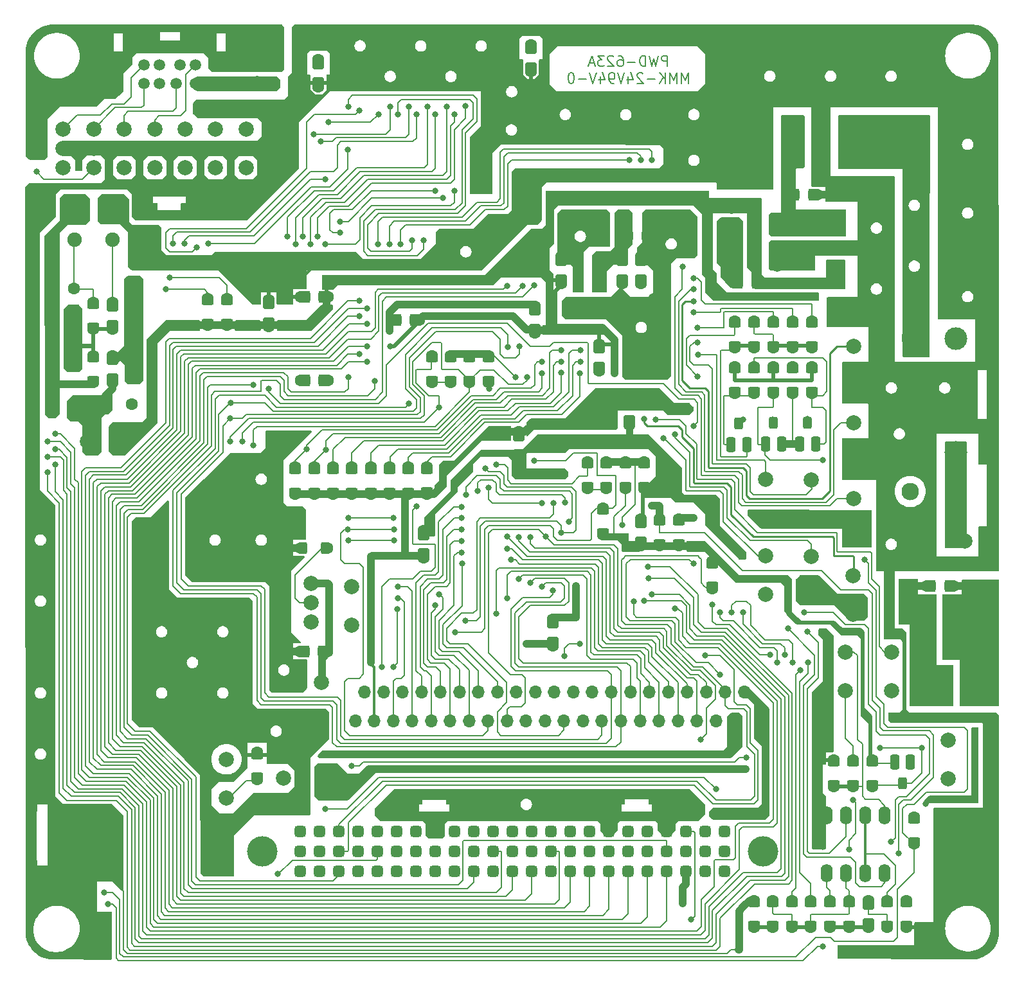
<source format=gbl>
G04 #@! TF.GenerationSoftware,KiCad,Pcbnew,7.0.7*
G04 #@! TF.CreationDate,2023-09-20T17:37:20+02:00*
G04 #@! TF.ProjectId,PCE,5043452e-6b69-4636-9164-5f7063625858,rev?*
G04 #@! TF.SameCoordinates,Original*
G04 #@! TF.FileFunction,Copper,L2,Bot*
G04 #@! TF.FilePolarity,Positive*
%FSLAX46Y46*%
G04 Gerber Fmt 4.6, Leading zero omitted, Abs format (unit mm)*
G04 Created by KiCad (PCBNEW 7.0.7) date 2023-09-20 17:37:20*
%MOMM*%
%LPD*%
G01*
G04 APERTURE LIST*
G04 Aperture macros list*
%AMRoundRect*
0 Rectangle with rounded corners*
0 $1 Rounding radius*
0 $2 $3 $4 $5 $6 $7 $8 $9 X,Y pos of 4 corners*
0 Add a 4 corners polygon primitive as box body*
4,1,4,$2,$3,$4,$5,$6,$7,$8,$9,$2,$3,0*
0 Add four circle primitives for the rounded corners*
1,1,$1+$1,$2,$3*
1,1,$1+$1,$4,$5*
1,1,$1+$1,$6,$7*
1,1,$1+$1,$8,$9*
0 Add four rect primitives between the rounded corners*
20,1,$1+$1,$2,$3,$4,$5,0*
20,1,$1+$1,$4,$5,$6,$7,0*
20,1,$1+$1,$6,$7,$8,$9,0*
20,1,$1+$1,$8,$9,$2,$3,0*%
G04 Aperture macros list end*
%ADD10C,0.200000*%
G04 #@! TA.AperFunction,NonConductor*
%ADD11C,0.200000*%
G04 #@! TD*
G04 #@! TA.AperFunction,ComponentPad*
%ADD12C,2.000000*%
G04 #@! TD*
G04 #@! TA.AperFunction,ComponentPad*
%ADD13C,3.500000*%
G04 #@! TD*
G04 #@! TA.AperFunction,ComponentPad*
%ADD14C,3.000000*%
G04 #@! TD*
G04 #@! TA.AperFunction,ComponentPad*
%ADD15O,1.700000X1.700000*%
G04 #@! TD*
G04 #@! TA.AperFunction,ComponentPad*
%ADD16C,6.000000*%
G04 #@! TD*
G04 #@! TA.AperFunction,ComponentPad*
%ADD17C,1.900000*%
G04 #@! TD*
G04 #@! TA.AperFunction,ComponentPad*
%ADD18C,2.300000*%
G04 #@! TD*
G04 #@! TA.AperFunction,ComponentPad*
%ADD19C,1.600000*%
G04 #@! TD*
G04 #@! TA.AperFunction,ComponentPad*
%ADD20C,1.500000*%
G04 #@! TD*
G04 #@! TA.AperFunction,ComponentPad*
%ADD21C,4.000000*%
G04 #@! TD*
G04 #@! TA.AperFunction,ComponentPad*
%ADD22RoundRect,0.375000X-0.375000X-0.375000X0.375000X-0.375000X0.375000X0.375000X-0.375000X0.375000X0*%
G04 #@! TD*
G04 #@! TA.AperFunction,ComponentPad*
%ADD23R,2.500000X5.000000*%
G04 #@! TD*
G04 #@! TA.AperFunction,ComponentPad*
%ADD24R,4.400000X3.000000*%
G04 #@! TD*
G04 #@! TA.AperFunction,ComponentPad*
%ADD25R,3.000000X5.000000*%
G04 #@! TD*
G04 #@! TA.AperFunction,ComponentPad*
%ADD26O,1.600000X2.400000*%
G04 #@! TD*
G04 #@! TA.AperFunction,SMDPad,CuDef*
%ADD27C,1.600000*%
G04 #@! TD*
G04 #@! TA.AperFunction,SMDPad,CuDef*
%ADD28RoundRect,0.250000X0.550000X-0.325000X0.550000X0.325000X-0.550000X0.325000X-0.550000X-0.325000X0*%
G04 #@! TD*
G04 #@! TA.AperFunction,SMDPad,CuDef*
%ADD29RoundRect,0.326087X0.473913X-0.423913X0.473913X0.423913X-0.473913X0.423913X-0.473913X-0.423913X0*%
G04 #@! TD*
G04 #@! TA.AperFunction,SMDPad,CuDef*
%ADD30RoundRect,0.326087X-0.473913X0.423913X-0.473913X-0.423913X0.473913X-0.423913X0.473913X0.423913X0*%
G04 #@! TD*
G04 #@! TA.AperFunction,SMDPad,CuDef*
%ADD31RoundRect,0.326087X0.423913X0.473913X-0.423913X0.473913X-0.423913X-0.473913X0.423913X-0.473913X0*%
G04 #@! TD*
G04 #@! TA.AperFunction,SMDPad,CuDef*
%ADD32RoundRect,0.250000X-0.550000X0.325000X-0.550000X-0.325000X0.550000X-0.325000X0.550000X0.325000X0*%
G04 #@! TD*
G04 #@! TA.AperFunction,SMDPad,CuDef*
%ADD33RoundRect,0.300000X0.300000X-0.500000X0.300000X0.500000X-0.300000X0.500000X-0.300000X-0.500000X0*%
G04 #@! TD*
G04 #@! TA.AperFunction,SMDPad,CuDef*
%ADD34RoundRect,0.300000X0.300000X-0.700000X0.300000X0.700000X-0.300000X0.700000X-0.300000X-0.700000X0*%
G04 #@! TD*
G04 #@! TA.AperFunction,SMDPad,CuDef*
%ADD35RoundRect,0.326087X-0.423913X-0.473913X0.423913X-0.473913X0.423913X0.473913X-0.423913X0.473913X0*%
G04 #@! TD*
G04 #@! TA.AperFunction,SMDPad,CuDef*
%ADD36RoundRect,0.250000X0.325000X0.550000X-0.325000X0.550000X-0.325000X-0.550000X0.325000X-0.550000X0*%
G04 #@! TD*
G04 #@! TA.AperFunction,SMDPad,CuDef*
%ADD37RoundRect,0.300000X-0.300000X0.700000X-0.300000X-0.700000X0.300000X-0.700000X0.300000X0.700000X0*%
G04 #@! TD*
G04 #@! TA.AperFunction,SMDPad,CuDef*
%ADD38RoundRect,0.300000X-0.300000X0.500000X-0.300000X-0.500000X0.300000X-0.500000X0.300000X0.500000X0*%
G04 #@! TD*
G04 #@! TA.AperFunction,ViaPad*
%ADD39C,0.800000*%
G04 #@! TD*
G04 #@! TA.AperFunction,Conductor*
%ADD40C,1.000000*%
G04 #@! TD*
G04 #@! TA.AperFunction,Conductor*
%ADD41C,0.200000*%
G04 #@! TD*
G04 #@! TA.AperFunction,Conductor*
%ADD42C,0.500000*%
G04 #@! TD*
G04 #@! TA.AperFunction,Conductor*
%ADD43C,0.350000*%
G04 #@! TD*
G04 #@! TA.AperFunction,Conductor*
%ADD44C,0.250000*%
G04 #@! TD*
G04 APERTURE END LIST*
D10*
D11*
X172504761Y-37674266D02*
X172504761Y-36274266D01*
X172504761Y-36274266D02*
X171994285Y-36274266D01*
X171994285Y-36274266D02*
X171866666Y-36340933D01*
X171866666Y-36340933D02*
X171802856Y-36407600D01*
X171802856Y-36407600D02*
X171739047Y-36540933D01*
X171739047Y-36540933D02*
X171739047Y-36740933D01*
X171739047Y-36740933D02*
X171802856Y-36874266D01*
X171802856Y-36874266D02*
X171866666Y-36940933D01*
X171866666Y-36940933D02*
X171994285Y-37007600D01*
X171994285Y-37007600D02*
X172504761Y-37007600D01*
X171292380Y-36274266D02*
X170973332Y-37674266D01*
X170973332Y-37674266D02*
X170718094Y-36674266D01*
X170718094Y-36674266D02*
X170462856Y-37674266D01*
X170462856Y-37674266D02*
X170143809Y-36274266D01*
X169633332Y-37674266D02*
X169633332Y-36274266D01*
X169633332Y-36274266D02*
X169314284Y-36274266D01*
X169314284Y-36274266D02*
X169122856Y-36340933D01*
X169122856Y-36340933D02*
X168995237Y-36474266D01*
X168995237Y-36474266D02*
X168931427Y-36607600D01*
X168931427Y-36607600D02*
X168867618Y-36874266D01*
X168867618Y-36874266D02*
X168867618Y-37074266D01*
X168867618Y-37074266D02*
X168931427Y-37340933D01*
X168931427Y-37340933D02*
X168995237Y-37474266D01*
X168995237Y-37474266D02*
X169122856Y-37607600D01*
X169122856Y-37607600D02*
X169314284Y-37674266D01*
X169314284Y-37674266D02*
X169633332Y-37674266D01*
X168293332Y-37140933D02*
X167272380Y-37140933D01*
X166059998Y-36274266D02*
X166315236Y-36274266D01*
X166315236Y-36274266D02*
X166442855Y-36340933D01*
X166442855Y-36340933D02*
X166506665Y-36407600D01*
X166506665Y-36407600D02*
X166634284Y-36607600D01*
X166634284Y-36607600D02*
X166698093Y-36874266D01*
X166698093Y-36874266D02*
X166698093Y-37407600D01*
X166698093Y-37407600D02*
X166634284Y-37540933D01*
X166634284Y-37540933D02*
X166570474Y-37607600D01*
X166570474Y-37607600D02*
X166442855Y-37674266D01*
X166442855Y-37674266D02*
X166187617Y-37674266D01*
X166187617Y-37674266D02*
X166059998Y-37607600D01*
X166059998Y-37607600D02*
X165996189Y-37540933D01*
X165996189Y-37540933D02*
X165932379Y-37407600D01*
X165932379Y-37407600D02*
X165932379Y-37074266D01*
X165932379Y-37074266D02*
X165996189Y-36940933D01*
X165996189Y-36940933D02*
X166059998Y-36874266D01*
X166059998Y-36874266D02*
X166187617Y-36807600D01*
X166187617Y-36807600D02*
X166442855Y-36807600D01*
X166442855Y-36807600D02*
X166570474Y-36874266D01*
X166570474Y-36874266D02*
X166634284Y-36940933D01*
X166634284Y-36940933D02*
X166698093Y-37074266D01*
X165421903Y-36407600D02*
X165358094Y-36340933D01*
X165358094Y-36340933D02*
X165230475Y-36274266D01*
X165230475Y-36274266D02*
X164911427Y-36274266D01*
X164911427Y-36274266D02*
X164783808Y-36340933D01*
X164783808Y-36340933D02*
X164719999Y-36407600D01*
X164719999Y-36407600D02*
X164656189Y-36540933D01*
X164656189Y-36540933D02*
X164656189Y-36674266D01*
X164656189Y-36674266D02*
X164719999Y-36874266D01*
X164719999Y-36874266D02*
X165485713Y-37674266D01*
X165485713Y-37674266D02*
X164656189Y-37674266D01*
X164209523Y-36274266D02*
X163379999Y-36274266D01*
X163379999Y-36274266D02*
X163826666Y-36807600D01*
X163826666Y-36807600D02*
X163635237Y-36807600D01*
X163635237Y-36807600D02*
X163507618Y-36874266D01*
X163507618Y-36874266D02*
X163443809Y-36940933D01*
X163443809Y-36940933D02*
X163379999Y-37074266D01*
X163379999Y-37074266D02*
X163379999Y-37407600D01*
X163379999Y-37407600D02*
X163443809Y-37540933D01*
X163443809Y-37540933D02*
X163507618Y-37607600D01*
X163507618Y-37607600D02*
X163635237Y-37674266D01*
X163635237Y-37674266D02*
X164018094Y-37674266D01*
X164018094Y-37674266D02*
X164145713Y-37607600D01*
X164145713Y-37607600D02*
X164209523Y-37540933D01*
X162869523Y-37274266D02*
X162231428Y-37274266D01*
X162997142Y-37674266D02*
X162550476Y-36274266D01*
X162550476Y-36274266D02*
X162103809Y-37674266D01*
X175280475Y-39928266D02*
X175280475Y-38528266D01*
X175280475Y-38528266D02*
X174833808Y-39528266D01*
X174833808Y-39528266D02*
X174387142Y-38528266D01*
X174387142Y-38528266D02*
X174387142Y-39928266D01*
X173749046Y-39928266D02*
X173749046Y-38528266D01*
X173749046Y-38528266D02*
X173302379Y-39528266D01*
X173302379Y-39528266D02*
X172855713Y-38528266D01*
X172855713Y-38528266D02*
X172855713Y-39928266D01*
X172217617Y-39928266D02*
X172217617Y-38528266D01*
X171451903Y-39928266D02*
X172026188Y-39128266D01*
X171451903Y-38528266D02*
X172217617Y-39328266D01*
X170877617Y-39394933D02*
X169856665Y-39394933D01*
X169282378Y-38661600D02*
X169218569Y-38594933D01*
X169218569Y-38594933D02*
X169090950Y-38528266D01*
X169090950Y-38528266D02*
X168771902Y-38528266D01*
X168771902Y-38528266D02*
X168644283Y-38594933D01*
X168644283Y-38594933D02*
X168580474Y-38661600D01*
X168580474Y-38661600D02*
X168516664Y-38794933D01*
X168516664Y-38794933D02*
X168516664Y-38928266D01*
X168516664Y-38928266D02*
X168580474Y-39128266D01*
X168580474Y-39128266D02*
X169346188Y-39928266D01*
X169346188Y-39928266D02*
X168516664Y-39928266D01*
X167368093Y-38994933D02*
X167368093Y-39928266D01*
X167687141Y-38461600D02*
X168006188Y-39461600D01*
X168006188Y-39461600D02*
X167176665Y-39461600D01*
X166857617Y-38528266D02*
X166410951Y-39928266D01*
X166410951Y-39928266D02*
X165964284Y-38528266D01*
X165453808Y-39928266D02*
X165198570Y-39928266D01*
X165198570Y-39928266D02*
X165070951Y-39861600D01*
X165070951Y-39861600D02*
X165007142Y-39794933D01*
X165007142Y-39794933D02*
X164879523Y-39594933D01*
X164879523Y-39594933D02*
X164815713Y-39328266D01*
X164815713Y-39328266D02*
X164815713Y-38794933D01*
X164815713Y-38794933D02*
X164879523Y-38661600D01*
X164879523Y-38661600D02*
X164943332Y-38594933D01*
X164943332Y-38594933D02*
X165070951Y-38528266D01*
X165070951Y-38528266D02*
X165326189Y-38528266D01*
X165326189Y-38528266D02*
X165453808Y-38594933D01*
X165453808Y-38594933D02*
X165517618Y-38661600D01*
X165517618Y-38661600D02*
X165581427Y-38794933D01*
X165581427Y-38794933D02*
X165581427Y-39128266D01*
X165581427Y-39128266D02*
X165517618Y-39261600D01*
X165517618Y-39261600D02*
X165453808Y-39328266D01*
X165453808Y-39328266D02*
X165326189Y-39394933D01*
X165326189Y-39394933D02*
X165070951Y-39394933D01*
X165070951Y-39394933D02*
X164943332Y-39328266D01*
X164943332Y-39328266D02*
X164879523Y-39261600D01*
X164879523Y-39261600D02*
X164815713Y-39128266D01*
X163667142Y-38994933D02*
X163667142Y-39928266D01*
X163986190Y-38461600D02*
X164305237Y-39461600D01*
X164305237Y-39461600D02*
X163475714Y-39461600D01*
X163156666Y-38528266D02*
X162710000Y-39928266D01*
X162710000Y-39928266D02*
X162263333Y-38528266D01*
X161816667Y-39394933D02*
X160795715Y-39394933D01*
X159902381Y-38528266D02*
X159774762Y-38528266D01*
X159774762Y-38528266D02*
X159647143Y-38594933D01*
X159647143Y-38594933D02*
X159583333Y-38661600D01*
X159583333Y-38661600D02*
X159519524Y-38794933D01*
X159519524Y-38794933D02*
X159455714Y-39061600D01*
X159455714Y-39061600D02*
X159455714Y-39394933D01*
X159455714Y-39394933D02*
X159519524Y-39661600D01*
X159519524Y-39661600D02*
X159583333Y-39794933D01*
X159583333Y-39794933D02*
X159647143Y-39861600D01*
X159647143Y-39861600D02*
X159774762Y-39928266D01*
X159774762Y-39928266D02*
X159902381Y-39928266D01*
X159902381Y-39928266D02*
X160030000Y-39861600D01*
X160030000Y-39861600D02*
X160093809Y-39794933D01*
X160093809Y-39794933D02*
X160157619Y-39661600D01*
X160157619Y-39661600D02*
X160221428Y-39394933D01*
X160221428Y-39394933D02*
X160221428Y-39061600D01*
X160221428Y-39061600D02*
X160157619Y-38794933D01*
X160157619Y-38794933D02*
X160093809Y-38661600D01*
X160093809Y-38661600D02*
X160030000Y-38594933D01*
X160030000Y-38594933D02*
X159902381Y-38528266D01*
D12*
X197027800Y-94681400D03*
X197027800Y-99761400D03*
X100962400Y-45960800D03*
X100962400Y-48500800D03*
X100962400Y-51040800D03*
X191465200Y-102225200D03*
X191465200Y-107305200D03*
X108988800Y-45960800D03*
X108988800Y-48500800D03*
X108988800Y-51040800D03*
X211658200Y-100261400D03*
X211658200Y-110261400D03*
X204258200Y-100261400D03*
X204258200Y-110261400D03*
D13*
X181120000Y-43485000D03*
D14*
X181120000Y-51955000D03*
X213140000Y-43355000D03*
D13*
X213260000Y-51955000D03*
D14*
X189040000Y-45665000D03*
X189040000Y-49665000D03*
X197090000Y-45665000D03*
X197090000Y-49665000D03*
X201090000Y-45665000D03*
X201090000Y-49665000D03*
X205090000Y-45665000D03*
X205090000Y-49665000D03*
X210515200Y-73576800D03*
X210515200Y-88576800D03*
D15*
X182628600Y-120167400D03*
X180128600Y-120167400D03*
X177628600Y-120167400D03*
X175128600Y-120167400D03*
X172628600Y-120167400D03*
X170128600Y-120167400D03*
X167628600Y-120167400D03*
X165128600Y-120167400D03*
X162628600Y-120167400D03*
X160128600Y-120167400D03*
X157628600Y-120167400D03*
X155128600Y-120167400D03*
X152628600Y-120167400D03*
X150128600Y-120167400D03*
X147628600Y-120167400D03*
X145128600Y-120167400D03*
X142628600Y-120167400D03*
X140128600Y-120167400D03*
X137628600Y-120167400D03*
X135128600Y-120167400D03*
X132628600Y-120167400D03*
D12*
X117015200Y-45960800D03*
X117015200Y-48500800D03*
X117015200Y-51040800D03*
X194421000Y-59095000D03*
X194421000Y-61635000D03*
D16*
X212471000Y-61595000D03*
D12*
X194421000Y-64175000D03*
D17*
X94466400Y-60553600D03*
X99466400Y-60553600D03*
D12*
X126963482Y-118897400D03*
X126963482Y-123977400D03*
X196977000Y-104765200D03*
X196977000Y-109845200D03*
D15*
X181398600Y-123926600D03*
X178898600Y-123926600D03*
X176398600Y-123926600D03*
X173898600Y-123926600D03*
X171398600Y-123926600D03*
X168898600Y-123926600D03*
X166398600Y-123926600D03*
X163898600Y-123926600D03*
X161398600Y-123926600D03*
X158898600Y-123926600D03*
X156398600Y-123926600D03*
X153898600Y-123926600D03*
X151398600Y-123926600D03*
X148898600Y-123926600D03*
X146398600Y-123926600D03*
X143898600Y-123926600D03*
X141398600Y-123926600D03*
X138898600Y-123926600D03*
X136398600Y-123926600D03*
X133898600Y-123926600D03*
X131398600Y-123926600D03*
D12*
X125552200Y-105791000D03*
X125552200Y-108331000D03*
X125552200Y-110871000D03*
D13*
X89852200Y-114031000D03*
X110992200Y-95521000D03*
X110992200Y-126231000D03*
D12*
X114438118Y-129006600D03*
X114438118Y-134086600D03*
X130886200Y-111302800D03*
X130886200Y-106222800D03*
X197016682Y-84683600D03*
X197016682Y-89763600D03*
D18*
X204495400Y-93699000D03*
X204495400Y-73499000D03*
D19*
X101950000Y-82240000D03*
X101950000Y-67000000D03*
X94330000Y-67000000D03*
X94330000Y-82240000D03*
D12*
X209499200Y-126456800D03*
X209499200Y-131536800D03*
D20*
X105638600Y-37479600D03*
X108288600Y-37479600D03*
X103538600Y-37479600D03*
X105638600Y-39979600D03*
X110338600Y-37479600D03*
X103538600Y-39979600D03*
X107838600Y-39979600D03*
X110338600Y-39979600D03*
D12*
X104975600Y-45960800D03*
X104975600Y-48500800D03*
X104975600Y-51040800D03*
X202031600Y-114874400D03*
X202031600Y-119954400D03*
X197027800Y-74615400D03*
X197027800Y-79695400D03*
X113002000Y-45960800D03*
X113002000Y-48500800D03*
X113002000Y-51040800D03*
X101244400Y-87071200D03*
X96164400Y-87071200D03*
X92936000Y-45960800D03*
X92936000Y-48500800D03*
X92936000Y-51040800D03*
X205511400Y-120707800D03*
X205511400Y-113207800D03*
X185420000Y-102199800D03*
X185420000Y-107279800D03*
X186983682Y-58623200D03*
X186983682Y-63703200D03*
X185420000Y-92141400D03*
X185420000Y-97221400D03*
D21*
X119150000Y-141132400D03*
X185110000Y-141132400D03*
D22*
X124160000Y-143722400D03*
X126700000Y-143722400D03*
X129240000Y-143722400D03*
X131780000Y-143722400D03*
X134320000Y-143722400D03*
X136860000Y-143722400D03*
X139400000Y-143722400D03*
X141940000Y-143722400D03*
X144480000Y-143722400D03*
X147020000Y-143722400D03*
X149560000Y-143722400D03*
X152100000Y-143722400D03*
X154640000Y-143722400D03*
X157180000Y-143722400D03*
X159720000Y-143722400D03*
X162260000Y-143722400D03*
X164800000Y-143722400D03*
X167340000Y-143722400D03*
X169880000Y-143722400D03*
X172420000Y-143722400D03*
X174960000Y-143722400D03*
X177500000Y-143722400D03*
X180040000Y-143722400D03*
X124160000Y-141112400D03*
X126700000Y-141112400D03*
X129240000Y-141112400D03*
X131780000Y-141112400D03*
X134320000Y-141112400D03*
X136860000Y-141112400D03*
X139400000Y-141112400D03*
X141940000Y-141112400D03*
X144480000Y-141112400D03*
X147020000Y-141112400D03*
X149560000Y-141112400D03*
X152100000Y-141112400D03*
X154640000Y-141112400D03*
X157180000Y-141112400D03*
X159720000Y-141112400D03*
X162260000Y-141112400D03*
X164800000Y-141112400D03*
X167340000Y-141112400D03*
X169880000Y-141112400D03*
X172420000Y-141112400D03*
X174960000Y-141112400D03*
X177500000Y-141112400D03*
X180040000Y-141112400D03*
X124160000Y-138532400D03*
X126700000Y-138532400D03*
X129240000Y-138532400D03*
X131780000Y-138532400D03*
X134320000Y-138532400D03*
X136860000Y-138532400D03*
X139400000Y-138532400D03*
X141940000Y-138532400D03*
X144480000Y-138532400D03*
X147020000Y-138532400D03*
X149560000Y-138532400D03*
X152100000Y-138532400D03*
X154640000Y-138532400D03*
X157180000Y-138532400D03*
X159720000Y-138532400D03*
X162260000Y-138532400D03*
X164800000Y-138532400D03*
X167340000Y-138532400D03*
X169880000Y-138532400D03*
X172420000Y-138532400D03*
X174960000Y-138532400D03*
X177500000Y-138532400D03*
X180040000Y-138532400D03*
D12*
X94386400Y-55549800D03*
X99466400Y-55549800D03*
X180989282Y-56083200D03*
X180989282Y-61163200D03*
X121945000Y-131500000D03*
X124485000Y-131500000D03*
X127025000Y-131500000D03*
X195949882Y-114858800D03*
X195949882Y-119938800D03*
X96949200Y-45960800D03*
X96949200Y-48500800D03*
X96949200Y-51040800D03*
D23*
X207987200Y-119050600D03*
D24*
X210987200Y-114200600D03*
D25*
X213987200Y-119100600D03*
D26*
X193522600Y-144043400D03*
X196062600Y-144043400D03*
X198602600Y-144043400D03*
X201142600Y-144043400D03*
X201142600Y-136423400D03*
X198602600Y-136423400D03*
X196062600Y-136423400D03*
X193522600Y-136423400D03*
D12*
X191490600Y-92192200D03*
X191490600Y-97272200D03*
D27*
X141503400Y-79321600D03*
D28*
X141503400Y-79046600D03*
X141503400Y-76096600D03*
D27*
X141503400Y-75821600D03*
X118465600Y-131620200D03*
D28*
X118465600Y-131345200D03*
X118465600Y-128395200D03*
D27*
X118465600Y-128120200D03*
X158546800Y-66291400D03*
D29*
X158546800Y-65841400D03*
X158546800Y-63241400D03*
D27*
X158546800Y-62791400D03*
X186475000Y-74750000D03*
D28*
X186475000Y-74475000D03*
X186475000Y-71525000D03*
D27*
X186475000Y-71250000D03*
X198960000Y-151130000D03*
D29*
X198960000Y-150680000D03*
X198960000Y-148080000D03*
D27*
X198960000Y-147630000D03*
X163525200Y-74300200D03*
D30*
X163525200Y-74750200D03*
X163525200Y-77350200D03*
D27*
X163525200Y-77800200D03*
X191525000Y-74750000D03*
D28*
X191525000Y-74475000D03*
X191525000Y-71525000D03*
D27*
X191525000Y-71250000D03*
X201470000Y-151130000D03*
D28*
X201470000Y-150855000D03*
X201470000Y-147905000D03*
D27*
X201470000Y-147630000D03*
X99390200Y-68785800D03*
D30*
X99390200Y-69235800D03*
X99390200Y-71835800D03*
D27*
X99390200Y-72285800D03*
X99390200Y-79321600D03*
D29*
X99390200Y-78871600D03*
X99390200Y-76271600D03*
D27*
X99390200Y-75821600D03*
X127759400Y-79070200D03*
D31*
X127309400Y-79070200D03*
X124709400Y-79070200D03*
D27*
X124259400Y-79070200D03*
X196443600Y-151127400D03*
D28*
X196443600Y-150852400D03*
X196443600Y-147902400D03*
D27*
X196443600Y-147627400D03*
X148945600Y-79321600D03*
D28*
X148945600Y-79046600D03*
X148945600Y-76096600D03*
D27*
X148945600Y-75821600D03*
X169062400Y-66291400D03*
D29*
X169062400Y-65841400D03*
X169062400Y-63241400D03*
D27*
X169062400Y-62791400D03*
X183896000Y-147630000D03*
D32*
X183896000Y-147905000D03*
X183896000Y-150855000D03*
D27*
X183896000Y-151130000D03*
X194411600Y-129085400D03*
D32*
X194411600Y-129360400D03*
X194411600Y-132310400D03*
D27*
X194411600Y-132585400D03*
X166979600Y-89814400D03*
D32*
X166979600Y-90089400D03*
X166979600Y-93039400D03*
D27*
X166979600Y-93314400D03*
X120015000Y-71981000D03*
D29*
X120015000Y-71531000D03*
X120015000Y-68931000D03*
D27*
X120015000Y-68481000D03*
X191525000Y-80775000D03*
D28*
X191525000Y-80500000D03*
X191525000Y-77550000D03*
D27*
X191525000Y-77275000D03*
X186475000Y-80775000D03*
D28*
X186475000Y-80500000D03*
X186475000Y-77550000D03*
D27*
X186475000Y-77275000D03*
X199466200Y-129085400D03*
D32*
X199466200Y-129360400D03*
X199466200Y-132310400D03*
D27*
X199466200Y-132585400D03*
X183950000Y-71250000D03*
D32*
X183950000Y-71525000D03*
X183950000Y-74475000D03*
D27*
X183950000Y-74750000D03*
X203980000Y-147630000D03*
D32*
X203980000Y-147905000D03*
X203980000Y-150855000D03*
D27*
X203980000Y-151130000D03*
X186385200Y-147627400D03*
D32*
X186385200Y-147902400D03*
X186385200Y-150852400D03*
D27*
X186385200Y-151127400D03*
D33*
X186475000Y-84675000D03*
D34*
X187525000Y-87475000D03*
X185425000Y-87475000D03*
D27*
X126542800Y-36858000D03*
D30*
X126542800Y-37308000D03*
X126542800Y-39908000D03*
D27*
X126542800Y-40358000D03*
X166779000Y-60045600D03*
D35*
X167229000Y-60045600D03*
X169829000Y-60045600D03*
D27*
X170279000Y-60045600D03*
X189000000Y-74750000D03*
D28*
X189000000Y-74475000D03*
X189000000Y-71525000D03*
D27*
X189000000Y-71250000D03*
X157450000Y-110525000D03*
D30*
X157450000Y-110975000D03*
X157450000Y-113575000D03*
D27*
X157450000Y-114025000D03*
X210175000Y-106175000D03*
D31*
X209725000Y-106175000D03*
X207125000Y-106175000D03*
D27*
X206675000Y-106175000D03*
X127708600Y-101142800D03*
D36*
X127433600Y-101142800D03*
X124483600Y-101142800D03*
D27*
X124208600Y-101142800D03*
X178460400Y-106471600D03*
D28*
X178460400Y-106196600D03*
X178460400Y-103246600D03*
D27*
X178460400Y-102971600D03*
X140843000Y-94025600D03*
D28*
X140843000Y-93750600D03*
X140843000Y-90800600D03*
D27*
X140843000Y-90525600D03*
X96901000Y-75826200D03*
D32*
X96901000Y-76101200D03*
X96901000Y-79051200D03*
D27*
X96901000Y-79326200D03*
X124183200Y-114757200D03*
D35*
X124633200Y-114757200D03*
X127233200Y-114757200D03*
D27*
X127683200Y-114757200D03*
X167513000Y-81384200D03*
D30*
X167513000Y-81834200D03*
X167513000Y-84434200D03*
D27*
X167513000Y-84884200D03*
X181425000Y-74750000D03*
D28*
X181425000Y-74475000D03*
X181425000Y-71525000D03*
D27*
X181425000Y-71250000D03*
X188899800Y-151127400D03*
D28*
X188899800Y-150852400D03*
X188899800Y-147902400D03*
D27*
X188899800Y-147627400D03*
X183950000Y-77275000D03*
D32*
X183950000Y-77550000D03*
X183950000Y-80500000D03*
D27*
X183950000Y-80775000D03*
X138379200Y-94033700D03*
D28*
X138379200Y-93758700D03*
X138379200Y-90808700D03*
D27*
X138379200Y-90533700D03*
X189000000Y-77275000D03*
D32*
X189000000Y-77550000D03*
X189000000Y-80500000D03*
D27*
X189000000Y-80775000D03*
X171500800Y-100860800D03*
D28*
X171500800Y-100585800D03*
X171500800Y-97635800D03*
D27*
X171500800Y-97360800D03*
X184782400Y-66167000D03*
D31*
X184332400Y-66167000D03*
X181732400Y-66167000D03*
D27*
X181282400Y-66167000D03*
X188750000Y-54584600D03*
D35*
X189200000Y-54584600D03*
X191800000Y-54584600D03*
D27*
X192250000Y-54584600D03*
X130962400Y-94036300D03*
D28*
X130962400Y-93761300D03*
X130962400Y-90811300D03*
D27*
X130962400Y-90536300D03*
X204978000Y-136603800D03*
D32*
X204978000Y-136878800D03*
X204978000Y-139828800D03*
D27*
X204978000Y-140103800D03*
X135915400Y-94036300D03*
D28*
X135915400Y-93761300D03*
X135915400Y-90811300D03*
D27*
X135915400Y-90536300D03*
X139796400Y-71069200D03*
D31*
X139346400Y-71069200D03*
X136746400Y-71069200D03*
D27*
X136296400Y-71069200D03*
X128473200Y-94036300D03*
D28*
X128473200Y-93761300D03*
X128473200Y-90811300D03*
D27*
X128473200Y-90536300D03*
X140425000Y-102400000D03*
D29*
X140425000Y-101950000D03*
X140425000Y-99350000D03*
D27*
X140425000Y-98900000D03*
X123494800Y-94036300D03*
D28*
X123494800Y-93761300D03*
X123494800Y-90811300D03*
D27*
X123494800Y-90536300D03*
D37*
X204541400Y-129367000D03*
X202441400Y-129367000D03*
D38*
X203491400Y-132167000D03*
D33*
X181925000Y-84725000D03*
D34*
X182975000Y-87525000D03*
X180875000Y-87525000D03*
D27*
X111963200Y-68303200D03*
D32*
X111963200Y-68578200D03*
X111963200Y-71528200D03*
D27*
X111963200Y-71803200D03*
X114503200Y-71803200D03*
D28*
X114503200Y-71528200D03*
X114503200Y-68578200D03*
D27*
X114503200Y-68303200D03*
X173990000Y-100860800D03*
D28*
X173990000Y-100585800D03*
X173990000Y-97635800D03*
D27*
X173990000Y-97360800D03*
X133451600Y-94036300D03*
D28*
X133451600Y-93761300D03*
X133451600Y-90811300D03*
D27*
X133451600Y-90536300D03*
X162001200Y-93317000D03*
D28*
X162001200Y-93042000D03*
X162001200Y-90092000D03*
D27*
X162001200Y-89817000D03*
X155016200Y-72819200D03*
D29*
X155016200Y-72369200D03*
X155016200Y-69769200D03*
D27*
X155016200Y-69319200D03*
X164490400Y-93317000D03*
D28*
X164490400Y-93042000D03*
X164490400Y-90092000D03*
D27*
X164490400Y-89817000D03*
D33*
X190975000Y-84675000D03*
D34*
X192025000Y-87475000D03*
X189925000Y-87475000D03*
D27*
X127759400Y-68097400D03*
D31*
X127309400Y-68097400D03*
X124709400Y-68097400D03*
D27*
X124259400Y-68097400D03*
X169011600Y-100860800D03*
D29*
X169011600Y-100410800D03*
X169011600Y-97810800D03*
D27*
X169011600Y-97360800D03*
X96901000Y-72283200D03*
D28*
X96901000Y-72008200D03*
X96901000Y-69058200D03*
D27*
X96901000Y-68783200D03*
X193929000Y-147630000D03*
D32*
X193929000Y-147905000D03*
X193929000Y-150855000D03*
D27*
X193929000Y-151130000D03*
X154508200Y-34876800D03*
D30*
X154508200Y-35326800D03*
X154508200Y-37926800D03*
D27*
X154508200Y-38376800D03*
X164033200Y-99387600D03*
D28*
X164033200Y-99112600D03*
X164033200Y-96162600D03*
D27*
X164033200Y-95887600D03*
X169468800Y-89814400D03*
D32*
X169468800Y-90089400D03*
X169468800Y-93039400D03*
D27*
X169468800Y-93314400D03*
X191414400Y-151127400D03*
D28*
X191414400Y-150852400D03*
X191414400Y-147902400D03*
D27*
X191414400Y-147627400D03*
X196926200Y-132585400D03*
D28*
X196926200Y-132310400D03*
X196926200Y-129360400D03*
D27*
X196926200Y-129085400D03*
X143992600Y-79321600D03*
D28*
X143992600Y-79046600D03*
X143992600Y-76096600D03*
D27*
X143992600Y-75821600D03*
D12*
X118450000Y-39980000D03*
X123530000Y-39980000D03*
D27*
X146456400Y-75821600D03*
D32*
X146456400Y-76096600D03*
X146456400Y-79046600D03*
D27*
X146456400Y-79321600D03*
X181425000Y-80775000D03*
D28*
X181425000Y-80500000D03*
X181425000Y-77550000D03*
D27*
X181425000Y-77275000D03*
X166547800Y-62791400D03*
D30*
X166547800Y-63241400D03*
X166547800Y-65841400D03*
D27*
X166547800Y-66291400D03*
X125984000Y-94036300D03*
D28*
X125984000Y-93761300D03*
X125984000Y-90811300D03*
D27*
X125984000Y-90536300D03*
X152958800Y-85880000D03*
D30*
X152958800Y-86330000D03*
X152958800Y-88930000D03*
D27*
X152958800Y-89380000D03*
D39*
X151434800Y-107772200D03*
X152933400Y-105206800D03*
X154432000Y-105765600D03*
X155981400Y-106222800D03*
X138500000Y-82130000D03*
X157454600Y-106756200D03*
X114985800Y-82067400D03*
X151500000Y-74630000D03*
X114960400Y-84099400D03*
X152990000Y-74610000D03*
X163440000Y-66610000D03*
X182975000Y-68125000D03*
X189000000Y-77275000D03*
X140425000Y-101950000D03*
X182500000Y-84200000D03*
X184450000Y-68125000D03*
X174970000Y-82600000D03*
X149030000Y-80150000D03*
X127630000Y-68160000D03*
X178500000Y-102780000D03*
X158530000Y-66570000D03*
X169062400Y-66291400D03*
X165530000Y-78150000D03*
X152958800Y-85880000D03*
X154533600Y-34772600D03*
X186375000Y-84200000D03*
X155016200Y-72819200D03*
X136020000Y-74610000D03*
X194411600Y-129085400D03*
X175610000Y-150139400D03*
X127759400Y-79070200D03*
X164070000Y-99290000D03*
X165530000Y-85110000D03*
X119990000Y-71900000D03*
X160500000Y-106200000D03*
X178420000Y-67470000D03*
X166779000Y-60045600D03*
X182827200Y-130300000D03*
X173440000Y-82610000D03*
X166500000Y-57100000D03*
X178430000Y-65000000D03*
X169011600Y-100860800D03*
X193014600Y-140538200D03*
X126441200Y-36830000D03*
X192990000Y-112180000D03*
X166580000Y-98120000D03*
X200533000Y-127482600D03*
X206019400Y-127482600D03*
X130950000Y-129850000D03*
X158521400Y-99161600D03*
X182950000Y-128800000D03*
X145900000Y-110720000D03*
X136982200Y-107772200D03*
X148500000Y-90640000D03*
X106451400Y-67056000D03*
X117990000Y-79680000D03*
X158975000Y-115350000D03*
X160975000Y-113775000D03*
X177469800Y-115265200D03*
X188899800Y-147902400D03*
X190030000Y-117240000D03*
X191020000Y-116210000D03*
X191414400Y-147902400D03*
X203980000Y-147905000D03*
X190990000Y-112170000D03*
X201470000Y-147905000D03*
X91897200Y-86131400D03*
X168060000Y-108170000D03*
X169468800Y-108150000D03*
X91897200Y-88163400D03*
X90881200Y-87122000D03*
X173530000Y-109100000D03*
X170484800Y-107260000D03*
X90881200Y-89154000D03*
X202000000Y-139850000D03*
X190510000Y-109630000D03*
X91897200Y-90195400D03*
X170002200Y-105156000D03*
X89433400Y-51562000D03*
X178892200Y-132943600D03*
X175945800Y-103200200D03*
X175945800Y-97155000D03*
X127431800Y-135534400D03*
X179451000Y-117805200D03*
X106934000Y-65557400D03*
X120030000Y-80170000D03*
X175980000Y-85070000D03*
X202996800Y-141350000D03*
X121150000Y-144094200D03*
X170484800Y-95580000D03*
X140843000Y-90525600D03*
X161000000Y-78110000D03*
X138379200Y-90533700D03*
X161040000Y-76640000D03*
X161040000Y-75080000D03*
X135980000Y-90424000D03*
X133451600Y-90536300D03*
X158500000Y-78090000D03*
X158530000Y-76620000D03*
X130962400Y-90536300D03*
X128473200Y-90536300D03*
X158510000Y-75090000D03*
X155990000Y-78100000D03*
X127520000Y-88190000D03*
X125040000Y-88087200D03*
X156000000Y-76630000D03*
X136448800Y-116840000D03*
X155000000Y-89620000D03*
X136931400Y-109250000D03*
X144520000Y-112260000D03*
X155956000Y-95199200D03*
X130479800Y-97200000D03*
X148945600Y-93180000D03*
X136470000Y-97200000D03*
X130454400Y-98679000D03*
X159004000Y-95173800D03*
X136490000Y-98690000D03*
X147490000Y-93660000D03*
X156530000Y-99630000D03*
X176933000Y-126387000D03*
X154432000Y-99695000D03*
X145415000Y-95707200D03*
X145415000Y-97180000D03*
X152933400Y-99695000D03*
X151434800Y-99669600D03*
X145389600Y-98704400D03*
X145415000Y-100203000D03*
X151434800Y-101244400D03*
X145415000Y-101730000D03*
X145450000Y-103190000D03*
X142480000Y-107240000D03*
X141909800Y-108712000D03*
X151917400Y-102717600D03*
X149936200Y-109778800D03*
X159537400Y-97663000D03*
X136982200Y-106242200D03*
X145970000Y-94160000D03*
X136497600Y-100177600D03*
X130505200Y-100177600D03*
X134924800Y-116840000D03*
X139470000Y-95660000D03*
X133940000Y-79140000D03*
X130510000Y-78630000D03*
X132950000Y-76640000D03*
X131970000Y-75630000D03*
X132970000Y-74620000D03*
X153480000Y-66600000D03*
X151430000Y-66590000D03*
X132970000Y-71610000D03*
X131960000Y-70640000D03*
X132920000Y-69600000D03*
X131940000Y-68610000D03*
X137360000Y-61130000D03*
X167513000Y-50038000D03*
X168986200Y-50038000D03*
X135890000Y-61120000D03*
X170484800Y-50038000D03*
X134430000Y-61120000D03*
X129430000Y-59600000D03*
X141898400Y-54081600D03*
X129410000Y-58120000D03*
X142951200Y-55008800D03*
X127470000Y-61100000D03*
X144438400Y-54061600D03*
X126460000Y-60140000D03*
X145948400Y-42951600D03*
X144449800Y-43992800D03*
X125510000Y-61140000D03*
X124480000Y-60120000D03*
X143459200Y-43027600D03*
X141960600Y-44043600D03*
X123520200Y-61112400D03*
X140944600Y-43027600D03*
X122500000Y-60110000D03*
X127890000Y-45050000D03*
X134442200Y-44018200D03*
X138455400Y-43027600D03*
X126890000Y-47610000D03*
X135966200Y-43002200D03*
X125930000Y-46620000D03*
X112014000Y-61036200D03*
X130454400Y-48634400D03*
X131953000Y-43510200D03*
X110490000Y-61569600D03*
X108940600Y-61036200D03*
X127430000Y-52560000D03*
X107420000Y-61036200D03*
X139446000Y-44043600D03*
X186020000Y-115220000D03*
X178460000Y-108590000D03*
X179450000Y-109610000D03*
X187010000Y-116230000D03*
X189010000Y-116230000D03*
X180970000Y-109600000D03*
X188000000Y-115200000D03*
X182460000Y-109630000D03*
X154960000Y-66550000D03*
X136982200Y-44043600D03*
X140380000Y-60620000D03*
X130468400Y-42971600D03*
X138900000Y-60600000D03*
X152540000Y-78640000D03*
X171983400Y-86664800D03*
X173482000Y-86182200D03*
X176470000Y-78550000D03*
X169470000Y-84110000D03*
X170992800Y-84201000D03*
X176504600Y-72136000D03*
X176555400Y-75641200D03*
X176500000Y-74060000D03*
X175980000Y-70129400D03*
X175996600Y-68630800D03*
X175930000Y-67020000D03*
X175996600Y-65608200D03*
X174523400Y-64084200D03*
X204978000Y-136878800D03*
X197000000Y-134350000D03*
X196443600Y-140893800D03*
X186408522Y-151150722D03*
X116509800Y-87122000D03*
X150000000Y-90160000D03*
X99390200Y-72339200D03*
X142450000Y-82630000D03*
X193929000Y-147905000D03*
X192989200Y-153619200D03*
X98825000Y-148075000D03*
X90855800Y-91160600D03*
X169976800Y-103632000D03*
X124259400Y-68097400D03*
X155016200Y-69319200D03*
X191525000Y-77275000D03*
X174548800Y-147980400D03*
X124208600Y-101142800D03*
X204750000Y-38450000D03*
X118008400Y-87604600D03*
X172400000Y-57500000D03*
X140425000Y-98900000D03*
X157450000Y-114025000D03*
X185425000Y-132750000D03*
X190950000Y-84125000D03*
X124370000Y-114860000D03*
X112980000Y-140110000D03*
X135960000Y-72590000D03*
X124259400Y-79070200D03*
X204750000Y-33450000D03*
X163525200Y-77800200D03*
X170440000Y-68030000D03*
X128400000Y-128325000D03*
X185425000Y-134475000D03*
X169011600Y-97360800D03*
X118465600Y-128395200D03*
X99390200Y-75844400D03*
X153975000Y-113750000D03*
X170930000Y-57510000D03*
X188442600Y-111785400D03*
X146890000Y-54080000D03*
X114960400Y-87147400D03*
X96900000Y-79450000D03*
X120050000Y-68370000D03*
X167060000Y-78080000D03*
X112980000Y-142630000D03*
X152030000Y-43550000D03*
X97150000Y-151300000D03*
X207100000Y-151300000D03*
X101930200Y-74500000D03*
X170450000Y-78080000D03*
X91922600Y-79552800D03*
X166510000Y-66610000D03*
X92100000Y-146300000D03*
X181900000Y-154100000D03*
X155010000Y-88110000D03*
X160470000Y-57030000D03*
X182524400Y-148437600D03*
X212100000Y-146225000D03*
X155410000Y-57020000D03*
X170434000Y-73990200D03*
X165030000Y-86640000D03*
X154000000Y-78610000D03*
X171310000Y-44430000D03*
X160990000Y-66580000D03*
X182372000Y-102133400D03*
X96926400Y-145618200D03*
X203980000Y-151130000D03*
X157505400Y-95214600D03*
X213029800Y-125907800D03*
X206500000Y-134850000D03*
X118465600Y-131775000D03*
X98300000Y-146550000D03*
X198450000Y-102700000D03*
X193025000Y-89600000D03*
D40*
X127762000Y-105791000D02*
X127939800Y-105968800D01*
X127939800Y-105968800D02*
X127939800Y-114500600D01*
X127939800Y-114500600D02*
X127683200Y-114757200D01*
X127000000Y-118897400D02*
X127000000Y-115710000D01*
X127000000Y-115710000D02*
X127830000Y-114880000D01*
X125552200Y-105791000D02*
X127762000Y-105791000D01*
D41*
X151434800Y-104724200D02*
X151942800Y-104216200D01*
X162458400Y-114858800D02*
X162839400Y-115239800D01*
X151434800Y-107772200D02*
X151434800Y-104724200D01*
X162839400Y-115239800D02*
X168529000Y-115239800D01*
X151942800Y-104216200D02*
X161975800Y-104216200D01*
X168529000Y-115239800D02*
X168986200Y-115697000D01*
X162458400Y-104698800D02*
X162458400Y-114858800D01*
X170128600Y-118820600D02*
X170128600Y-120167400D01*
X161975800Y-104216200D02*
X162458400Y-104698800D01*
X168986200Y-117678200D02*
X170128600Y-118820600D01*
X168986200Y-115697000D02*
X168986200Y-117678200D01*
X168898600Y-123926600D02*
X168898600Y-118657400D01*
X168898600Y-118657400D02*
X168503600Y-118262400D01*
X167995600Y-115773200D02*
X162433000Y-115773200D01*
X161442400Y-104698800D02*
X153441400Y-104698800D01*
X161950400Y-115290600D02*
X161950400Y-105206800D01*
X168503600Y-116281200D02*
X167995600Y-115773200D01*
X153441400Y-104698800D02*
X152933400Y-105206800D01*
X168503600Y-118262400D02*
X168503600Y-116281200D01*
X161950400Y-105206800D02*
X161442400Y-104698800D01*
X162433000Y-115773200D02*
X161950400Y-115290600D01*
X154457400Y-108737400D02*
X152933400Y-110261400D01*
X154432000Y-105765600D02*
X155016200Y-105181400D01*
X158953200Y-105181400D02*
X159512000Y-105740200D01*
X159512000Y-105740200D02*
X159512000Y-108204000D01*
X158978600Y-108737400D02*
X154457400Y-108737400D01*
X167628600Y-116752400D02*
X167628600Y-120167400D01*
X155016200Y-105181400D02*
X158953200Y-105181400D01*
X152933400Y-115747800D02*
X153492200Y-116306600D01*
X159512000Y-108204000D02*
X158978600Y-108737400D01*
X153492200Y-116306600D02*
X167182800Y-116306600D01*
X152933400Y-110261400D02*
X152933400Y-115747800D01*
X167182800Y-116306600D02*
X167628600Y-116752400D01*
X165760400Y-127355600D02*
X128955800Y-127355600D01*
X119024400Y-121818400D02*
X118440200Y-121234200D01*
X152425400Y-109753400D02*
X152425400Y-116306600D01*
X113461800Y-81051400D02*
X119481600Y-81051400D01*
X138029200Y-82600800D02*
X138500000Y-82130000D01*
X158546800Y-105714800D02*
X158953200Y-106121200D01*
X108407200Y-107162600D02*
X107416600Y-106172000D01*
X166398600Y-123926600D02*
X166398600Y-126717400D01*
X128422400Y-122174000D02*
X128066800Y-121818400D01*
X155981400Y-106222800D02*
X156489400Y-105714800D01*
X118008400Y-107162600D02*
X108407200Y-107162600D01*
X112953800Y-81559400D02*
X113461800Y-81051400D01*
X166398600Y-126717400D02*
X165760400Y-127355600D01*
X128955800Y-127355600D02*
X128422400Y-126822200D01*
X119481600Y-81051400D02*
X121031000Y-82600800D01*
X166398600Y-117300400D02*
X166398600Y-123926600D01*
X107416600Y-106172000D02*
X107416600Y-93573600D01*
X152425400Y-116306600D02*
X152933400Y-116814600D01*
X128066800Y-121818400D02*
X119024400Y-121818400D01*
X156489400Y-105714800D02*
X158546800Y-105714800D01*
X128422400Y-126822200D02*
X128422400Y-122174000D01*
X165912800Y-116814600D02*
X166398600Y-117300400D01*
X112953800Y-88036400D02*
X112953800Y-81559400D01*
X118440200Y-107594400D02*
X118008400Y-107162600D01*
X158953200Y-106121200D02*
X158953200Y-107772200D01*
X153924000Y-108254800D02*
X152425400Y-109753400D01*
X121031000Y-82600800D02*
X138029200Y-82600800D01*
X152933400Y-116814600D02*
X165912800Y-116814600D01*
X158953200Y-107772200D02*
X158470600Y-108254800D01*
X107416600Y-93573600D02*
X112953800Y-88036400D01*
X158470600Y-108254800D02*
X153924000Y-108254800D01*
X118440200Y-121234200D02*
X118440200Y-107594400D01*
X137998200Y-75641200D02*
X141503400Y-72136000D01*
X151892000Y-109245400D02*
X151892000Y-116738400D01*
X164465000Y-126898400D02*
X165128600Y-126234800D01*
X137998200Y-80162400D02*
X137998200Y-75641200D01*
X114985800Y-82067400D02*
X114909600Y-82067400D01*
X152476200Y-117322600D02*
X164642800Y-117322600D01*
X157454600Y-107264200D02*
X156997400Y-107721400D01*
X118516400Y-106654600D02*
X118999000Y-107137200D01*
X150545800Y-72136000D02*
X151500000Y-73090200D01*
X114985800Y-82067400D02*
X119532400Y-82067400D01*
X128955800Y-126390400D02*
X129463800Y-126898400D01*
X114909600Y-82067400D02*
X113436400Y-83540600D01*
X165128600Y-117808400D02*
X165128600Y-120167400D01*
X156997400Y-107721400D02*
X153416000Y-107721400D01*
X139471400Y-82702400D02*
X139471400Y-81635600D01*
X128447800Y-121285000D02*
X128955800Y-121793000D01*
X141503400Y-72136000D02*
X150545800Y-72136000D01*
X118999000Y-107137200D02*
X118999000Y-120878600D01*
X119405400Y-121285000D02*
X128447800Y-121285000D01*
X139065000Y-83108800D02*
X139471400Y-82702400D01*
X107924600Y-105765600D02*
X108813600Y-106654600D01*
X113436400Y-83540600D02*
X113436400Y-88341200D01*
X129463800Y-126898400D02*
X164465000Y-126898400D01*
X164642800Y-117322600D02*
X165128600Y-117808400D01*
X153416000Y-107721400D02*
X151892000Y-109245400D01*
X107924600Y-93853000D02*
X107924600Y-105765600D01*
X139471400Y-81635600D02*
X137998200Y-80162400D01*
X151892000Y-116738400D02*
X152476200Y-117322600D01*
X165128600Y-126234800D02*
X165128600Y-120167400D01*
X108813600Y-106654600D02*
X118516400Y-106654600D01*
X151500000Y-73090200D02*
X151500000Y-74630000D01*
X113436400Y-88341200D02*
X107924600Y-93853000D01*
X128955800Y-121793000D02*
X128955800Y-126390400D01*
X118999000Y-120878600D02*
X119405400Y-121285000D01*
X157454600Y-106756200D02*
X157454600Y-107264200D01*
X120573800Y-83108800D02*
X139065000Y-83108800D01*
X119532400Y-82067400D02*
X120573800Y-83108800D01*
X139954000Y-83185000D02*
X139954000Y-81330800D01*
X113969800Y-88569800D02*
X113969800Y-85090000D01*
X150520400Y-73609200D02*
X150520400Y-75615800D01*
X116509800Y-84099400D02*
X117017800Y-83591400D01*
X142036800Y-72593200D02*
X149504400Y-72593200D01*
X150520400Y-75615800D02*
X150977600Y-76073000D01*
X150977600Y-76073000D02*
X152552400Y-76073000D01*
X109397800Y-106146600D02*
X108458000Y-105206800D01*
X152990000Y-75635400D02*
X152990000Y-74610000D01*
X119456200Y-120243600D02*
X119456200Y-106578400D01*
X138506200Y-76123800D02*
X142036800Y-72593200D01*
X108458000Y-94081600D02*
X113969800Y-88569800D01*
X129971800Y-126365000D02*
X129463800Y-125857000D01*
X119456200Y-106578400D02*
X119024400Y-106146600D01*
X129463800Y-125857000D02*
X129463800Y-121234200D01*
X163898600Y-125788400D02*
X163322000Y-126365000D01*
X149504400Y-72593200D02*
X150520400Y-73609200D01*
X163322000Y-126365000D02*
X129971800Y-126365000D01*
X117017800Y-83591400D02*
X139547600Y-83591400D01*
X114960400Y-84099400D02*
X116509800Y-84099400D01*
X139954000Y-81330800D02*
X138506200Y-79883000D01*
X129463800Y-121234200D02*
X129032000Y-120802400D01*
X108458000Y-105206800D02*
X108458000Y-94081600D01*
X152552400Y-76073000D02*
X152990000Y-75635400D01*
X120015000Y-120802400D02*
X119456200Y-120243600D01*
X138506200Y-79883000D02*
X138506200Y-76123800D01*
X119024400Y-106146600D02*
X109397800Y-106146600D01*
X139547600Y-83591400D02*
X139954000Y-83185000D01*
X113969800Y-85090000D02*
X114960400Y-84099400D01*
X129032000Y-120802400D02*
X120015000Y-120802400D01*
X163898600Y-123926600D02*
X163898600Y-125788400D01*
X175997400Y-138532400D02*
X174960000Y-138532400D01*
D42*
X188442600Y-109804200D02*
X188442600Y-105664000D01*
D41*
X165481000Y-99364800D02*
X164144800Y-99364800D01*
D42*
X164642800Y-81864200D02*
X165122800Y-81384200D01*
D43*
X133898600Y-123926600D02*
X133898600Y-116848600D01*
D41*
X184332400Y-57205400D02*
X183210200Y-56083200D01*
D42*
X187985400Y-105206800D02*
X181756800Y-105206800D01*
D40*
X137947400Y-102184200D02*
X140190800Y-102184200D01*
D42*
X157022800Y-60096400D02*
X157022800Y-55956200D01*
D41*
X164144800Y-99364800D02*
X164070000Y-99290000D01*
D42*
X156032200Y-64832200D02*
X156032200Y-61087000D01*
X154762200Y-84785200D02*
X165205200Y-84785200D01*
D40*
X140304400Y-70561200D02*
X139796400Y-71069200D01*
X141784400Y-94025600D02*
X140843000Y-94025600D01*
X153979400Y-72369200D02*
X152171400Y-70561200D01*
X137947400Y-102184200D02*
X133604000Y-102184200D01*
D42*
X177622200Y-56083200D02*
X181025800Y-56083200D01*
D43*
X133502400Y-116452400D02*
X133502400Y-116202400D01*
D42*
X166547800Y-62791400D02*
X166547800Y-60276800D01*
D40*
X133604000Y-102184200D02*
X133502400Y-102285800D01*
X155016200Y-72369200D02*
X153979400Y-72369200D01*
X120086800Y-71803200D02*
X125453200Y-71803200D01*
D42*
X149047200Y-66116200D02*
X154076400Y-61087000D01*
X157250000Y-72450000D02*
X157276800Y-72423200D01*
X139796400Y-71303000D02*
X136489400Y-74610000D01*
D41*
X194421000Y-64175000D02*
X194421000Y-65497200D01*
D42*
X197892400Y-111950000D02*
X195400000Y-111950000D01*
D40*
X106657200Y-71803200D02*
X114503200Y-71803200D01*
X119990000Y-71900000D02*
X120086800Y-71803200D01*
X153667400Y-85880000D02*
X154762200Y-84785200D01*
D41*
X202441400Y-129367000D02*
X202258400Y-129550000D01*
D42*
X162674300Y-72123300D02*
X163525200Y-72974200D01*
D40*
X165530000Y-78150000D02*
X165530000Y-74115400D01*
X160500000Y-110275000D02*
X157700000Y-110275000D01*
D41*
X193522600Y-136423400D02*
X193116200Y-136423400D01*
D40*
X155097000Y-72450000D02*
X155016200Y-72369200D01*
D42*
X163440000Y-66610000D02*
X163440000Y-64017000D01*
D41*
X194421000Y-65497200D02*
X193751200Y-66167000D01*
D42*
X173440000Y-82610000D02*
X174960000Y-82610000D01*
D41*
X169011600Y-100860800D02*
X167942200Y-100860800D01*
D42*
X194448000Y-110998000D02*
X189636400Y-110998000D01*
D41*
X192504000Y-129085400D02*
X192024000Y-129565400D01*
D42*
X157041400Y-65841400D02*
X156032200Y-64832200D01*
X198196200Y-112253800D02*
X197892400Y-111950000D01*
X104673400Y-73787000D02*
X106657200Y-71803200D01*
X139796400Y-71069200D02*
X139796400Y-71303000D01*
X148360000Y-86250000D02*
X142870000Y-91740000D01*
X165122800Y-81384200D02*
X167513000Y-81384200D01*
X165205200Y-84785200D02*
X165530000Y-85110000D01*
X158546800Y-65841400D02*
X157041400Y-65841400D01*
D40*
X123494800Y-94036300D02*
X140832300Y-94036300D01*
X157576700Y-72123300D02*
X162674300Y-72123300D01*
D41*
X176098200Y-138633200D02*
X175997400Y-138532400D01*
D42*
X199288400Y-123388400D02*
X198196200Y-122296200D01*
X171891000Y-82610000D02*
X173440000Y-82610000D01*
D40*
X140190800Y-102184200D02*
X140425000Y-101950000D01*
X157250000Y-72450000D02*
X155097000Y-72450000D01*
D42*
X179330000Y-102780000D02*
X178500000Y-102780000D01*
X154076400Y-61087000D02*
X156032200Y-61087000D01*
D41*
X182975000Y-68125000D02*
X184450000Y-68125000D01*
D42*
X178500000Y-102097500D02*
X178500000Y-102780000D01*
X181756800Y-105206800D02*
X179330000Y-102780000D01*
D41*
X193490000Y-112680000D02*
X193490000Y-127010000D01*
D43*
X133898600Y-116848600D02*
X133502400Y-116452400D01*
D40*
X157250000Y-72450000D02*
X157576700Y-72123300D01*
X137947400Y-94465500D02*
X137947400Y-102184200D01*
D41*
X199466200Y-129085400D02*
X199288400Y-128907600D01*
X184332400Y-68007400D02*
X184450000Y-68125000D01*
D42*
X150470000Y-85880000D02*
X150100000Y-86250000D01*
D41*
X167942200Y-100860800D02*
X166776400Y-99695000D01*
X182975000Y-68125000D02*
X179075000Y-68125000D01*
D42*
X198196200Y-122296200D02*
X198196200Y-112253800D01*
D41*
X192990000Y-112180000D02*
X193490000Y-112680000D01*
D40*
X119893200Y-71803200D02*
X114503200Y-71803200D01*
D42*
X174960000Y-82610000D02*
X174970000Y-82600000D01*
D41*
X177622200Y-64192200D02*
X177622200Y-56083200D01*
X192303400Y-137236200D02*
X192303400Y-139827000D01*
D42*
X166547800Y-60276800D02*
X166779000Y-60045600D01*
D40*
X152958800Y-85880000D02*
X150470000Y-85880000D01*
X152958800Y-85880000D02*
X153667400Y-85880000D01*
D42*
X167513000Y-81384200D02*
X170665200Y-81384200D01*
X163525200Y-72974200D02*
X163525200Y-74300200D01*
X157886400Y-55092600D02*
X176631600Y-55092600D01*
X158546800Y-66553200D02*
X158546800Y-65841400D01*
D40*
X169048300Y-100897500D02*
X177300000Y-100897500D01*
X127665800Y-132054600D02*
X127050800Y-131439600D01*
D42*
X176631600Y-55092600D02*
X177622200Y-56083200D01*
D40*
X125453200Y-71803200D02*
X127584200Y-69672200D01*
D42*
X163440000Y-64017000D02*
X164665600Y-62791400D01*
D40*
X131445400Y-132054600D02*
X127665800Y-132054600D01*
D41*
X193141600Y-136423400D02*
X193522600Y-136423400D01*
D42*
X157022800Y-55956200D02*
X157886400Y-55092600D01*
X199288400Y-128907600D02*
X199288400Y-123388400D01*
X119990000Y-71900000D02*
X119893200Y-71803200D01*
X102971600Y-86029800D02*
X104673400Y-84328000D01*
D41*
X166979600Y-95554800D02*
X165481000Y-97053400D01*
D42*
X150100000Y-86250000D02*
X148360000Y-86250000D01*
D40*
X155016200Y-72819200D02*
X155016200Y-72369200D01*
D42*
X164665600Y-62791400D02*
X166547800Y-62791400D01*
X127983800Y-66116200D02*
X149047200Y-66116200D01*
X142870000Y-91740000D02*
X142870000Y-92940000D01*
D41*
X184332400Y-66167000D02*
X184332400Y-57205400D01*
D42*
X127630000Y-68160000D02*
X127630000Y-66470000D01*
D40*
X127584200Y-69672200D02*
X127584200Y-68205800D01*
D41*
X179075000Y-68125000D02*
X178420000Y-67470000D01*
D42*
X164642800Y-84222800D02*
X164642800Y-81864200D01*
D41*
X165481000Y-97053400D02*
X165481000Y-99364800D01*
D40*
X140832300Y-94036300D02*
X140843000Y-94025600D01*
X157700000Y-110275000D02*
X157450000Y-110525000D01*
D41*
X199655800Y-129550000D02*
X199466200Y-129360400D01*
X165811200Y-99695000D02*
X165481000Y-99364800D01*
X193490000Y-127010000D02*
X192504000Y-127996000D01*
D40*
X163905600Y-72123300D02*
X162674300Y-72123300D01*
D42*
X156032200Y-61087000D02*
X157022800Y-60096400D01*
D40*
X142870000Y-92940000D02*
X141784400Y-94025600D01*
X133200000Y-130300000D02*
X131445400Y-132054600D01*
D42*
X194411600Y-129085400D02*
X192504000Y-129085400D01*
X170665200Y-81384200D02*
X171891000Y-82610000D01*
D41*
X169011600Y-100860800D02*
X169048300Y-100897500D01*
D42*
X165530000Y-74115400D02*
X165345200Y-74300200D01*
D41*
X192024000Y-135305800D02*
X193141600Y-136423400D01*
X192303400Y-139827000D02*
X193014600Y-140538200D01*
X192504000Y-127996000D02*
X192504000Y-129085400D01*
X175610000Y-150139400D02*
X176098200Y-149651200D01*
X183210200Y-56083200D02*
X181025800Y-56083200D01*
D40*
X133502400Y-102285800D02*
X133502400Y-116202400D01*
D42*
X165530000Y-85110000D02*
X164642800Y-84222800D01*
X157276800Y-67823200D02*
X158530000Y-66570000D01*
X127630000Y-66470000D02*
X127983800Y-66116200D01*
X165345200Y-74300200D02*
X163525200Y-74300200D01*
X158530000Y-66570000D02*
X158546800Y-66553200D01*
X157276800Y-72423200D02*
X157276800Y-67823200D01*
D40*
X138379200Y-94033700D02*
X137947400Y-94465500D01*
D42*
X104673400Y-84328000D02*
X104673400Y-73787000D01*
X102285800Y-86029800D02*
X102971600Y-86029800D01*
D41*
X166776400Y-99695000D02*
X165811200Y-99695000D01*
D40*
X182827200Y-130300000D02*
X133200000Y-130300000D01*
D41*
X202258400Y-129550000D02*
X199655800Y-129550000D01*
X176098200Y-149651200D02*
X176098200Y-138633200D01*
X193116200Y-136423400D02*
X192303400Y-137236200D01*
D42*
X127584200Y-68205800D02*
X127630000Y-68160000D01*
X189636400Y-110998000D02*
X188442600Y-109804200D01*
X188442600Y-105664000D02*
X187985400Y-105206800D01*
D40*
X165530000Y-73747700D02*
X163905600Y-72123300D01*
D41*
X178430000Y-65000000D02*
X177622200Y-64192200D01*
D40*
X160500000Y-106200000D02*
X160500000Y-110275000D01*
D41*
X193751200Y-66167000D02*
X184782400Y-66167000D01*
D42*
X136489400Y-74610000D02*
X136020000Y-74610000D01*
D41*
X192024000Y-129565400D02*
X192024000Y-135305800D01*
D40*
X165530000Y-74115400D02*
X165530000Y-73747700D01*
D41*
X166500000Y-57100000D02*
X166779000Y-57379000D01*
D42*
X101244400Y-87071200D02*
X102285800Y-86029800D01*
D40*
X152171400Y-70561200D02*
X140304400Y-70561200D01*
D41*
X166979600Y-93314400D02*
X166979600Y-95554800D01*
X166779000Y-57379000D02*
X166779000Y-60045600D01*
D42*
X195400000Y-111950000D02*
X194448000Y-110998000D01*
X177300000Y-100897500D02*
X178500000Y-102097500D01*
D41*
X168275000Y-95402400D02*
X168275000Y-90043000D01*
D40*
X166979600Y-89814400D02*
X164493000Y-89814400D01*
D41*
X166580000Y-97097400D02*
X168275000Y-95402400D01*
D40*
X166979600Y-89814400D02*
X169468800Y-89814400D01*
D41*
X166580000Y-98120000D02*
X166580000Y-97097400D01*
D40*
X164493000Y-89814400D02*
X164490400Y-89817000D01*
D41*
X158521400Y-98196400D02*
X158521400Y-99161600D01*
X182950000Y-128800000D02*
X181950000Y-128800000D01*
X136753600Y-118338600D02*
X136398600Y-118693600D01*
X181400000Y-129350000D02*
X132450000Y-129350000D01*
X137464800Y-118338600D02*
X136753600Y-118338600D01*
X147318600Y-110720000D02*
X147853400Y-110185200D01*
X199591400Y-132435600D02*
X203222800Y-132435600D01*
X151409400Y-93116400D02*
X159918400Y-93116400D01*
X181950000Y-128800000D02*
X181400000Y-129350000D01*
X204637000Y-132167000D02*
X203491400Y-132167000D01*
X131950000Y-129850000D02*
X130950000Y-129850000D01*
X200533000Y-127482600D02*
X206019400Y-127482600D01*
X132450000Y-129350000D02*
X131950000Y-129850000D01*
X137896600Y-108280200D02*
X137896600Y-117906800D01*
X150977600Y-91617800D02*
X150977600Y-92684600D01*
X148501200Y-90640000D02*
X148971000Y-91109800D01*
X150469600Y-91109800D02*
X150977600Y-91617800D01*
X136398600Y-118693600D02*
X136398600Y-123926600D01*
X160096200Y-99161600D02*
X158521400Y-99161600D01*
X147853400Y-110185200D02*
X147853400Y-98247200D01*
X160502600Y-98755200D02*
X160096200Y-99161600D01*
X148971000Y-91109800D02*
X150469600Y-91109800D01*
X137896600Y-117906800D02*
X137464800Y-118338600D01*
X147853400Y-98247200D02*
X148513800Y-97586800D01*
X145900000Y-110720000D02*
X147318600Y-110720000D01*
X206019400Y-130784600D02*
X204637000Y-132167000D01*
X148500000Y-90640000D02*
X148501200Y-90640000D01*
X157911800Y-97586800D02*
X158521400Y-98196400D01*
X160502600Y-93700600D02*
X160502600Y-98755200D01*
X203222800Y-132435600D02*
X203491400Y-132167000D01*
X199466200Y-132310400D02*
X199591400Y-132435600D01*
X150977600Y-92684600D02*
X151409400Y-93116400D01*
X206019400Y-127482600D02*
X206019400Y-130784600D01*
X137388600Y-107772200D02*
X137896600Y-108280200D01*
X148513800Y-97586800D02*
X157911800Y-97586800D01*
X136982200Y-107772200D02*
X137388600Y-107772200D01*
X159918400Y-93116400D02*
X160502600Y-93700600D01*
X172420000Y-141112400D02*
X172420000Y-139745000D01*
X145700800Y-139649200D02*
X145600000Y-139750000D01*
X109880400Y-131648200D02*
X104063800Y-125831600D01*
X145600000Y-144899800D02*
X144957800Y-145542000D01*
X158975000Y-114350000D02*
X158975000Y-115350000D01*
X144957800Y-145542000D02*
X110388400Y-145542000D01*
X145600000Y-139750000D02*
X145600000Y-144899800D01*
X111506000Y-67056000D02*
X111963200Y-67513200D01*
X100914200Y-124794200D02*
X100914200Y-96570800D01*
X160975000Y-113775000D02*
X159550000Y-113775000D01*
X101951600Y-125831600D02*
X100914200Y-124794200D01*
X111963200Y-87477600D02*
X111963200Y-80035400D01*
X106451400Y-67056000D02*
X111506000Y-67056000D01*
X111963200Y-80035400D02*
X112318600Y-79680000D01*
X100914200Y-96570800D02*
X101422200Y-96062800D01*
X103378000Y-96062800D02*
X111963200Y-87477600D01*
X159550000Y-113775000D02*
X158975000Y-114350000D01*
X101422200Y-96062800D02*
X103378000Y-96062800D01*
X110388400Y-145542000D02*
X109880400Y-145034000D01*
X104063800Y-125831600D02*
X101951600Y-125831600D01*
X172324200Y-139649200D02*
X145700800Y-139649200D01*
X172420000Y-139745000D02*
X172324200Y-139649200D01*
X111963200Y-67513200D02*
X111963200Y-68303200D01*
X109880400Y-145034000D02*
X109880400Y-131648200D01*
X112318600Y-79680000D02*
X117990000Y-79680000D01*
X181330600Y-121361200D02*
X181762400Y-121793000D01*
X176022000Y-132410200D02*
X135458200Y-132410200D01*
X177469800Y-115265200D02*
X179400200Y-115265200D01*
X130525000Y-137343400D02*
X130525000Y-141000000D01*
X183438800Y-126847600D02*
X184429400Y-127838200D01*
X183438800Y-122301000D02*
X183438800Y-126847600D01*
X181762400Y-121793000D02*
X182930800Y-121793000D01*
X182930800Y-121793000D02*
X183438800Y-122301000D01*
X181330600Y-117195600D02*
X181330600Y-121361200D01*
X183921400Y-134874000D02*
X178485800Y-134874000D01*
X178485800Y-134874000D02*
X176022000Y-132410200D01*
X184429400Y-134366000D02*
X183921400Y-134874000D01*
X179400200Y-115265200D02*
X181330600Y-117195600D01*
X135458200Y-132410200D02*
X130525000Y-137343400D01*
X184429400Y-127838200D02*
X184429400Y-134366000D01*
X130525000Y-141000000D02*
X130412600Y-141112400D01*
X130412600Y-141112400D02*
X129109800Y-141112400D01*
X188899800Y-147902400D02*
X188899800Y-146481800D01*
X189433200Y-117836800D02*
X190030000Y-117240000D01*
X188899800Y-146481800D02*
X189433200Y-145948400D01*
X189433200Y-145948400D02*
X189433200Y-117836800D01*
X189941200Y-118770400D02*
X191020000Y-117691600D01*
X189941200Y-143891000D02*
X189941200Y-118770400D01*
X191414400Y-145364200D02*
X189941200Y-143891000D01*
X191414400Y-147902400D02*
X191414400Y-145364200D01*
X191020000Y-117691600D02*
X191020000Y-116210000D01*
X196062600Y-139192000D02*
X193852800Y-141401800D01*
X202539600Y-145440400D02*
X202539600Y-142976600D01*
D43*
X198602600Y-141427200D02*
X198602600Y-136423400D01*
D41*
X196062600Y-136423400D02*
X196062600Y-139192000D01*
X192430400Y-118262400D02*
X192430400Y-113610400D01*
X193852800Y-141401800D02*
X191236600Y-141401800D01*
X190957200Y-119735600D02*
X192430400Y-118262400D01*
X190957200Y-141122400D02*
X190957200Y-119735600D01*
X200990200Y-141427200D02*
X198602600Y-141427200D01*
D43*
X198602600Y-144043400D02*
X198602600Y-141427200D01*
D41*
X201470000Y-147905000D02*
X201470000Y-146510000D01*
X191236600Y-141401800D02*
X190957200Y-141122400D01*
X201470000Y-146510000D02*
X202539600Y-145440400D01*
X202539600Y-142976600D02*
X200990200Y-141427200D01*
X192430400Y-113610400D02*
X190990000Y-112170000D01*
X92557600Y-86131400D02*
X94462600Y-88036400D01*
X94919800Y-92532200D02*
X94919800Y-130860800D01*
X174980600Y-114274600D02*
X174015400Y-113309400D01*
X94462600Y-88036400D02*
X94462600Y-92075000D01*
X181457600Y-141935200D02*
X181457600Y-137845800D01*
X181914800Y-137388600D02*
X185978800Y-137388600D01*
X185978800Y-137388600D02*
X186436000Y-136931400D01*
X186436000Y-121564400D02*
X179146200Y-114274600D01*
X173558200Y-110286800D02*
X168452800Y-110286800D01*
X94462600Y-92075000D02*
X94919800Y-92532200D01*
X101168200Y-131876800D02*
X103886000Y-134594600D01*
X179146200Y-114274600D02*
X174980600Y-114274600D01*
X181178200Y-142214600D02*
X181457600Y-141935200D01*
X103886000Y-151079200D02*
X104419400Y-151612600D01*
X176961800Y-147447000D02*
X178638200Y-145770600D01*
X104419400Y-151612600D02*
X176352200Y-151612600D01*
X176352200Y-151612600D02*
X176961800Y-151003000D01*
X178638200Y-142367000D02*
X178790600Y-142214600D01*
X94919800Y-130860800D02*
X95935800Y-131876800D01*
X176961800Y-151003000D02*
X176961800Y-147447000D01*
X186436000Y-136931400D02*
X186436000Y-121564400D01*
X181457600Y-137845800D02*
X181914800Y-137388600D01*
X174015400Y-113309400D02*
X174015400Y-110744000D01*
X91897200Y-86131400D02*
X92557600Y-86131400D01*
X178638200Y-145770600D02*
X178638200Y-142367000D01*
X95935800Y-131876800D02*
X101168200Y-131876800D01*
X168452800Y-110286800D02*
X168060000Y-109894000D01*
X174015400Y-110744000D02*
X173558200Y-110286800D01*
X103886000Y-134594600D02*
X103886000Y-151079200D01*
X168060000Y-109894000D02*
X168060000Y-108170000D01*
X178790600Y-142214600D02*
X181178200Y-142214600D01*
X93929200Y-131869200D02*
X94952800Y-132892800D01*
X187477400Y-143408400D02*
X187477400Y-121031000D01*
X176022000Y-113284000D02*
X175006000Y-112268000D01*
X91897200Y-88163400D02*
X92405200Y-88163400D01*
X175006000Y-112268000D02*
X175006000Y-108813600D01*
X174342400Y-108150000D02*
X169468800Y-108150000D01*
X182448200Y-143916400D02*
X186969400Y-143916400D01*
X177977800Y-152146000D02*
X177977800Y-148386800D01*
X93929200Y-93726000D02*
X93929200Y-131869200D01*
X92405200Y-88163400D02*
X93446600Y-89204800D01*
X187477400Y-121031000D02*
X179730400Y-113284000D01*
X186969400Y-143916400D02*
X187477400Y-143408400D01*
X93446600Y-89204800D02*
X93446600Y-93243400D01*
X94952800Y-132892800D02*
X100660200Y-132892800D01*
X93446600Y-93243400D02*
X93929200Y-93726000D01*
X102870000Y-135102600D02*
X102870000Y-152273000D01*
X177495200Y-152628600D02*
X177977800Y-152146000D01*
X102870000Y-152273000D02*
X103225600Y-152628600D01*
X179730400Y-113284000D02*
X176022000Y-113284000D01*
X175006000Y-108813600D02*
X174342400Y-108150000D01*
X100660200Y-132892800D02*
X102870000Y-135102600D01*
X177977800Y-148386800D02*
X182448200Y-143916400D01*
X103225600Y-152628600D02*
X177495200Y-152628600D01*
X181991000Y-138328400D02*
X182422800Y-137896600D01*
X90881200Y-87122000D02*
X92557600Y-87122000D01*
X173844600Y-109100000D02*
X173530000Y-109100000D01*
X94437200Y-93192600D02*
X94437200Y-131368800D01*
X100939600Y-132384800D02*
X103428800Y-134874000D01*
X103428800Y-151612600D02*
X103936800Y-152120600D01*
X93954600Y-88519000D02*
X93954600Y-92710000D01*
X175437800Y-113741200D02*
X174498000Y-112801400D01*
X103428800Y-134874000D02*
X103428800Y-151612600D01*
X182422800Y-137896600D02*
X186461400Y-137896600D01*
X177469800Y-151511000D02*
X177469800Y-148031200D01*
X174498000Y-109753400D02*
X173844600Y-109100000D01*
X103936800Y-152120600D02*
X176860200Y-152120600D01*
X181991000Y-143510000D02*
X181991000Y-138328400D01*
X179400200Y-113741200D02*
X175437800Y-113741200D01*
X94437200Y-131368800D02*
X95453200Y-132384800D01*
X93954600Y-92710000D02*
X94437200Y-93192600D01*
X186969400Y-121310400D02*
X179400200Y-113741200D01*
X174498000Y-112801400D02*
X174498000Y-109753400D01*
X186969400Y-137388600D02*
X186969400Y-121310400D01*
X186461400Y-137896600D02*
X186969400Y-137388600D01*
X176860200Y-152120600D02*
X177469800Y-151511000D01*
X95453200Y-132384800D02*
X100939600Y-132384800D01*
X92557600Y-87122000D02*
X93954600Y-88519000D01*
X177469800Y-148031200D02*
X181991000Y-143510000D01*
X175488600Y-108661200D02*
X175488600Y-111785400D01*
X187960000Y-120777000D02*
X187960000Y-143992600D01*
X178460400Y-152527000D02*
X177850800Y-153136600D01*
X174087400Y-107260000D02*
X175488600Y-108661200D01*
X102895400Y-153136600D02*
X102387400Y-152628600D01*
X102387400Y-135356600D02*
X100406200Y-133375400D01*
X93446600Y-94030800D02*
X92964000Y-93548200D01*
X187528200Y-144424400D02*
X182956200Y-144424400D01*
X187960000Y-143992600D02*
X187528200Y-144424400D01*
X92964000Y-89560400D02*
X92557600Y-89154000D01*
X178460400Y-148920200D02*
X178460400Y-152527000D01*
X102387400Y-152628600D02*
X102387400Y-135356600D01*
X92964000Y-93548200D02*
X92964000Y-89560400D01*
X182956200Y-144424400D02*
X178460400Y-148920200D01*
X92557600Y-89154000D02*
X90881200Y-89154000D01*
X100406200Y-133375400D02*
X94455400Y-133375400D01*
X177850800Y-153136600D02*
X102895400Y-153136600D01*
X94455400Y-133375400D02*
X93446600Y-132366600D01*
X179908200Y-112725200D02*
X187960000Y-120777000D01*
X176428400Y-112725200D02*
X179908200Y-112725200D01*
X170484800Y-107260000D02*
X174087400Y-107260000D01*
X175488600Y-111785400D02*
X176428400Y-112725200D01*
X93446600Y-132366600D02*
X93446600Y-94030800D01*
X199000000Y-111725000D02*
X198525000Y-111250000D01*
X200500000Y-125800000D02*
X199975000Y-125275000D01*
X202000000Y-139850000D02*
X202525000Y-139325000D01*
X199975000Y-125275000D02*
X199975000Y-122725000D01*
X202525000Y-139325000D02*
X202525000Y-134375000D01*
X195950000Y-111250000D02*
X194330000Y-109630000D01*
X194330000Y-109630000D02*
X190510000Y-109630000D01*
X199975000Y-122725000D02*
X199000000Y-121750000D01*
X204000000Y-133900000D02*
X207050000Y-130850000D01*
X207050000Y-130850000D02*
X207050000Y-126300000D01*
X198525000Y-111250000D02*
X195950000Y-111250000D01*
X207050000Y-126300000D02*
X206550000Y-125800000D01*
X199000000Y-121750000D02*
X199000000Y-111725000D01*
X206550000Y-125800000D02*
X200500000Y-125800000D01*
X202525000Y-134375000D02*
X203000000Y-133900000D01*
X203000000Y-133900000D02*
X204000000Y-133900000D01*
X175971200Y-107721400D02*
X173405800Y-105156000D01*
X101930200Y-153263600D02*
X102285800Y-153619200D01*
X93973400Y-133883400D02*
X100152200Y-133883400D01*
X176987200Y-112242600D02*
X175971200Y-111226600D01*
X95462800Y-52527200D02*
X96949200Y-51040800D01*
X92938600Y-94792800D02*
X92938600Y-132848600D01*
X90398600Y-52527200D02*
X95462800Y-52527200D01*
X89433400Y-51562000D02*
X90398600Y-52527200D01*
X187960000Y-144932400D02*
X188468000Y-144424400D01*
X178943000Y-149402800D02*
X183413400Y-144932400D01*
X188468000Y-144424400D02*
X188468000Y-120573800D01*
X183413400Y-144932400D02*
X187960000Y-144932400D01*
X180136800Y-112242600D02*
X176987200Y-112242600D01*
X92938600Y-132848600D02*
X93973400Y-133883400D01*
X178460400Y-153619200D02*
X178943000Y-153136600D01*
X91897200Y-90195400D02*
X91897200Y-93751400D01*
X91897200Y-93751400D02*
X92938600Y-94792800D01*
X178943000Y-153136600D02*
X178943000Y-149402800D01*
X188468000Y-120573800D02*
X180136800Y-112242600D01*
X173405800Y-105156000D02*
X170002200Y-105156000D01*
X100152200Y-133883400D02*
X101930200Y-135661400D01*
X101930200Y-135661400D02*
X101930200Y-153263600D01*
X102285800Y-153619200D02*
X178460400Y-153619200D01*
X175971200Y-111226600D02*
X175971200Y-107721400D01*
X167081200Y-110236000D02*
X167081200Y-103225600D01*
X175412400Y-102666800D02*
X175945800Y-103200200D01*
D40*
X174195800Y-97155000D02*
X175945800Y-97155000D01*
X173990000Y-97360800D02*
X174195800Y-97155000D01*
D41*
X173101000Y-110744000D02*
X167589200Y-110744000D01*
X177901600Y-116255800D02*
X176276000Y-116255800D01*
X167640000Y-102666800D02*
X175412400Y-102666800D01*
X177342800Y-131394200D02*
X178892200Y-132943600D01*
X130352800Y-135534400D02*
X134493000Y-131394200D01*
X127431800Y-135534400D02*
X130352800Y-135534400D01*
X134493000Y-131394200D02*
X177342800Y-131394200D01*
X179451000Y-117805200D02*
X177901600Y-116255800D01*
X176276000Y-116255800D02*
X173532800Y-113512600D01*
X173532800Y-111175800D02*
X173101000Y-110744000D01*
X167589200Y-110744000D02*
X167081200Y-110236000D01*
X173532800Y-113512600D02*
X173532800Y-111175800D01*
X167081200Y-103225600D02*
X167640000Y-102666800D01*
X176504600Y-82016600D02*
X176047400Y-81559400D01*
X161950400Y-74066400D02*
X157505400Y-74066400D01*
X162052000Y-74168000D02*
X161950400Y-74066400D01*
X134518400Y-82118200D02*
X121513600Y-82118200D01*
X114503200Y-66548000D02*
X114503200Y-68303200D01*
X140995400Y-71551800D02*
X135534400Y-77012800D01*
X106934000Y-65557400D02*
X113512600Y-65557400D01*
X162153600Y-79527400D02*
X162052000Y-79425800D01*
X151434800Y-71551800D02*
X140995400Y-71551800D01*
X120030000Y-80634600D02*
X120030000Y-80170000D01*
X135534400Y-77012800D02*
X135534400Y-81102200D01*
X157505400Y-74066400D02*
X157022800Y-74549000D01*
X175980000Y-85070000D02*
X176504600Y-84545400D01*
X171983400Y-79527400D02*
X162153600Y-79527400D01*
X135534400Y-81102200D02*
X134518400Y-82118200D01*
X113512600Y-65557400D02*
X114503200Y-66548000D01*
X121513600Y-82118200D02*
X120030000Y-80634600D01*
X162052000Y-79425800D02*
X162052000Y-74168000D01*
X176047400Y-81559400D02*
X174015400Y-81559400D01*
X174015400Y-81559400D02*
X171983400Y-79527400D01*
X176504600Y-84545400D02*
X176504600Y-82016600D01*
X157022800Y-74549000D02*
X154432000Y-74549000D01*
X154432000Y-74549000D02*
X151434800Y-71551800D01*
X192850000Y-104150000D02*
X182400000Y-104150000D01*
X171500000Y-99100000D02*
X171500800Y-99099200D01*
X200500000Y-122250000D02*
X199500000Y-121250000D01*
X207000000Y-125250000D02*
X200950000Y-125250000D01*
D40*
X171500800Y-97360800D02*
X171500800Y-95656400D01*
D41*
X177425000Y-99175000D02*
X171575000Y-99175000D01*
X202996800Y-141350000D02*
X202996800Y-134953200D01*
D40*
X171424400Y-95580000D02*
X170484800Y-95580000D01*
D41*
X199500000Y-121250000D02*
X199500000Y-107150000D01*
X207550000Y-125800000D02*
X207000000Y-125250000D01*
X204600000Y-134375000D02*
X207550000Y-131425000D01*
D40*
X171500800Y-95656400D02*
X171424400Y-95580000D01*
D41*
X182400000Y-104150000D02*
X177425000Y-99175000D01*
X195375000Y-106675000D02*
X192850000Y-104150000D01*
X207550000Y-131425000D02*
X207550000Y-125800000D01*
X200500000Y-124800000D02*
X200500000Y-122250000D01*
X134320000Y-142155000D02*
X134320000Y-141112400D01*
X200950000Y-125250000D02*
X200500000Y-124800000D01*
X203575000Y-134375000D02*
X204600000Y-134375000D01*
X121310400Y-144094200D02*
X123113800Y-142290800D01*
X171500800Y-99099200D02*
X171500800Y-97635800D01*
X134184200Y-142290800D02*
X134320000Y-142155000D01*
X199500000Y-107150000D02*
X199025000Y-106675000D01*
X202996800Y-134953200D02*
X203575000Y-134375000D01*
X171575000Y-99175000D02*
X171500000Y-99100000D01*
X199025000Y-106675000D02*
X195375000Y-106675000D01*
X121150000Y-144094200D02*
X121310400Y-144094200D01*
X123113800Y-142290800D02*
X134184200Y-142290800D01*
X141528800Y-89103200D02*
X143941800Y-89103200D01*
X143941800Y-89103200D02*
X148437600Y-84607400D01*
X158572200Y-83591400D02*
X161000000Y-81163600D01*
X140843000Y-89789000D02*
X141528800Y-89103200D01*
X153949400Y-83591400D02*
X158572200Y-83591400D01*
X161000000Y-81163600D02*
X161000000Y-78110000D01*
X148437600Y-84607400D02*
X152933400Y-84607400D01*
X140843000Y-90525600D02*
X140843000Y-89789000D01*
X152933400Y-84607400D02*
X153949400Y-83591400D01*
X160020000Y-81076800D02*
X158013400Y-83083400D01*
X160020000Y-77089000D02*
X160020000Y-81076800D01*
X138988800Y-88595200D02*
X138379200Y-89204800D01*
X138379200Y-89204800D02*
X138379200Y-90533700D01*
X153492200Y-83083400D02*
X152450800Y-84124800D01*
X143738600Y-88595200D02*
X138988800Y-88595200D01*
X158013400Y-83083400D02*
X153492200Y-83083400D01*
X161040000Y-76640000D02*
X160469000Y-76640000D01*
X148209000Y-84124800D02*
X143738600Y-88595200D01*
X160469000Y-76640000D02*
X160020000Y-77089000D01*
X152450800Y-84124800D02*
X148209000Y-84124800D01*
X137007600Y-88087200D02*
X143484600Y-88087200D01*
X143484600Y-88087200D02*
X147955000Y-83616800D01*
X159971600Y-75080000D02*
X161040000Y-75080000D01*
X135980000Y-89114800D02*
X137007600Y-88087200D01*
X159512000Y-75539600D02*
X159971600Y-75080000D01*
X135980000Y-90424000D02*
X135980000Y-89114800D01*
X159512000Y-80568800D02*
X159512000Y-75539600D01*
X151942800Y-83616800D02*
X152984200Y-82575400D01*
X157505400Y-82575400D02*
X159512000Y-80568800D01*
X152984200Y-82575400D02*
X157505400Y-82575400D01*
X147955000Y-83616800D02*
X151942800Y-83616800D01*
X158500000Y-80666400D02*
X157073600Y-82092800D01*
X158500000Y-78090000D02*
X158500000Y-80666400D01*
X147675600Y-83083400D02*
X143179800Y-87579200D01*
X152527000Y-82092800D02*
X151536400Y-83083400D01*
X151536400Y-83083400D02*
X147675600Y-83083400D01*
X143179800Y-87579200D02*
X134518400Y-87579200D01*
X157073600Y-82092800D02*
X152527000Y-82092800D01*
X133451600Y-88646000D02*
X133451600Y-90536300D01*
X134518400Y-87579200D02*
X133451600Y-88646000D01*
X130962400Y-90536300D02*
X130962400Y-88595200D01*
X147421600Y-82600800D02*
X150952200Y-82600800D01*
X132511800Y-87045800D02*
X142976600Y-87045800D01*
X151993600Y-81559400D02*
X156514800Y-81559400D01*
X142976600Y-87045800D02*
X147421600Y-82600800D01*
X157480000Y-80594200D02*
X157480000Y-77114400D01*
X157974400Y-76620000D02*
X158530000Y-76620000D01*
X130962400Y-88595200D02*
X132511800Y-87045800D01*
X156514800Y-81559400D02*
X157480000Y-80594200D01*
X150952200Y-82600800D02*
X151993600Y-81559400D01*
X157480000Y-77114400D02*
X157974400Y-76620000D01*
X150520400Y-82067400D02*
X151511000Y-81076800D01*
X157022800Y-75438000D02*
X157370800Y-75090000D01*
X128473200Y-90536300D02*
X128473200Y-88163400D01*
X156032200Y-81076800D02*
X157022800Y-80086200D01*
X128473200Y-88163400D02*
X130048000Y-86588600D01*
X151511000Y-81076800D02*
X156032200Y-81076800D01*
X157370800Y-75090000D02*
X158510000Y-75090000D01*
X157022800Y-80086200D02*
X157022800Y-75438000D01*
X142697200Y-86588600D02*
X147218400Y-82067400D01*
X147218400Y-82067400D02*
X150520400Y-82067400D01*
X130048000Y-86588600D02*
X142697200Y-86588600D01*
X150977600Y-80568800D02*
X155524200Y-80568800D01*
X125984000Y-89726000D02*
X125984000Y-90536300D01*
X128498600Y-86080600D02*
X142443200Y-86080600D01*
X146913600Y-81610200D02*
X149936200Y-81610200D01*
X149936200Y-81610200D02*
X150977600Y-80568800D01*
X155990000Y-80103000D02*
X155990000Y-78100000D01*
X127520000Y-88190000D02*
X127520000Y-87059200D01*
X127520000Y-87059200D02*
X128498600Y-86080600D01*
X155524200Y-80568800D02*
X155990000Y-80103000D01*
X127520000Y-88190000D02*
X125984000Y-89726000D01*
X142443200Y-86080600D02*
X146913600Y-81610200D01*
X127050800Y-85598000D02*
X142189200Y-85598000D01*
X150495000Y-80111600D02*
X154559000Y-80111600D01*
X155399000Y-76630000D02*
X156000000Y-76630000D01*
X123494800Y-90536300D02*
X123494800Y-89632400D01*
X154559000Y-80111600D02*
X155016200Y-79654400D01*
X155016200Y-77012800D02*
X155399000Y-76630000D01*
X146710400Y-81076800D02*
X149529800Y-81076800D01*
X123494800Y-89632400D02*
X125040000Y-88087200D01*
X125040000Y-87608800D02*
X127050800Y-85598000D01*
X125040000Y-88087200D02*
X125040000Y-87608800D01*
X142189200Y-85598000D02*
X146710400Y-81076800D01*
X155016200Y-79654400D02*
X155016200Y-77012800D01*
X149529800Y-81076800D02*
X150495000Y-80111600D01*
X157505400Y-99644200D02*
X158038800Y-100177600D01*
X163169600Y-88595200D02*
X163245800Y-88671400D01*
X157048200Y-98171000D02*
X157505400Y-98628200D01*
X136931400Y-116357400D02*
X136448800Y-116840000D01*
X159122200Y-89620000D02*
X160147000Y-88595200D01*
X163245800Y-91567000D02*
X163296600Y-91617800D01*
X136931400Y-109250000D02*
X136931400Y-116357400D01*
X148463000Y-111785400D02*
X148463000Y-98679000D01*
X144520000Y-112260000D02*
X147988400Y-112260000D01*
X158038800Y-100177600D02*
X162331400Y-100177600D01*
X163296600Y-91617800D02*
X165633400Y-91617800D01*
X160147000Y-88595200D02*
X163169600Y-88595200D01*
X162331400Y-100177600D02*
X162509200Y-99999800D01*
X163220400Y-95910400D02*
X164033200Y-95910400D01*
X155000000Y-89620000D02*
X159122200Y-89620000D01*
X148463000Y-98679000D02*
X148971000Y-98171000D01*
X157505400Y-98628200D02*
X157505400Y-99644200D01*
X165633400Y-91617800D02*
X165735000Y-91719400D01*
X165735000Y-95478600D02*
X165303200Y-95910400D01*
X148971000Y-98171000D02*
X157048200Y-98171000D01*
X162509200Y-96621600D02*
X163220400Y-95910400D01*
X165303200Y-95910400D02*
X164033200Y-95910400D01*
X165735000Y-91719400D02*
X165735000Y-95478600D01*
X162509200Y-99999800D02*
X162509200Y-96621600D01*
X147988400Y-112260000D02*
X148463000Y-111785400D01*
X163245800Y-88671400D02*
X163245800Y-91567000D01*
X148945600Y-94716600D02*
X148945600Y-93180000D01*
X155956000Y-95199200D02*
X149428200Y-95199200D01*
X149428200Y-95199200D02*
X148945600Y-94716600D01*
X130479800Y-97200000D02*
X136470000Y-97200000D01*
X129463800Y-102666800D02*
X129463800Y-99187000D01*
X131953000Y-103174800D02*
X129971800Y-103174800D01*
X129971800Y-118795800D02*
X130454400Y-118313200D01*
X129971800Y-98679000D02*
X130454400Y-98679000D01*
X132486400Y-117779800D02*
X132486400Y-103708200D01*
X150368000Y-94157800D02*
X149936200Y-93726000D01*
X136479000Y-98679000D02*
X136490000Y-98690000D01*
X148898600Y-125218200D02*
X148234400Y-125882400D01*
X149936200Y-92583000D02*
X149504400Y-92151200D01*
X129463800Y-99187000D02*
X129971800Y-98679000D01*
X132486400Y-103708200D02*
X131953000Y-103174800D01*
X159004000Y-95173800D02*
X159004000Y-94589600D01*
X131953000Y-118313200D02*
X132486400Y-117779800D01*
X149936200Y-93726000D02*
X149936200Y-92583000D01*
X129971800Y-125222000D02*
X129971800Y-118795800D01*
X129971800Y-103174800D02*
X129463800Y-102666800D01*
X148234400Y-125882400D02*
X130632200Y-125882400D01*
X130454400Y-98679000D02*
X136479000Y-98679000D01*
X148898600Y-123926600D02*
X148898600Y-125218200D01*
X149504400Y-92151200D02*
X147904200Y-92151200D01*
X147490000Y-92565400D02*
X147490000Y-93660000D01*
X130632200Y-125882400D02*
X129971800Y-125222000D01*
X147904200Y-92151200D02*
X147490000Y-92565400D01*
X159004000Y-94589600D02*
X158572200Y-94157800D01*
X158572200Y-94157800D02*
X150368000Y-94157800D01*
X130454400Y-118313200D02*
X131953000Y-118313200D01*
X153263600Y-122097800D02*
X153822400Y-121539000D01*
X166471600Y-111785400D02*
X166014400Y-111328200D01*
X177647600Y-122224800D02*
X178841400Y-121031000D01*
X151398600Y-122413400D02*
X151714200Y-122097800D01*
X176933000Y-126387000D02*
X177647600Y-125672400D01*
X153822400Y-118287800D02*
X153365200Y-117830600D01*
X151866600Y-117830600D02*
X148971000Y-114935000D01*
X175717200Y-117271800D02*
X172440600Y-113995200D01*
X165506400Y-100736400D02*
X157636400Y-100736400D01*
X176809400Y-117271800D02*
X175717200Y-117271800D01*
X172440600Y-113995200D02*
X172440600Y-112191800D01*
X166014400Y-111328200D02*
X166014400Y-101244400D01*
X155604400Y-98704400D02*
X156530000Y-99630000D01*
X151398600Y-123926600D02*
X151398600Y-122413400D01*
X178841400Y-119303800D02*
X176809400Y-117271800D01*
X172440600Y-112191800D02*
X172034200Y-111785400D01*
X177647600Y-125672400D02*
X177647600Y-122224800D01*
X148971000Y-99187000D02*
X149453600Y-98704400D01*
X178841400Y-121031000D02*
X178841400Y-119303800D01*
X149453600Y-98704400D02*
X155604400Y-98704400D01*
X153365200Y-117830600D02*
X151866600Y-117830600D01*
X151714200Y-122097800D02*
X153263600Y-122097800D01*
X153822400Y-121539000D02*
X153822400Y-118287800D01*
X148971000Y-114935000D02*
X148971000Y-99187000D01*
X172034200Y-111785400D02*
X166471600Y-111785400D01*
X166014400Y-101244400D02*
X165506400Y-100736400D01*
X157636400Y-100736400D02*
X156530000Y-99630000D01*
X175539400Y-117805200D02*
X176580800Y-117805200D01*
X171983400Y-114249200D02*
X175539400Y-117805200D01*
X154432000Y-100609400D02*
X155016200Y-101193600D01*
X154432000Y-99695000D02*
X154432000Y-100609400D01*
X164998400Y-101193600D02*
X165506400Y-101701600D01*
X176580800Y-117805200D02*
X177628600Y-118853000D01*
X171983400Y-112776000D02*
X171983400Y-114249200D01*
X165506400Y-101701600D02*
X165506400Y-111760000D01*
X177628600Y-118853000D02*
X177628600Y-120167400D01*
X171475400Y-112268000D02*
X171983400Y-112776000D01*
X165506400Y-111760000D02*
X166014400Y-112268000D01*
X155016200Y-101193600D02*
X164998400Y-101193600D01*
X166014400Y-112268000D02*
X171475400Y-112268000D01*
X140128600Y-120167400D02*
X140128600Y-118030600D01*
X142392400Y-104267000D02*
X142392400Y-97688400D01*
X140128600Y-118030600D02*
X139420600Y-117322600D01*
X140436600Y-104724200D02*
X141935200Y-104724200D01*
X139420600Y-117322600D02*
X139420600Y-105740200D01*
X142392400Y-97688400D02*
X144373600Y-95707200D01*
X144373600Y-95707200D02*
X145415000Y-95707200D01*
X141935200Y-104724200D02*
X142392400Y-104267000D01*
X139420600Y-105740200D02*
X140436600Y-104724200D01*
X142443200Y-105232200D02*
X140944600Y-105232200D01*
X140716000Y-117373400D02*
X141398600Y-118056000D01*
X144475600Y-97180000D02*
X142951200Y-98704400D01*
X142951200Y-104724200D02*
X142443200Y-105232200D01*
X140462000Y-117373400D02*
X140716000Y-117373400D01*
X139954000Y-116865400D02*
X140462000Y-117373400D01*
X142951200Y-98704400D02*
X142951200Y-104724200D01*
X141398600Y-118056000D02*
X141398600Y-123926600D01*
X139954000Y-106222800D02*
X139954000Y-116865400D01*
X140944600Y-105232200D02*
X139954000Y-106222800D01*
X145415000Y-97180000D02*
X144475600Y-97180000D01*
X154406600Y-101676200D02*
X164465000Y-101676200D01*
X152933400Y-100203000D02*
X154406600Y-101676200D01*
X164465000Y-101676200D02*
X164998400Y-102209600D01*
X176398600Y-118715200D02*
X176398600Y-123926600D01*
X175158400Y-118287800D02*
X175971200Y-118287800D01*
X165531800Y-112776000D02*
X171043600Y-112776000D01*
X164998400Y-112242600D02*
X165531800Y-112776000D01*
X171500800Y-114630200D02*
X175158400Y-118287800D01*
X175971200Y-118287800D02*
X176398600Y-118715200D01*
X171500800Y-113233200D02*
X171500800Y-114630200D01*
X171043600Y-112776000D02*
X171500800Y-113233200D01*
X152933400Y-99695000D02*
X152933400Y-100203000D01*
X164998400Y-102209600D02*
X164998400Y-112242600D01*
X170992800Y-113766600D02*
X170459400Y-113233200D01*
X154000200Y-102235000D02*
X151434800Y-99669600D01*
X175128600Y-120167400D02*
X175128600Y-119070800D01*
X164490400Y-112750600D02*
X164490400Y-102717600D01*
X164490400Y-102717600D02*
X164007800Y-102235000D01*
X164973000Y-113233200D02*
X164490400Y-112750600D01*
X170459400Y-113233200D02*
X164973000Y-113233200D01*
X164007800Y-102235000D02*
X154000200Y-102235000D01*
X170992800Y-114935000D02*
X170992800Y-113766600D01*
X175128600Y-119070800D02*
X170992800Y-114935000D01*
X142628600Y-117457200D02*
X141986000Y-116814600D01*
X140436600Y-106654600D02*
X141376400Y-105714800D01*
X143433800Y-99618800D02*
X144348200Y-98704400D01*
X141376400Y-105714800D02*
X143002000Y-105714800D01*
X140919200Y-116814600D02*
X140436600Y-116332000D01*
X143002000Y-105714800D02*
X143433800Y-105283000D01*
X144348200Y-98704400D02*
X145389600Y-98704400D01*
X140436600Y-116332000D02*
X140436600Y-106654600D01*
X142628600Y-120167400D02*
X142628600Y-117457200D01*
X141986000Y-116814600D02*
X140919200Y-116814600D01*
X143433800Y-105283000D02*
X143433800Y-99618800D01*
X141376400Y-116306600D02*
X143154400Y-116306600D01*
X143898600Y-117050800D02*
X143898600Y-123926600D01*
X143916400Y-100711000D02*
X143916400Y-105765600D01*
X140919200Y-115849400D02*
X141376400Y-116306600D01*
X143433800Y-106248200D02*
X141935200Y-106248200D01*
X144424400Y-100203000D02*
X143916400Y-100711000D01*
X141935200Y-106248200D02*
X140919200Y-107264200D01*
X143154400Y-116306600D02*
X143898600Y-117050800D01*
X145415000Y-100203000D02*
X144424400Y-100203000D01*
X143916400Y-105765600D02*
X143433800Y-106248200D01*
X140919200Y-107264200D02*
X140919200Y-115849400D01*
X163423600Y-102692200D02*
X163957000Y-103225600D01*
X151434800Y-101244400D02*
X151993600Y-101244400D01*
X153441400Y-102692200D02*
X163423600Y-102692200D01*
X151993600Y-101244400D02*
X153441400Y-102692200D01*
X163957000Y-103225600D02*
X163957000Y-113233200D01*
X173898600Y-118856800D02*
X173898600Y-123926600D01*
X163957000Y-113233200D02*
X164465000Y-113741200D01*
X170484800Y-115443000D02*
X173898600Y-118856800D01*
X164465000Y-113741200D02*
X169951400Y-113741200D01*
X170484800Y-114274600D02*
X170484800Y-115443000D01*
X169951400Y-113741200D02*
X170484800Y-114274600D01*
X142875000Y-114808000D02*
X145084800Y-114808000D01*
X145415000Y-101730000D02*
X144853200Y-101730000D01*
X142417800Y-110744000D02*
X142417800Y-114350800D01*
X145084800Y-114808000D02*
X147628600Y-117351800D01*
X144853200Y-101730000D02*
X144424400Y-102158800D01*
X144424400Y-102158800D02*
X144424400Y-108737400D01*
X147628600Y-117351800D02*
X147628600Y-120167400D01*
X144424400Y-108737400D02*
X142417800Y-110744000D01*
X142417800Y-114350800D02*
X142875000Y-114808000D01*
X142925800Y-113792000D02*
X143433800Y-114300000D01*
X145450000Y-108753200D02*
X142925800Y-111277400D01*
X142925800Y-111277400D02*
X142925800Y-113792000D01*
X150128600Y-118785000D02*
X150128600Y-120167400D01*
X143433800Y-114300000D02*
X145643600Y-114300000D01*
X145643600Y-114300000D02*
X150128600Y-118785000D01*
X145450000Y-103190000D02*
X145450000Y-108753200D01*
X146398600Y-117264800D02*
X144424400Y-115290600D01*
X142417800Y-115290600D02*
X141935200Y-114808000D01*
X146398600Y-123926600D02*
X146398600Y-117264800D01*
X144424400Y-115290600D02*
X142417800Y-115290600D01*
X142925800Y-109194600D02*
X142925800Y-107685800D01*
X142925800Y-107685800D02*
X142480000Y-107240000D01*
X141935200Y-110185200D02*
X142925800Y-109194600D01*
X141935200Y-114808000D02*
X141935200Y-110185200D01*
X145128600Y-117188600D02*
X145128600Y-120167400D01*
X141909800Y-115798600D02*
X143738600Y-115798600D01*
X141909800Y-108712000D02*
X141909800Y-109245400D01*
X141909800Y-109245400D02*
X141427200Y-109728000D01*
X143738600Y-115798600D02*
X145128600Y-117188600D01*
X141427200Y-109728000D02*
X141427200Y-115316000D01*
X141427200Y-115316000D02*
X141909800Y-115798600D01*
X172628600Y-120167400D02*
X172628600Y-118806000D01*
X169519600Y-114249200D02*
X163931600Y-114249200D01*
X163474400Y-113792000D02*
X163474400Y-103733600D01*
X170002200Y-116179600D02*
X170002200Y-114731800D01*
X163931600Y-114249200D02*
X163474400Y-113792000D01*
X153035000Y-103251000D02*
X152501600Y-102717600D01*
X163474400Y-103733600D02*
X162991800Y-103251000D01*
X162991800Y-103251000D02*
X153035000Y-103251000D01*
X170002200Y-114731800D02*
X169519600Y-114249200D01*
X152501600Y-102717600D02*
X151917400Y-102717600D01*
X172628600Y-118806000D02*
X170002200Y-116179600D01*
X169494200Y-116941600D02*
X169494200Y-115265200D01*
X171398600Y-123926600D02*
X171398600Y-118846000D01*
X168960800Y-114731800D02*
X163372800Y-114731800D01*
X150317200Y-103759000D02*
X149936200Y-104140000D01*
X171398600Y-118846000D02*
X169494200Y-116941600D01*
X162483800Y-103759000D02*
X150317200Y-103759000D01*
X169494200Y-115265200D02*
X168960800Y-114731800D01*
X162966400Y-114325400D02*
X162966400Y-104241600D01*
X163372800Y-114731800D02*
X162966400Y-114325400D01*
X162966400Y-104241600D02*
X162483800Y-103759000D01*
X149936200Y-104140000D02*
X149936200Y-109778800D01*
X159994600Y-94056200D02*
X159994600Y-97205800D01*
X150469600Y-93167200D02*
X150952200Y-93649800D01*
X147447000Y-91617800D02*
X149961600Y-91617800D01*
X150952200Y-93649800D02*
X159588200Y-93649800D01*
X145970000Y-94160000D02*
X145970000Y-93094800D01*
X138898600Y-123926600D02*
X138898600Y-106843800D01*
X138898600Y-106843800D02*
X138297000Y-106242200D01*
X149961600Y-91617800D02*
X150469600Y-92125800D01*
X159994600Y-97205800D02*
X159537400Y-97663000D01*
X138297000Y-106242200D02*
X136982200Y-106242200D01*
X150469600Y-92125800D02*
X150469600Y-93167200D01*
X145970000Y-93094800D02*
X147447000Y-91617800D01*
X159588200Y-93649800D02*
X159994600Y-94056200D01*
X136497600Y-100177600D02*
X130505200Y-100177600D01*
X138963400Y-96166600D02*
X139470000Y-95660000D01*
X141935200Y-103682800D02*
X141935200Y-100736400D01*
X138938000Y-105206800D02*
X139954000Y-104190800D01*
X135940800Y-105206800D02*
X138938000Y-105206800D01*
X139954000Y-104190800D02*
X141427200Y-104190800D01*
X141427200Y-104190800D02*
X141935200Y-103682800D01*
X138963400Y-100609400D02*
X138963400Y-96166600D01*
X141935200Y-100736400D02*
X141859000Y-100660200D01*
X139014200Y-100660200D02*
X138963400Y-100609400D01*
X134924800Y-106222800D02*
X135940800Y-105206800D01*
X134924800Y-116840000D02*
X134924800Y-106222800D01*
X141859000Y-100660200D02*
X139014200Y-100660200D01*
X121996200Y-79070200D02*
X121488200Y-78562200D01*
X121488200Y-78562200D02*
X111912400Y-78562200D01*
X101404200Y-126314200D02*
X103860600Y-126314200D01*
X111912400Y-78562200D02*
X111455200Y-79019400D01*
X122555000Y-81076800D02*
X121996200Y-80518000D01*
X109905800Y-146050000D02*
X146151600Y-146050000D01*
X133940000Y-80207400D02*
X133070600Y-81076800D01*
X147020000Y-145181600D02*
X147020000Y-143722400D01*
X111455200Y-79019400D02*
X111455200Y-87299800D01*
X133940000Y-79140000D02*
X133940000Y-80207400D01*
X100406200Y-96062800D02*
X100406200Y-125316200D01*
X100406200Y-125316200D02*
X101404200Y-126314200D01*
X100914200Y-95554800D02*
X100406200Y-96062800D01*
X109397800Y-131851400D02*
X109397800Y-145542000D01*
X146151600Y-146050000D02*
X147020000Y-145181600D01*
X103200200Y-95554800D02*
X100914200Y-95554800D01*
X109397800Y-145542000D02*
X109905800Y-146050000D01*
X121996200Y-80518000D02*
X121996200Y-79070200D01*
X103860600Y-126314200D02*
X109397800Y-131851400D01*
X111455200Y-87299800D02*
X103200200Y-95554800D01*
X133070600Y-81076800D02*
X122555000Y-81076800D01*
X100406200Y-95046800D02*
X102920800Y-95046800D01*
X150586600Y-141112400D02*
X150675000Y-141200800D01*
X108864400Y-132080000D02*
X103581200Y-126796800D01*
X99898200Y-125808200D02*
X99898200Y-95554800D01*
X102920800Y-95046800D02*
X110947200Y-87020400D01*
X103581200Y-126796800D02*
X100886800Y-126796800D01*
X130510000Y-80132200D02*
X130510000Y-78630000D01*
X121970800Y-78054200D02*
X122504200Y-78587600D01*
X122961400Y-80619600D02*
X130022600Y-80619600D01*
X150675000Y-141200800D02*
X150675000Y-145895400D01*
X150012400Y-146558000D02*
X109423200Y-146558000D01*
X109423200Y-146558000D02*
X108864400Y-145999200D01*
X122504200Y-80162400D02*
X122961400Y-80619600D01*
X110947200Y-87020400D02*
X110947200Y-78511400D01*
X108864400Y-145999200D02*
X108864400Y-132080000D01*
X122504200Y-78587600D02*
X122504200Y-80162400D01*
X111404400Y-78054200D02*
X121970800Y-78054200D01*
X150675000Y-145895400D02*
X150012400Y-146558000D01*
X99898200Y-95554800D02*
X100406200Y-95046800D01*
X100886800Y-126796800D02*
X99898200Y-125808200D01*
X110947200Y-78511400D02*
X111404400Y-78054200D01*
X149560000Y-141112400D02*
X150586600Y-141112400D01*
X130022600Y-80619600D02*
X130510000Y-80132200D01*
X99390200Y-126288800D02*
X100406200Y-127304800D01*
X110921800Y-77571600D02*
X110439200Y-78054200D01*
X103327200Y-127304800D02*
X108407200Y-132384800D01*
X99872800Y-94589600D02*
X99390200Y-95072200D01*
X108407200Y-132384800D02*
X108407200Y-146608800D01*
X108864400Y-147066000D02*
X151282400Y-147066000D01*
X110439200Y-78054200D02*
X110439200Y-86791800D01*
X100406200Y-127304800D02*
X103327200Y-127304800D01*
X129565400Y-77571600D02*
X110921800Y-77571600D01*
X132950000Y-76640000D02*
X130497000Y-76640000D01*
X102641400Y-94589600D02*
X99872800Y-94589600D01*
X99390200Y-95072200D02*
X99390200Y-126288800D01*
X108407200Y-146608800D02*
X108864400Y-147066000D01*
X151282400Y-147066000D02*
X152100000Y-146248400D01*
X152100000Y-146248400D02*
X152100000Y-143722400D01*
X110439200Y-86791800D02*
X102641400Y-94589600D01*
X130497000Y-76640000D02*
X129565400Y-77571600D01*
X103124000Y-127812800D02*
X107899200Y-132588000D01*
X128955800Y-77114400D02*
X110312200Y-77114400D01*
X98882200Y-94564200D02*
X98882200Y-126822200D01*
X99872800Y-127812800D02*
X103124000Y-127812800D01*
X131970000Y-75630000D02*
X130440200Y-75630000D01*
X109956600Y-86487000D02*
X102362000Y-94081600D01*
X130440200Y-75630000D02*
X128955800Y-77114400D01*
X108407200Y-147548600D02*
X153822400Y-147548600D01*
X98882200Y-126822200D02*
X99872800Y-127812800D01*
X109956600Y-77470000D02*
X109956600Y-86487000D01*
X102362000Y-94081600D02*
X99364800Y-94081600D01*
X153822400Y-147548600D02*
X154640000Y-146731000D01*
X99364800Y-94081600D02*
X98882200Y-94564200D01*
X110312200Y-77114400D02*
X109956600Y-77470000D01*
X107899200Y-147040600D02*
X108407200Y-147548600D01*
X154640000Y-146731000D02*
X154640000Y-143722400D01*
X107899200Y-132588000D02*
X107899200Y-147040600D01*
X98882200Y-93599000D02*
X102082600Y-93599000D01*
X158292800Y-147447000D02*
X157708600Y-148031200D01*
X107899200Y-148031200D02*
X107365800Y-147497800D01*
X102082600Y-93599000D02*
X109448600Y-86233000D01*
X98399600Y-94081600D02*
X98882200Y-93599000D01*
X157049800Y-141112400D02*
X158257400Y-141112400D01*
X107365800Y-147497800D02*
X107365800Y-132816600D01*
X109448600Y-76962000D02*
X109855000Y-76555600D01*
X107365800Y-132816600D02*
X102895400Y-128346200D01*
X130485000Y-74620000D02*
X132970000Y-74620000D01*
X109448600Y-86233000D02*
X109448600Y-76962000D01*
X102895400Y-128346200D02*
X99390200Y-128346200D01*
X157708600Y-148031200D02*
X107899200Y-148031200D01*
X99390200Y-128346200D02*
X98399600Y-127355600D01*
X109855000Y-76555600D02*
X128549400Y-76555600D01*
X158257400Y-141112400D02*
X158292800Y-141147800D01*
X128549400Y-76555600D02*
X130485000Y-74620000D01*
X98399600Y-127355600D02*
X98399600Y-94081600D01*
X158292800Y-141147800D02*
X158292800Y-147447000D01*
X159720000Y-147797800D02*
X159720000Y-143722400D01*
X97891600Y-93624400D02*
X97891600Y-127841600D01*
X134518400Y-67995800D02*
X134518400Y-72567800D01*
X134924800Y-67589400D02*
X134518400Y-67995800D01*
X133477000Y-73609200D02*
X130454400Y-73609200D01*
X106883200Y-133096000D02*
X106883200Y-148107400D01*
X97891600Y-127841600D02*
X98853400Y-128803400D01*
X134518400Y-72567800D02*
X133477000Y-73609200D01*
X109397800Y-76098400D02*
X108940600Y-76555600D01*
X130454400Y-73609200D02*
X127965200Y-76098400D01*
X107340400Y-148564600D02*
X158953200Y-148564600D01*
X127965200Y-76098400D02*
X109397800Y-76098400D01*
X101828600Y-93091000D02*
X98425000Y-93091000D01*
X98853400Y-128803400D02*
X102590600Y-128803400D01*
X102590600Y-128803400D02*
X106883200Y-133096000D01*
X98425000Y-93091000D02*
X97891600Y-93624400D01*
X108940600Y-85979000D02*
X101828600Y-93091000D01*
X106883200Y-148107400D02*
X107340400Y-148564600D01*
X153480000Y-66600000D02*
X152490600Y-67589400D01*
X158953200Y-148564600D02*
X159720000Y-147797800D01*
X152490600Y-67589400D02*
X134924800Y-67589400D01*
X108940600Y-76555600D02*
X108940600Y-85979000D01*
X102362000Y-129336800D02*
X98366800Y-129336800D01*
X162260000Y-143722400D02*
X162260000Y-148356600D01*
X106349800Y-133324600D02*
X102362000Y-129336800D01*
X97409000Y-93040200D02*
X97866200Y-92583000D01*
X134035800Y-67462400D02*
X134416800Y-67081400D01*
X108432600Y-75971400D02*
X108839000Y-75565000D01*
X97409000Y-128379000D02*
X97409000Y-93040200D01*
X101600000Y-92583000D02*
X108432600Y-85750400D01*
X161569400Y-149047200D02*
X106832400Y-149047200D01*
X106832400Y-149047200D02*
X106349800Y-148564600D01*
X134416800Y-67081400D02*
X150938600Y-67081400D01*
X127533400Y-75565000D02*
X130505200Y-72593200D01*
X162260000Y-148356600D02*
X161569400Y-149047200D01*
X97866200Y-92583000D02*
X101600000Y-92583000D01*
X130505200Y-72593200D02*
X133553200Y-72593200D01*
X133553200Y-72593200D02*
X134035800Y-72110600D01*
X134035800Y-72110600D02*
X134035800Y-67462400D01*
X98366800Y-129336800D02*
X97409000Y-128379000D01*
X108432600Y-85750400D02*
X108432600Y-75971400D01*
X106349800Y-148564600D02*
X106349800Y-133324600D01*
X150938600Y-67081400D02*
X151430000Y-66590000D01*
X108839000Y-75565000D02*
X127533400Y-75565000D01*
X107899200Y-75590400D02*
X107899200Y-85572600D01*
X96901000Y-92532200D02*
X96901000Y-128854200D01*
X108407200Y-75082400D02*
X107899200Y-75590400D01*
X96901000Y-128854200D02*
X97866200Y-129819400D01*
X132970000Y-71610000D02*
X130548600Y-71610000D01*
X101396800Y-92075000D02*
X97358200Y-92075000D01*
X97358200Y-92075000D02*
X96901000Y-92532200D01*
X102108000Y-129819400D02*
X105867200Y-133578600D01*
X105867200Y-133578600D02*
X105867200Y-149098000D01*
X127076200Y-75082400D02*
X108407200Y-75082400D01*
X97866200Y-129819400D02*
X102108000Y-129819400D01*
X164007800Y-149555200D02*
X164800000Y-148763000D01*
X164800000Y-148763000D02*
X164800000Y-143722400D01*
X107899200Y-85572600D02*
X101396800Y-92075000D01*
X130548600Y-71610000D02*
X127076200Y-75082400D01*
X106324400Y-149555200D02*
X164007800Y-149555200D01*
X105867200Y-149098000D02*
X106324400Y-149555200D01*
X167340000Y-149321800D02*
X166598600Y-150063200D01*
X107416600Y-85293200D02*
X107416600Y-74980800D01*
X131957400Y-70637400D02*
X131960000Y-70640000D01*
X107848400Y-74549000D02*
X126517400Y-74549000D01*
X167340000Y-143722400D02*
X167340000Y-149321800D01*
X105791000Y-150063200D02*
X105359200Y-149631400D01*
X166598600Y-150063200D02*
X105791000Y-150063200D01*
X105359200Y-149631400D02*
X105359200Y-133832600D01*
X130429000Y-70637400D02*
X131957400Y-70637400D01*
X101168200Y-91541600D02*
X107416600Y-85293200D01*
X107416600Y-74980800D02*
X107848400Y-74549000D01*
X96393000Y-129363000D02*
X96393000Y-92075000D01*
X101854000Y-130327400D02*
X97357400Y-130327400D01*
X126517400Y-74549000D02*
X130429000Y-70637400D01*
X96393000Y-92075000D02*
X96926400Y-91541600D01*
X105359200Y-133832600D02*
X101854000Y-130327400D01*
X97357400Y-130327400D02*
X96393000Y-129363000D01*
X96926400Y-91541600D02*
X101168200Y-91541600D01*
X104876600Y-150139400D02*
X105333800Y-150596600D01*
X96393000Y-91084400D02*
X95910400Y-91567000D01*
X96901000Y-130860800D02*
X101625400Y-130860800D01*
X101625400Y-130860800D02*
X104876600Y-134112000D01*
X130526600Y-69600000D02*
X126034800Y-74091800D01*
X95910400Y-129870200D02*
X96901000Y-130860800D01*
X126034800Y-74091800D02*
X107365800Y-74091800D01*
X105333800Y-150596600D02*
X169011600Y-150596600D01*
X169011600Y-150596600D02*
X169880000Y-149728200D01*
X107365800Y-74091800D02*
X106934000Y-74523600D01*
X132920000Y-69600000D02*
X130526600Y-69600000D01*
X106934000Y-85013800D02*
X100863400Y-91084400D01*
X104876600Y-134112000D02*
X104876600Y-150139400D01*
X95910400Y-91567000D02*
X95910400Y-129870200D01*
X169880000Y-149728200D02*
X169880000Y-143722400D01*
X106934000Y-74523600D02*
X106934000Y-85013800D01*
X100863400Y-91084400D02*
X96393000Y-91084400D01*
X95402400Y-91084400D02*
X95910400Y-90576400D01*
X106857800Y-73583800D02*
X125476000Y-73583800D01*
X101396800Y-131368800D02*
X96418400Y-131368800D01*
X95402400Y-130352800D02*
X95402400Y-91084400D01*
X104851200Y-151104600D02*
X104394000Y-150647400D01*
X172420000Y-150261600D02*
X171577000Y-151104600D01*
X130449800Y-68610000D02*
X131940000Y-68610000D01*
X104394000Y-134366000D02*
X101396800Y-131368800D01*
X172420000Y-143722400D02*
X172420000Y-150261600D01*
X95910400Y-90576400D02*
X100533200Y-90576400D01*
X106426000Y-74015600D02*
X106857800Y-73583800D01*
X125476000Y-73583800D02*
X130449800Y-68610000D01*
X104394000Y-150647400D02*
X104394000Y-134366000D01*
X106426000Y-84683600D02*
X106426000Y-74015600D01*
X171577000Y-151104600D02*
X104851200Y-151104600D01*
X96418400Y-131368800D02*
X95402400Y-130352800D01*
X100533200Y-90576400D02*
X106426000Y-84683600D01*
X137360000Y-61130000D02*
X137360000Y-59250000D01*
X146510000Y-58570000D02*
X148500000Y-56580000D01*
X151030000Y-56580000D02*
X151480000Y-56130000D01*
X138040000Y-58570000D02*
X146510000Y-58570000D01*
X137360000Y-59250000D02*
X138040000Y-58570000D01*
X151480000Y-56130000D02*
X151480000Y-50550000D01*
X148500000Y-56580000D02*
X151030000Y-56580000D01*
X151992000Y-50038000D02*
X167513000Y-50038000D01*
X151480000Y-50550000D02*
X151992000Y-50038000D01*
X150960000Y-55660000D02*
X150550000Y-56070000D01*
X151460000Y-49090000D02*
X150960000Y-49590000D01*
X168986200Y-50038000D02*
X168986200Y-49536200D01*
X147930000Y-56070000D02*
X145890000Y-58110000D01*
X135890000Y-58730000D02*
X135890000Y-61120000D01*
X145890000Y-58110000D02*
X136510000Y-58110000D01*
X150550000Y-56070000D02*
X147930000Y-56070000D01*
X150960000Y-49590000D02*
X150960000Y-55660000D01*
X136510000Y-58110000D02*
X135890000Y-58730000D01*
X168540000Y-49090000D02*
X151460000Y-49090000D01*
X168986200Y-49536200D02*
X168540000Y-49090000D01*
X134430000Y-61120000D02*
X134430000Y-58160000D01*
X170484800Y-48924800D02*
X170484800Y-50038000D01*
X150490000Y-55120000D02*
X150490000Y-48970000D01*
X134990000Y-57600000D02*
X145450000Y-57600000D01*
X134430000Y-58160000D02*
X134990000Y-57600000D01*
X145450000Y-57600000D02*
X147460000Y-55590000D01*
X170130000Y-48570000D02*
X170484800Y-48924800D01*
X150890000Y-48570000D02*
X170130000Y-48570000D01*
X150020000Y-55590000D02*
X150490000Y-55120000D01*
X150490000Y-48970000D02*
X150890000Y-48570000D01*
X147460000Y-55590000D02*
X150020000Y-55590000D01*
X129430000Y-59600000D02*
X128440000Y-59600000D01*
X133548400Y-54081600D02*
X141898400Y-54081600D01*
X128080000Y-57080000D02*
X128580000Y-56580000D01*
X128440000Y-59600000D02*
X128080000Y-59240000D01*
X128580000Y-56580000D02*
X131050000Y-56580000D01*
X131050000Y-56580000D02*
X133548400Y-54081600D01*
X128080000Y-59240000D02*
X128080000Y-57080000D01*
X130480000Y-58120000D02*
X129410000Y-58120000D01*
X133591200Y-55008800D02*
X130480000Y-58120000D01*
X142951200Y-55008800D02*
X133591200Y-55008800D01*
X132010000Y-57640000D02*
X132010000Y-60560000D01*
X131470000Y-61100000D02*
X127470000Y-61100000D01*
X133570000Y-56080000D02*
X132010000Y-57640000D01*
X144438400Y-54061600D02*
X144438400Y-55631600D01*
X143990000Y-56080000D02*
X133570000Y-56080000D01*
X144438400Y-55631600D02*
X143990000Y-56080000D01*
X132010000Y-60560000D02*
X131470000Y-61100000D01*
X144460000Y-52580000D02*
X144460000Y-46040000D01*
X130520000Y-56090000D02*
X133530000Y-53080000D01*
X126460000Y-57620000D02*
X127990000Y-56090000D01*
X145948400Y-44551600D02*
X145948400Y-42951600D01*
X126460000Y-60140000D02*
X126460000Y-57620000D01*
X144460000Y-46040000D02*
X145948400Y-44551600D01*
X133530000Y-53080000D02*
X143960000Y-53080000D01*
X143960000Y-53080000D02*
X144460000Y-52580000D01*
X127990000Y-56090000D02*
X130520000Y-56090000D01*
X144449800Y-43992800D02*
X144449800Y-45060200D01*
X130010000Y-55590000D02*
X127520000Y-55590000D01*
X143970000Y-52080000D02*
X143460000Y-52590000D01*
X127520000Y-55590000D02*
X125510000Y-57600000D01*
X133010000Y-52590000D02*
X130010000Y-55590000D01*
X125510000Y-57600000D02*
X125510000Y-61140000D01*
X144449800Y-45060200D02*
X143970000Y-45540000D01*
X143460000Y-52590000D02*
X133010000Y-52590000D01*
X143970000Y-45540000D02*
X143970000Y-52080000D01*
X143459200Y-51530800D02*
X143459200Y-43027600D01*
X124480000Y-60120000D02*
X124480000Y-57630000D01*
X132540000Y-52060000D02*
X142930000Y-52060000D01*
X127030000Y-55080000D02*
X129520000Y-55080000D01*
X142930000Y-52060000D02*
X143459200Y-51530800D01*
X129520000Y-55080000D02*
X132540000Y-52060000D01*
X124480000Y-57630000D02*
X127030000Y-55080000D01*
X141960600Y-51129400D02*
X141520000Y-51570000D01*
X126580000Y-54570000D02*
X123520200Y-57629800D01*
X132030000Y-51570000D02*
X129030000Y-54570000D01*
X141520000Y-51570000D02*
X132030000Y-51570000D01*
X123520200Y-57629800D02*
X123520200Y-61112400D01*
X129030000Y-54570000D02*
X126580000Y-54570000D01*
X141960600Y-44043600D02*
X141960600Y-51129400D01*
X122500000Y-57570000D02*
X125990000Y-54080000D01*
X140944600Y-50585400D02*
X140944600Y-43027600D01*
X122500000Y-60110000D02*
X122500000Y-57570000D01*
X131580000Y-51040000D02*
X140490000Y-51040000D01*
X140490000Y-51040000D02*
X140944600Y-50585400D01*
X128540000Y-54080000D02*
X131580000Y-51040000D01*
X125990000Y-54080000D02*
X128540000Y-54080000D01*
X133410400Y-45050000D02*
X134442200Y-44018200D01*
X127890000Y-45050000D02*
X133410400Y-45050000D01*
X128920000Y-47100000D02*
X138000000Y-47100000D01*
X126890000Y-47610000D02*
X128410000Y-47610000D01*
X138000000Y-47100000D02*
X138455400Y-46644600D01*
X138455400Y-46644600D02*
X138455400Y-43027600D01*
X128410000Y-47610000D02*
X128920000Y-47100000D01*
X135410000Y-46620000D02*
X135966200Y-46063800D01*
X125930000Y-46620000D02*
X135410000Y-46620000D01*
X135966200Y-46063800D02*
X135966200Y-43002200D01*
X118123800Y-61036200D02*
X125580000Y-53580000D01*
X125580000Y-53580000D02*
X128070000Y-53580000D01*
X128070000Y-53580000D02*
X130454400Y-51195600D01*
X112014000Y-61036200D02*
X118123800Y-61036200D01*
X130454400Y-51195600D02*
X130454400Y-48634400D01*
X110490000Y-61569600D02*
X109959600Y-62100000D01*
X106440000Y-59560000D02*
X106930000Y-59070000D01*
X125030000Y-45020000D02*
X126020000Y-44030000D01*
X106930000Y-62100000D02*
X106440000Y-61610000D01*
X125030000Y-51120000D02*
X125030000Y-45020000D01*
X106930000Y-59070000D02*
X117080000Y-59070000D01*
X109959600Y-62100000D02*
X106930000Y-62100000D01*
X126020000Y-44030000D02*
X131433200Y-44030000D01*
X117080000Y-59070000D02*
X125030000Y-51120000D01*
X106440000Y-61610000D02*
X106440000Y-59560000D01*
X131433200Y-44030000D02*
X131953000Y-43510200D01*
X108940600Y-61036200D02*
X108940600Y-60589400D01*
X108940600Y-60589400D02*
X109490000Y-60040000D01*
X109490000Y-60040000D02*
X118050000Y-60040000D01*
X118050000Y-60040000D02*
X125530000Y-52560000D01*
X125530000Y-52560000D02*
X127430000Y-52560000D01*
X129480000Y-47590000D02*
X129030000Y-48040000D01*
X128550000Y-51540000D02*
X125520000Y-51540000D01*
X107930000Y-59550000D02*
X107420000Y-60060000D01*
X139446000Y-47114000D02*
X138970000Y-47590000D01*
X117510000Y-59550000D02*
X107930000Y-59550000D01*
X129030000Y-51060000D02*
X128550000Y-51540000D01*
X107420000Y-60060000D02*
X107420000Y-61036200D01*
X138970000Y-47590000D02*
X129480000Y-47590000D01*
X129030000Y-48040000D02*
X129030000Y-51060000D01*
X139446000Y-44043600D02*
X139446000Y-47114000D01*
X125520000Y-51540000D02*
X117510000Y-59550000D01*
X180670200Y-111226600D02*
X184663600Y-115220000D01*
X178460000Y-110794400D02*
X178892200Y-111226600D01*
X178892200Y-111226600D02*
X180670200Y-111226600D01*
X184663600Y-115220000D02*
X186020000Y-115220000D01*
X178460000Y-108590000D02*
X178460000Y-110794400D01*
X186512200Y-114249200D02*
X184683400Y-114249200D01*
X184683400Y-114249200D02*
X181178200Y-110744000D01*
X181178200Y-110744000D02*
X179857400Y-110744000D01*
X179450000Y-110336600D02*
X179450000Y-109610000D01*
X179857400Y-110744000D02*
X179450000Y-110336600D01*
X187010000Y-114747000D02*
X186512200Y-114249200D01*
X187010000Y-116230000D02*
X187010000Y-114747000D01*
X181533800Y-108153200D02*
X182930800Y-108153200D01*
X180970000Y-108717000D02*
X181533800Y-108153200D01*
X180970000Y-109600000D02*
X180970000Y-108717000D01*
X189010000Y-113775200D02*
X189010000Y-116230000D01*
X183464200Y-111302800D02*
X185394600Y-113233200D01*
X183464200Y-108686600D02*
X183464200Y-111302800D01*
X188468000Y-113233200D02*
X189010000Y-113775200D01*
X185394600Y-113233200D02*
X188468000Y-113233200D01*
X182930800Y-108153200D02*
X183464200Y-108686600D01*
X188000000Y-114314600D02*
X187426600Y-113741200D01*
X188000000Y-115200000D02*
X188000000Y-114314600D01*
X185013600Y-113741200D02*
X182460000Y-111187600D01*
X187426600Y-113741200D02*
X185013600Y-113741200D01*
X182460000Y-111187600D02*
X182460000Y-109630000D01*
X135534400Y-68097400D02*
X153412600Y-68097400D01*
X103606600Y-96596200D02*
X112471200Y-87731600D01*
X134035800Y-81584800D02*
X135001000Y-80619600D01*
X101396800Y-124286800D02*
X101396800Y-97104200D01*
X118999000Y-79146400D02*
X119075200Y-79070200D01*
X110413800Y-131343400D02*
X104368600Y-125298200D01*
X129240000Y-143722400D02*
X129240000Y-144285000D01*
X121513600Y-79578200D02*
X121513600Y-81102200D01*
X104368600Y-125298200D02*
X102408200Y-125298200D01*
X110972600Y-145034000D02*
X110413800Y-144475200D01*
X153412600Y-68097400D02*
X154960000Y-66550000D01*
X121996200Y-81584800D02*
X134035800Y-81584800D01*
X118999000Y-80492600D02*
X118999000Y-79146400D01*
X129240000Y-144285000D02*
X128491000Y-145034000D01*
X101904800Y-96596200D02*
X103606600Y-96596200D01*
X121005600Y-79070200D02*
X121513600Y-79578200D01*
X135001000Y-68630800D02*
X135534400Y-68097400D01*
X119075200Y-79070200D02*
X121005600Y-79070200D01*
X128491000Y-145034000D02*
X110972600Y-145034000D01*
X101396800Y-97104200D02*
X101904800Y-96596200D01*
X121513600Y-81102200D02*
X121996200Y-81584800D01*
X110413800Y-144475200D02*
X110413800Y-131343400D01*
X118948200Y-80543400D02*
X118999000Y-80492600D01*
X112903000Y-80543400D02*
X118948200Y-80543400D01*
X112471200Y-80975200D02*
X112903000Y-80543400D01*
X112471200Y-87731600D02*
X112471200Y-80975200D01*
X102408200Y-125298200D02*
X101396800Y-124286800D01*
X135001000Y-80619600D02*
X135001000Y-68630800D01*
X146920000Y-42470000D02*
X146920000Y-44610000D01*
X136982200Y-44043600D02*
X136982200Y-42467800D01*
X136982200Y-42467800D02*
X137420000Y-42030000D01*
X145450000Y-46080000D02*
X145450000Y-55680000D01*
X140380000Y-61760000D02*
X140380000Y-60620000D01*
X133020000Y-62610000D02*
X139530000Y-62610000D01*
X139530000Y-62610000D02*
X140380000Y-61760000D01*
X144570000Y-56560000D02*
X134040000Y-56560000D01*
X132500000Y-62090000D02*
X133020000Y-62610000D01*
X146480000Y-42030000D02*
X146920000Y-42470000D01*
X132500000Y-58100000D02*
X132500000Y-62090000D01*
X146920000Y-44610000D02*
X145450000Y-46080000D01*
X134040000Y-56560000D02*
X132500000Y-58100000D01*
X137420000Y-42030000D02*
X146480000Y-42030000D01*
X145450000Y-55680000D02*
X144570000Y-56560000D01*
X130468400Y-42031600D02*
X130468400Y-42971600D01*
X138530000Y-62080000D02*
X133470000Y-62080000D01*
X138900000Y-61710000D02*
X138530000Y-62080000D01*
X144930000Y-57080000D02*
X145950000Y-56060000D01*
X147450000Y-44970000D02*
X147450000Y-42020000D01*
X145950000Y-46470000D02*
X147450000Y-44970000D01*
X133000000Y-61610000D02*
X133000000Y-58570000D01*
X146920000Y-41490000D02*
X131010000Y-41490000D01*
X145950000Y-56060000D02*
X145950000Y-46470000D01*
X131010000Y-41490000D02*
X130468400Y-42031600D01*
X147450000Y-42020000D02*
X146920000Y-41490000D01*
X133000000Y-58570000D02*
X134490000Y-57080000D01*
X138900000Y-60600000D02*
X138900000Y-61710000D01*
X134490000Y-57080000D02*
X144930000Y-57080000D01*
X133470000Y-62080000D02*
X133000000Y-61610000D01*
D40*
X146433600Y-75819000D02*
X146636800Y-75615800D01*
X146230400Y-75615800D02*
X146433600Y-75819000D01*
D42*
X148965800Y-75819000D02*
X148963200Y-75821600D01*
D41*
X149733000Y-75819000D02*
X148965800Y-75819000D01*
D42*
X148963200Y-75821600D02*
X148945600Y-75821600D01*
D40*
X144198400Y-75615800D02*
X146230400Y-75615800D01*
D42*
X146456400Y-75821600D02*
X146436200Y-75821600D01*
D41*
X152540000Y-78640000D02*
X152540000Y-78626000D01*
D40*
X148762600Y-75615800D02*
X148965800Y-75819000D01*
X143992600Y-75821600D02*
X144198400Y-75615800D01*
X146636800Y-75615800D02*
X148762600Y-75615800D01*
D41*
X152540000Y-78626000D02*
X149733000Y-75819000D01*
D42*
X146436200Y-75821600D02*
X146433600Y-75819000D01*
D41*
X174929800Y-89535000D02*
X174929800Y-93522800D01*
X172059600Y-86664800D02*
X174929800Y-89535000D01*
X175006000Y-93599000D02*
X179451000Y-93599000D01*
X184419600Y-102199800D02*
X185456518Y-102199800D01*
X179882800Y-94030800D02*
X179882800Y-97663000D01*
X179882800Y-97663000D02*
X184419600Y-102199800D01*
X179451000Y-93599000D02*
X179882800Y-94030800D01*
X174929800Y-93522800D02*
X175006000Y-93599000D01*
X171983400Y-86664800D02*
X172059600Y-86664800D01*
X179908200Y-93091000D02*
X180390800Y-93573600D01*
X183388000Y-100152200D02*
X190957200Y-100152200D01*
X191501718Y-100696718D02*
X191501718Y-102225200D01*
X190957200Y-100152200D02*
X191501718Y-100696718D01*
X180390800Y-93573600D02*
X180390800Y-97155000D01*
X175564800Y-93091000D02*
X179908200Y-93091000D01*
X173482000Y-86563200D02*
X175488600Y-88569800D01*
X173482000Y-86182200D02*
X173482000Y-86563200D01*
X175488600Y-93014800D02*
X175564800Y-93091000D01*
X180390800Y-97155000D02*
X183388000Y-100152200D01*
X175488600Y-88569800D02*
X175488600Y-93014800D01*
X175000000Y-77075000D02*
X175000000Y-73600000D01*
X176470000Y-78550000D02*
X176470000Y-78545000D01*
X175000000Y-73600000D02*
X175500000Y-73100000D01*
X181425000Y-72975000D02*
X181425000Y-71525000D01*
X181300000Y-73100000D02*
X181425000Y-72975000D01*
X176470000Y-78545000D02*
X175000000Y-77075000D01*
X175500000Y-73100000D02*
X181300000Y-73100000D01*
D44*
X175945800Y-92481400D02*
X175945800Y-88036400D01*
X197013518Y-102288518D02*
X196909200Y-102184200D01*
X176047400Y-92583000D02*
X175945800Y-92481400D01*
X180898800Y-96723200D02*
X180898800Y-93091000D01*
X183845200Y-99669600D02*
X180898800Y-96723200D01*
X169875200Y-85064600D02*
X169470000Y-84659400D01*
X173964600Y-85064600D02*
X169875200Y-85064600D01*
X194437000Y-102184200D02*
X194386200Y-102133400D01*
X169470000Y-84659400D02*
X169470000Y-84110000D01*
X174447200Y-85547200D02*
X173964600Y-85064600D01*
X175945800Y-88036400D02*
X174447200Y-86537800D01*
X196909200Y-102184200D02*
X194437000Y-102184200D01*
X180390800Y-92583000D02*
X176047400Y-92583000D01*
X174447200Y-86537800D02*
X174447200Y-85547200D01*
X197013518Y-104765200D02*
X197013518Y-102288518D01*
X194386200Y-102133400D02*
X194386200Y-99771200D01*
X180898800Y-93091000D02*
X180390800Y-92583000D01*
X194386200Y-99771200D02*
X194284600Y-99669600D01*
X194284600Y-99669600D02*
X183845200Y-99669600D01*
D41*
X194843400Y-101574600D02*
X194970400Y-101701600D01*
X181356000Y-92506800D02*
X181356000Y-96113600D01*
X174980600Y-86055200D02*
X176403000Y-87477600D01*
X194767200Y-99136200D02*
X194843400Y-99212400D01*
X199288400Y-101701600D02*
X199415400Y-101828600D01*
X176504600Y-92100400D02*
X180949600Y-92100400D01*
X194843400Y-99212400D02*
X194843400Y-101574600D01*
X200406000Y-106248200D02*
X200406000Y-114147600D01*
X199415400Y-101828600D02*
X199415400Y-105257600D01*
X174980600Y-85090000D02*
X174980600Y-86055200D01*
X170992800Y-84201000D02*
X174091600Y-84201000D01*
X200406000Y-114147600D02*
X201132800Y-114874400D01*
X180949600Y-92100400D02*
X181356000Y-92506800D01*
X181356000Y-96113600D02*
X184378600Y-99136200D01*
X184378600Y-99136200D02*
X194767200Y-99136200D01*
X174091600Y-84201000D02*
X174980600Y-85090000D01*
X176403000Y-91998800D02*
X176504600Y-92100400D01*
X201132800Y-114874400D02*
X202068118Y-114874400D01*
X176403000Y-87477600D02*
X176403000Y-91998800D01*
X199415400Y-105257600D02*
X200406000Y-106248200D01*
X194970400Y-101701600D02*
X199288400Y-101701600D01*
X186475000Y-70075000D02*
X186475000Y-71250000D01*
X179975000Y-70075000D02*
X180050000Y-70000000D01*
X179975000Y-72075000D02*
X179975000Y-70075000D01*
X180050000Y-70000000D02*
X186400000Y-70000000D01*
X179914000Y-72136000D02*
X179975000Y-72075000D01*
X186400000Y-70000000D02*
X186475000Y-70075000D01*
X176504600Y-72136000D02*
X179914000Y-72136000D01*
X178975000Y-75725000D02*
X178975000Y-89525000D01*
X178975000Y-89525000D02*
X179050000Y-89600000D01*
X185250000Y-89600000D02*
X185456518Y-89806518D01*
X179050000Y-89600000D02*
X185250000Y-89600000D01*
X185456518Y-89806518D02*
X185456518Y-92141400D01*
X178891200Y-75641200D02*
X178975000Y-75725000D01*
X176555400Y-75641200D02*
X178891200Y-75641200D01*
X176500000Y-74060000D02*
X176028400Y-74060000D01*
X175996600Y-77038200D02*
X177901600Y-77038200D01*
X177901600Y-77038200D02*
X178435000Y-77571600D01*
X183388000Y-90551000D02*
X183388000Y-93675200D01*
X175488600Y-74599800D02*
X175488600Y-76530200D01*
X190804800Y-94107000D02*
X191527118Y-93384682D01*
X178435000Y-77571600D02*
X178435000Y-89992200D01*
X178536600Y-90093800D02*
X182930800Y-90093800D01*
X182930800Y-90093800D02*
X183388000Y-90551000D01*
X175488600Y-76530200D02*
X175996600Y-77038200D01*
X183388000Y-93675200D02*
X183819800Y-94107000D01*
X178435000Y-89992200D02*
X178536600Y-90093800D01*
X183819800Y-94107000D02*
X190804800Y-94107000D01*
X191527118Y-93384682D02*
X191527118Y-92192200D01*
X176028400Y-74060000D02*
X175488600Y-74599800D01*
X179525000Y-69675000D02*
X179625000Y-69575000D01*
X175980000Y-70129400D02*
X179420600Y-70129400D01*
X189000000Y-69675000D02*
X189000000Y-71250000D01*
X179420600Y-70129400D02*
X179525000Y-70025000D01*
X179525000Y-70025000D02*
X179525000Y-69675000D01*
X188900000Y-69575000D02*
X189000000Y-69675000D01*
X179625000Y-69575000D02*
X188900000Y-69575000D01*
D44*
X174472600Y-69062600D02*
X174472600Y-79070200D01*
X182880000Y-91033600D02*
X182880000Y-94208600D01*
X177927000Y-90525600D02*
X178003200Y-90601800D01*
X193954400Y-93624400D02*
X193954400Y-75539600D01*
X177927000Y-80492600D02*
X177927000Y-90525600D01*
X175463200Y-80060800D02*
X177495200Y-80060800D01*
X174904400Y-68630800D02*
X174472600Y-69062600D01*
X183311800Y-94640400D02*
X192938400Y-94640400D01*
X174472600Y-79070200D02*
X175463200Y-80060800D01*
X182448200Y-90601800D02*
X182880000Y-91033600D01*
X192938400Y-94640400D02*
X193954400Y-93624400D01*
X194878600Y-74615400D02*
X197064318Y-74615400D01*
X177495200Y-80060800D02*
X177927000Y-80492600D01*
X193954400Y-75539600D02*
X194878600Y-74615400D01*
X178003200Y-90601800D02*
X182448200Y-90601800D01*
X175996600Y-68630800D02*
X174904400Y-68630800D01*
X182880000Y-94208600D02*
X183311800Y-94640400D01*
D41*
X182372000Y-91541600D02*
X182372000Y-94640400D01*
X177546000Y-91084400D02*
X181914800Y-91084400D01*
X193421000Y-95123000D02*
X194411600Y-94132400D01*
X194411600Y-85598000D02*
X195326000Y-84683600D01*
X177444400Y-90982800D02*
X177546000Y-91084400D01*
X175930000Y-67020000D02*
X175600800Y-67020000D01*
X181914800Y-91084400D02*
X182372000Y-91541600D01*
X194411600Y-94132400D02*
X194411600Y-85598000D01*
X177038000Y-80568800D02*
X177444400Y-80975200D01*
X173990000Y-79578200D02*
X174980600Y-80568800D01*
X182854600Y-95123000D02*
X193421000Y-95123000D01*
X173990000Y-68630800D02*
X173990000Y-79578200D01*
X174980600Y-80568800D02*
X177038000Y-80568800D01*
X182372000Y-94640400D02*
X182854600Y-95123000D01*
X175600800Y-67020000D02*
X173990000Y-68630800D01*
X177444400Y-80975200D02*
X177444400Y-90982800D01*
X195326000Y-84683600D02*
X197053200Y-84683600D01*
X176975000Y-68525000D02*
X177475000Y-69025000D01*
X176975000Y-66100000D02*
X176975000Y-68525000D01*
X177475000Y-69025000D02*
X191475000Y-69025000D01*
X176483200Y-65608200D02*
X176975000Y-66100000D01*
X191475000Y-69025000D02*
X191525000Y-69075000D01*
X175996600Y-65608200D02*
X176483200Y-65608200D01*
X191525000Y-69075000D02*
X191525000Y-71250000D01*
X177063400Y-91592400D02*
X181381400Y-91592400D01*
X182346600Y-95605600D02*
X193929000Y-95605600D01*
X174472600Y-81051400D02*
X176530000Y-81051400D01*
X174523400Y-64084200D02*
X174460000Y-64147600D01*
X181889400Y-92100400D02*
X181889400Y-95148400D01*
X174460000Y-64147600D02*
X174460000Y-67068600D01*
X173507400Y-68021200D02*
X173507400Y-80086200D01*
X194853200Y-94681400D02*
X197064318Y-94681400D01*
X173507400Y-80086200D02*
X174472600Y-81051400D01*
X174460000Y-67068600D02*
X173507400Y-68021200D01*
X176961800Y-81483200D02*
X176961800Y-91490800D01*
X176530000Y-81051400D02*
X176961800Y-81483200D01*
X193929000Y-95605600D02*
X194853200Y-94681400D01*
X176961800Y-91490800D02*
X177063400Y-91592400D01*
X181381400Y-91592400D02*
X181889400Y-92100400D01*
X181889400Y-95148400D02*
X182346600Y-95605600D01*
D42*
X186382600Y-151130000D02*
X186385200Y-151127400D01*
X183896000Y-151130000D02*
X186382600Y-151130000D01*
D41*
X197000000Y-134350000D02*
X197307200Y-134657200D01*
X196443600Y-139649200D02*
X196443600Y-140893800D01*
X197307200Y-138785600D02*
X196443600Y-139649200D01*
X197307200Y-134657200D02*
X197307200Y-138785600D01*
X180128600Y-119778200D02*
X179425600Y-119075200D01*
X167030400Y-111277400D02*
X166827200Y-111074200D01*
X172974000Y-111785400D02*
X172796200Y-111607600D01*
X172974000Y-113792000D02*
X172974000Y-112369600D01*
X180543200Y-122351800D02*
X182575200Y-122351800D01*
X183972200Y-133858000D02*
X183464200Y-134366000D01*
X166827200Y-111074200D02*
X166522400Y-110769400D01*
X175641000Y-116459000D02*
X172974000Y-113792000D01*
X176707800Y-116814600D02*
X175996600Y-116814600D01*
X179425600Y-119075200D02*
X177165000Y-116814600D01*
X182575200Y-122351800D02*
X182956200Y-122732800D01*
X178892200Y-134366000D02*
X176403000Y-131876800D01*
X180128600Y-121937200D02*
X180543200Y-122351800D01*
X166522400Y-102692200D02*
X166700200Y-102514400D01*
X182956200Y-127304800D02*
X183972200Y-128320800D01*
X172796200Y-111607600D02*
X172466000Y-111277400D01*
X177647600Y-106426000D02*
X178435000Y-106426000D01*
X172466000Y-111277400D02*
X171831000Y-111277400D01*
X180128600Y-120167400D02*
X180128600Y-121937200D01*
X129240000Y-137612400D02*
X129240000Y-138532400D01*
X177342800Y-106121200D02*
X177647600Y-106426000D01*
X176403000Y-131876800D02*
X134975600Y-131876800D01*
X183464200Y-134366000D02*
X178892200Y-134366000D01*
X176530000Y-102209600D02*
X176733200Y-102412800D01*
X167005000Y-102209600D02*
X168021000Y-102209600D01*
X176961800Y-102641400D02*
X176961800Y-103428800D01*
X166522400Y-109829600D02*
X166522400Y-102692200D01*
X175996600Y-116814600D02*
X175641000Y-116459000D01*
X177165000Y-116814600D02*
X176707800Y-116814600D01*
X166522400Y-110769400D02*
X166522400Y-109829600D01*
X134975600Y-131876800D02*
X129240000Y-137612400D01*
X166700200Y-102514400D02*
X167005000Y-102209600D01*
X180128600Y-120167400D02*
X180128600Y-119778200D01*
X176733200Y-102412800D02*
X176961800Y-102641400D01*
X172974000Y-112369600D02*
X172974000Y-111785400D01*
X171831000Y-111277400D02*
X167030400Y-111277400D01*
X176961800Y-105740200D02*
X177342800Y-106121200D01*
X182956200Y-122732800D02*
X182956200Y-127304800D01*
X176961800Y-103428800D02*
X176961800Y-105740200D01*
X183972200Y-128320800D02*
X183972200Y-133858000D01*
X168021000Y-102209600D02*
X176530000Y-102209600D01*
X123494800Y-104702800D02*
X123494800Y-107746800D01*
X127054800Y-101142800D02*
X123494800Y-104702800D01*
X124079000Y-108331000D02*
X125552200Y-108331000D01*
X127433600Y-101142800D02*
X127054800Y-101142800D01*
X123494800Y-107746800D02*
X124079000Y-108331000D01*
X201090000Y-49665000D02*
X201090000Y-45665000D01*
D42*
X206400400Y-71594000D02*
X206400400Y-50975400D01*
D41*
X205090000Y-49665000D02*
X201090000Y-45665000D01*
D42*
X204495400Y-73499000D02*
X206400400Y-71594000D01*
D41*
X197090000Y-45665000D02*
X197090000Y-49665000D01*
X205090000Y-49665000D02*
X205090000Y-45665000D01*
D42*
X206400400Y-50975400D02*
X205090000Y-49665000D01*
D41*
X201090000Y-49665000D02*
X197090000Y-45665000D01*
X190184400Y-59095000D02*
X188750000Y-57660600D01*
X189040000Y-49665000D02*
X188991000Y-49714000D01*
X187020200Y-58623200D02*
X188750000Y-56893400D01*
X188750000Y-56893400D02*
X188750000Y-54584600D01*
X189040000Y-45665000D02*
X189040000Y-49665000D01*
X188991000Y-49714000D02*
X188991000Y-52609000D01*
X188750000Y-52850000D02*
X188750000Y-54584600D01*
X188991000Y-52609000D02*
X188750000Y-52850000D01*
X188750000Y-57660600D02*
X188750000Y-54584600D01*
X194421000Y-59095000D02*
X190184400Y-59095000D01*
X151043800Y-90160000D02*
X150000000Y-90160000D01*
X141122400Y-81076800D02*
X139420600Y-79375000D01*
X139420600Y-79375000D02*
X139420600Y-77673200D01*
X139496800Y-77597000D02*
X141376400Y-77597000D01*
X116509800Y-86004400D02*
X117932200Y-84582000D01*
X141376400Y-77597000D02*
X141427200Y-77546200D01*
X116509800Y-87122000D02*
X116509800Y-86004400D01*
X117932200Y-84582000D02*
X140498000Y-84582000D01*
X142450000Y-82630000D02*
X142450000Y-81134400D01*
X142392400Y-81076800D02*
X141122400Y-81076800D01*
D42*
X96901000Y-72283200D02*
X99334200Y-72283200D01*
D41*
X160934400Y-91719400D02*
X159994600Y-92659200D01*
X142450000Y-81134400D02*
X142392400Y-81076800D01*
X140498000Y-84582000D02*
X142450000Y-82630000D01*
X161899600Y-91719400D02*
X160934400Y-91719400D01*
X141427200Y-77546200D02*
X141427200Y-75920600D01*
D42*
X96901000Y-72283200D02*
X96901000Y-75826200D01*
D41*
X139420600Y-77673200D02*
X139496800Y-77597000D01*
D42*
X99334200Y-72283200D02*
X99390200Y-72339200D01*
D41*
X151460200Y-90576400D02*
X151043800Y-90160000D01*
X162001200Y-91617800D02*
X161899600Y-91719400D01*
X159994600Y-92659200D02*
X151942800Y-92659200D01*
X151460200Y-92176600D02*
X151460200Y-90576400D01*
X151942800Y-92659200D02*
X151460200Y-92176600D01*
X162001200Y-89817000D02*
X162001200Y-91617800D01*
X104975600Y-44757400D02*
X105537000Y-44196000D01*
X108381800Y-44196000D02*
X109042200Y-43535600D01*
X109042200Y-38776000D02*
X110338600Y-37479600D01*
X109042200Y-43535600D02*
X109042200Y-38776000D01*
X105537000Y-44196000D02*
X108381800Y-44196000D01*
X104975600Y-45960800D02*
X104975600Y-44757400D01*
X107838600Y-43189800D02*
X107838600Y-39979600D01*
X100962400Y-44147800D02*
X101498400Y-43611800D01*
X100962400Y-45960800D02*
X100962400Y-44147800D01*
X101498400Y-43611800D02*
X107416600Y-43611800D01*
X107416600Y-43611800D02*
X107838600Y-43189800D01*
X103276400Y-43103800D02*
X99806200Y-43103800D01*
X99806200Y-43103800D02*
X96949200Y-45960800D01*
X103538600Y-39979600D02*
X103538600Y-42841600D01*
X103538600Y-42841600D02*
X103276400Y-43103800D01*
X100939600Y-42621200D02*
X101854000Y-41706800D01*
X92936000Y-45960800D02*
X94777000Y-44119800D01*
X97840800Y-44119800D02*
X99339400Y-42621200D01*
X99339400Y-42621200D02*
X100939600Y-42621200D01*
X94777000Y-44119800D02*
X97840800Y-44119800D01*
X101854000Y-41706800D02*
X101854000Y-39164200D01*
X101854000Y-39164200D02*
X103538600Y-37479600D01*
X99898200Y-148539200D02*
X99898200Y-155219400D01*
X193929000Y-146304000D02*
X193522600Y-145897600D01*
X100228400Y-155549600D02*
X190347600Y-155549600D01*
X98825000Y-148075000D02*
X99434000Y-148075000D01*
X192278000Y-153619200D02*
X192989200Y-153619200D01*
X193522600Y-145897600D02*
X193522600Y-144043400D01*
X193929000Y-147905000D02*
X193929000Y-146304000D01*
X99898200Y-155219400D02*
X100228400Y-155549600D01*
X190347600Y-155549600D02*
X192278000Y-153619200D01*
X99434000Y-148075000D02*
X99898200Y-148539200D01*
X179476400Y-149936200D02*
X183972200Y-145440400D01*
X93456800Y-134416800D02*
X99898200Y-134416800D01*
X179476400Y-153619200D02*
X179476400Y-149936200D01*
X92430600Y-133390600D02*
X93456800Y-134416800D01*
X90855800Y-93649800D02*
X92430600Y-95224600D01*
X90855800Y-91160600D02*
X90855800Y-93649800D01*
X177393600Y-111734600D02*
X176530000Y-110871000D01*
X180378100Y-111734600D02*
X177393600Y-111734600D01*
X178968400Y-154127200D02*
X179476400Y-153619200D01*
X101396800Y-153771600D02*
X101752400Y-154127200D01*
X92430600Y-95224600D02*
X92430600Y-133390600D01*
X188468000Y-145440400D02*
X188950600Y-144957800D01*
X99898200Y-134416800D02*
X101396800Y-135915400D01*
X188950600Y-144957800D02*
X188950600Y-120307100D01*
X188950600Y-120307100D02*
X180378100Y-111734600D01*
X101752400Y-154127200D02*
X178968400Y-154127200D01*
X176530000Y-110871000D02*
X176530000Y-107289600D01*
X183972200Y-145440400D02*
X188468000Y-145440400D01*
X176530000Y-107289600D02*
X172872400Y-103632000D01*
X172872400Y-103632000D02*
X169976800Y-103632000D01*
X101396800Y-135915400D02*
X101396800Y-153771600D01*
D42*
X169849800Y-86995000D02*
X173812200Y-90957400D01*
X152958800Y-88930000D02*
X153462200Y-88930000D01*
D43*
X156110000Y-45940000D02*
X168280000Y-45940000D01*
D40*
X99390200Y-76271600D02*
X99928400Y-76271600D01*
D43*
X147740000Y-47840000D02*
X147740000Y-53410000D01*
D42*
X154508200Y-38376800D02*
X154508200Y-41071800D01*
D43*
X121000000Y-66600000D02*
X122497400Y-68097400D01*
D41*
X117015200Y-48500800D02*
X119009200Y-48500800D01*
X97358200Y-144449800D02*
X96926400Y-144881600D01*
D43*
X120050000Y-68370000D02*
X120050000Y-66800000D01*
X152030000Y-43550000D02*
X147740000Y-47840000D01*
D42*
X148850000Y-40370000D02*
X152030000Y-43550000D01*
X178460400Y-95986600D02*
X178460400Y-98221800D01*
X201690000Y-103780000D02*
X204258200Y-101211800D01*
D41*
X117398800Y-84099400D02*
X140004800Y-84099400D01*
D42*
X198670000Y-60180000D02*
X198700000Y-60210000D01*
X168325800Y-86995000D02*
X169849800Y-86995000D01*
D43*
X159430000Y-60790000D02*
X160505200Y-61865200D01*
D42*
X173222800Y-93314400D02*
X173812200Y-93903800D01*
X212471000Y-61595000D02*
X208990000Y-58114000D01*
D43*
X156400000Y-52110000D02*
X172440000Y-52110000D01*
D42*
X154282200Y-88110000D02*
X155010000Y-88110000D01*
X171399200Y-64135000D02*
X171399200Y-63322200D01*
D43*
X160470000Y-57030000D02*
X159430000Y-58070000D01*
D41*
X166547800Y-66647800D02*
X166547800Y-72110600D01*
X196926200Y-127203200D02*
X195986400Y-126263400D01*
D42*
X213455000Y-146225000D02*
X214910000Y-144770000D01*
X170434000Y-78064000D02*
X170450000Y-78080000D01*
D41*
X195986400Y-126263400D02*
X195986400Y-119938800D01*
D40*
X99928400Y-76271600D02*
X101930200Y-74269800D01*
D42*
X171399200Y-64135000D02*
X171399200Y-67070800D01*
D40*
X96900000Y-79327200D02*
X96900000Y-79450000D01*
D42*
X167513000Y-84884200D02*
X167513000Y-86258400D01*
X99466400Y-55549800D02*
X99466400Y-56946800D01*
D41*
X142646400Y-74091800D02*
X142748000Y-74193400D01*
D42*
X171399200Y-67070800D02*
X170440000Y-68030000D01*
X94386400Y-55549800D02*
X94386400Y-57023000D01*
D41*
X88840000Y-55300000D02*
X88840000Y-59270000D01*
D43*
X152030000Y-43550000D02*
X153720000Y-43550000D01*
D42*
X167513000Y-86258400D02*
X167131400Y-86640000D01*
X176610000Y-42140000D02*
X173600000Y-42140000D01*
D41*
X166510000Y-66610000D02*
X166547800Y-66647800D01*
X142748000Y-77520800D02*
X142824200Y-77597000D01*
D42*
X177860000Y-40890000D02*
X176610000Y-42140000D01*
X197275000Y-61635000D02*
X194421000Y-61635000D01*
X204258200Y-101211800D02*
X204258200Y-100261400D01*
X170930000Y-57510000D02*
X170930000Y-59394600D01*
D40*
X124208600Y-101142800D02*
X121657200Y-101142800D01*
D42*
X174650400Y-94742000D02*
X177215800Y-94742000D01*
D40*
X174960000Y-143722400D02*
X174960000Y-145465000D01*
D43*
X121000000Y-66250000D02*
X123750000Y-66250000D01*
D40*
X191800000Y-54584600D02*
X197844600Y-54584600D01*
D42*
X91262200Y-78892400D02*
X91922600Y-79552800D01*
D41*
X147745000Y-88930000D02*
X152958800Y-88930000D01*
D40*
X135960000Y-70059400D02*
X135960000Y-72590000D01*
D43*
X147740000Y-53410000D02*
X147070000Y-54080000D01*
D41*
X197840600Y-145745200D02*
X200685400Y-145745200D01*
D42*
X120015000Y-66865000D02*
X120015000Y-68481000D01*
D41*
X201142600Y-145288000D02*
X201142600Y-144043400D01*
D42*
X203750000Y-113420000D02*
X202960000Y-112630000D01*
D43*
X120600000Y-66250000D02*
X121000000Y-66250000D01*
D41*
X157175000Y-113750000D02*
X157450000Y-114025000D01*
X197332600Y-142544800D02*
X197332600Y-145237200D01*
D44*
X193385800Y-107305200D02*
X191501718Y-107305200D01*
D41*
X138963400Y-76606400D02*
X141478000Y-74091800D01*
D43*
X153180000Y-57020000D02*
X155410000Y-57020000D01*
D42*
X169265600Y-97106800D02*
X169265600Y-93517600D01*
D41*
X142748000Y-74193400D02*
X142748000Y-77520800D01*
X146456400Y-79046600D02*
X147829800Y-77673200D01*
D42*
X134120000Y-40370000D02*
X148850000Y-40370000D01*
D41*
X190906400Y-141859000D02*
X196646800Y-141859000D01*
D43*
X160505200Y-61865200D02*
X160505200Y-62791400D01*
D42*
X181450000Y-79090000D02*
X186475000Y-79090000D01*
D44*
X194635718Y-97129600D02*
X191669718Y-97129600D01*
D41*
X141350000Y-96850000D02*
X144525000Y-93675000D01*
D42*
X202200000Y-112630000D02*
X201690000Y-112120000D01*
X208160000Y-148360000D02*
X210295000Y-146225000D01*
D40*
X185425000Y-122475000D02*
X185425000Y-132750000D01*
D42*
X207100000Y-151300000D02*
X207260000Y-151140000D01*
X171399200Y-63322200D02*
X170868400Y-62791400D01*
X154508200Y-41071800D02*
X152030000Y-43550000D01*
X202960000Y-112630000D02*
X202200000Y-112630000D01*
X133658000Y-39908000D02*
X134120000Y-40370000D01*
D41*
X200685400Y-145745200D02*
X201142600Y-145288000D01*
D42*
X170440000Y-68030000D02*
X170440000Y-73984200D01*
D41*
X181282400Y-66167000D02*
X181282400Y-61456318D01*
D43*
X141180000Y-64030000D02*
X144870000Y-60340000D01*
X174060000Y-50490000D02*
X174060000Y-45070000D01*
D44*
X185456518Y-97221400D02*
X191476318Y-97221400D01*
D42*
X214910000Y-124130000D02*
X214430000Y-123650000D01*
X116688118Y-128238118D02*
X116845200Y-128395200D01*
D41*
X188442600Y-111785400D02*
X191922400Y-115265200D01*
D42*
X208160000Y-151050000D02*
X208160000Y-148360000D01*
D44*
X191669718Y-97129600D02*
X191527118Y-97272200D01*
D40*
X121400000Y-101400000D02*
X121400000Y-114300000D01*
D42*
X170930000Y-59394600D02*
X170279000Y-60045600D01*
X116688118Y-127088118D02*
X116688118Y-128238118D01*
D41*
X142824200Y-77597000D02*
X145006800Y-77597000D01*
X88680000Y-112858800D02*
X89852200Y-114031000D01*
X190474600Y-141427200D02*
X190906400Y-141859000D01*
D43*
X168280000Y-45940000D02*
X169790000Y-44430000D01*
D41*
X190474600Y-119278400D02*
X190474600Y-141427200D01*
D42*
X169011600Y-97360800D02*
X169265600Y-97106800D01*
D41*
X140487400Y-83616800D02*
X140487400Y-81127600D01*
D40*
X183332000Y-147630000D02*
X183896000Y-147630000D01*
X180675000Y-128325000D02*
X181398600Y-127601400D01*
D42*
X186475000Y-79090000D02*
X191525000Y-79090000D01*
X207260000Y-151140000D02*
X208070000Y-151140000D01*
D43*
X125970000Y-64030000D02*
X141180000Y-64030000D01*
D42*
X197844600Y-54584600D02*
X198670000Y-55410000D01*
D41*
X151561800Y-79603600D02*
X153441400Y-79603600D01*
D40*
X174960000Y-145465000D02*
X174548800Y-145876200D01*
D43*
X144870000Y-60340000D02*
X149860000Y-60340000D01*
D41*
X147829800Y-77673200D02*
X149631400Y-77673200D01*
X88680000Y-59430000D02*
X88680000Y-112858800D01*
D42*
X153462200Y-88930000D02*
X154282200Y-88110000D01*
D40*
X185425000Y-134475000D02*
X185425000Y-132750000D01*
D44*
X194081400Y-108000800D02*
X193385800Y-107305200D01*
D42*
X118465600Y-128395200D02*
X122582200Y-128395200D01*
D41*
X140487400Y-81127600D02*
X138963400Y-79603600D01*
D42*
X208070000Y-151140000D02*
X208160000Y-151050000D01*
X174193200Y-62484000D02*
X173050200Y-62484000D01*
X181425000Y-77550000D02*
X181425000Y-79065000D01*
D41*
X154000000Y-79045000D02*
X154000000Y-78610000D01*
D42*
X174929800Y-59004200D02*
X174929800Y-61747400D01*
D41*
X167060000Y-78080000D02*
X170450000Y-78080000D01*
X98949800Y-144449800D02*
X97358200Y-144449800D01*
D42*
X204030000Y-123650000D02*
X203750000Y-123370000D01*
X173050200Y-62484000D02*
X171399200Y-64135000D01*
X94386400Y-57023000D02*
X91262200Y-60147200D01*
X212100000Y-146225000D02*
X213455000Y-146225000D01*
D41*
X101387000Y-154600000D02*
X100888800Y-154101800D01*
D40*
X96777200Y-79450000D02*
X96674400Y-79552800D01*
X121657200Y-101142800D02*
X121400000Y-101400000D01*
D42*
X208990000Y-42760000D02*
X207120000Y-40890000D01*
D40*
X136956800Y-69062600D02*
X135960000Y-70059400D01*
D43*
X120050000Y-66800000D02*
X120600000Y-66250000D01*
D40*
X174548800Y-145876200D02*
X174548800Y-147980400D01*
D43*
X121000000Y-66250000D02*
X121000000Y-66600000D01*
D42*
X172400000Y-57500000D02*
X173425600Y-57500000D01*
X167513000Y-86182200D02*
X168325800Y-86995000D01*
D41*
X144525000Y-93675000D02*
X144525000Y-92150000D01*
D40*
X153975000Y-113750000D02*
X157175000Y-113750000D01*
X155016200Y-69319200D02*
X154759600Y-69062600D01*
D43*
X149860000Y-60340000D02*
X153180000Y-57020000D01*
D41*
X146456400Y-80594200D02*
X141909800Y-85140800D01*
D42*
X174929800Y-61747400D02*
X174193200Y-62484000D01*
D43*
X169790000Y-44430000D02*
X171310000Y-44430000D01*
D42*
X169265600Y-93517600D02*
X169468800Y-93314400D01*
D41*
X146456400Y-79321600D02*
X146456400Y-80594200D01*
X118850000Y-53600000D02*
X90540000Y-53600000D01*
D42*
X186475000Y-79090000D02*
X186475000Y-77550000D01*
X170434000Y-73990200D02*
X170434000Y-78064000D01*
X181425000Y-79065000D02*
X181450000Y-79090000D01*
X167513000Y-84884200D02*
X167513000Y-86182200D01*
D41*
X189088400Y-61635000D02*
X194421000Y-61635000D01*
D42*
X160990000Y-63276200D02*
X160505200Y-62791400D01*
D41*
X88840000Y-59270000D02*
X88680000Y-59430000D01*
D42*
X126542800Y-39908000D02*
X123602000Y-39908000D01*
D40*
X181900000Y-154100000D02*
X181940200Y-154059800D01*
D42*
X170440000Y-73984200D02*
X170434000Y-73990200D01*
X173425600Y-57500000D02*
X174929800Y-59004200D01*
D41*
X141909800Y-85140800D02*
X118440200Y-85140800D01*
X170450000Y-76012800D02*
X170450000Y-78080000D01*
D42*
X203990000Y-151140000D02*
X203980000Y-151130000D01*
X115831000Y-126231000D02*
X116688118Y-127088118D01*
D43*
X123750000Y-66250000D02*
X125970000Y-64030000D01*
D42*
X207100000Y-151300000D02*
X206940000Y-151140000D01*
X210295000Y-146225000D02*
X212100000Y-146225000D01*
X110992200Y-126231000D02*
X115831000Y-126231000D01*
X173812200Y-90957400D02*
X173812200Y-93903800D01*
D44*
X197013518Y-109845200D02*
X195169118Y-108000800D01*
D42*
X103479600Y-60960000D02*
X103479600Y-62026800D01*
D40*
X182524400Y-148437600D02*
X183332000Y-147630000D01*
D42*
X191525000Y-79090000D02*
X191525000Y-77550000D01*
X198670000Y-55410000D02*
X198670000Y-60180000D01*
D41*
X149631400Y-77673200D02*
X151561800Y-79603600D01*
X118008400Y-85572600D02*
X118008400Y-87604600D01*
D42*
X170868400Y-62791400D02*
X169062400Y-62791400D01*
D40*
X121400000Y-114300000D02*
X121857200Y-114757200D01*
D42*
X208990000Y-58114000D02*
X208990000Y-42760000D01*
D44*
X197064318Y-99558200D02*
X194635718Y-97129600D01*
D42*
X167131400Y-86640000D02*
X165030000Y-86640000D01*
X207120000Y-40890000D02*
X177860000Y-40890000D01*
X169468800Y-93314400D02*
X173222800Y-93314400D01*
X156480000Y-86640000D02*
X165030000Y-86640000D01*
D41*
X196646800Y-141859000D02*
X197332600Y-142544800D01*
D44*
X197064318Y-99761400D02*
X197064318Y-99558200D01*
D40*
X183117400Y-120167400D02*
X185425000Y-122475000D01*
D42*
X122497400Y-68097400D02*
X124259400Y-68097400D01*
X178460400Y-98221800D02*
X182372000Y-102133400D01*
D43*
X174060000Y-45070000D02*
X173420000Y-44430000D01*
D42*
X99466400Y-56946800D02*
X103479600Y-60960000D01*
X126542800Y-39908000D02*
X133658000Y-39908000D01*
D43*
X153720000Y-43550000D02*
X156110000Y-45940000D01*
D42*
X201690000Y-112120000D02*
X201690000Y-103780000D01*
D43*
X155410000Y-53100000D02*
X156400000Y-52110000D01*
D41*
X141350000Y-97975000D02*
X141350000Y-96850000D01*
X138963400Y-79603600D02*
X138963400Y-76606400D01*
X100888800Y-154101800D02*
X100888800Y-146388800D01*
X181282400Y-61456318D02*
X180989282Y-61163200D01*
X117015200Y-48500800D02*
X118430800Y-48500800D01*
X196926200Y-129085400D02*
X196926200Y-127203200D01*
X191922400Y-115265200D02*
X191922400Y-117830600D01*
D42*
X172400000Y-57500000D02*
X170940000Y-57500000D01*
D43*
X173420000Y-44430000D02*
X171310000Y-44430000D01*
D42*
X116845200Y-128395200D02*
X118465600Y-128395200D01*
X173812200Y-93903800D02*
X174650400Y-94742000D01*
X214910000Y-144770000D02*
X214910000Y-124130000D01*
D43*
X172440000Y-52110000D02*
X174060000Y-50490000D01*
D40*
X96900000Y-79450000D02*
X96777200Y-79450000D01*
D41*
X90540000Y-53600000D02*
X88840000Y-55300000D01*
D40*
X101930200Y-74269800D02*
X101930200Y-67005200D01*
D41*
X141478000Y-74091800D02*
X142646400Y-74091800D01*
D42*
X170940000Y-57500000D02*
X170930000Y-57510000D01*
X160990000Y-66580000D02*
X160990000Y-63276200D01*
D41*
X187020200Y-63703200D02*
X189088400Y-61635000D01*
X118430800Y-48500800D02*
X119940000Y-50010000D01*
X118440200Y-85140800D02*
X118008400Y-85572600D01*
X144525000Y-92150000D02*
X147745000Y-88930000D01*
D42*
X177215800Y-94742000D02*
X178460400Y-95986600D01*
D40*
X96901000Y-79326200D02*
X96900000Y-79327200D01*
D41*
X181900000Y-154100000D02*
X180875200Y-154100000D01*
X114960400Y-86537800D02*
X117398800Y-84099400D01*
D42*
X116675400Y-63525400D02*
X120015000Y-66865000D01*
X91262200Y-60147200D02*
X91262200Y-78892400D01*
X155010000Y-88110000D02*
X156480000Y-86640000D01*
D40*
X181398600Y-127601400D02*
X181398600Y-123926600D01*
D41*
X166547800Y-72110600D02*
X170450000Y-76012800D01*
X145006800Y-77597000D02*
X146456400Y-79046600D01*
D42*
X160505200Y-62791400D02*
X158546800Y-62791400D01*
D44*
X191476318Y-97221400D02*
X191527118Y-97272200D01*
D40*
X96674400Y-79552800D02*
X91922600Y-79552800D01*
D43*
X155410000Y-57020000D02*
X155410000Y-53100000D01*
D41*
X100888800Y-146388800D02*
X98949800Y-144449800D01*
D42*
X173600000Y-42140000D02*
X171310000Y-44430000D01*
D41*
X119940000Y-52510000D02*
X118850000Y-53600000D01*
D42*
X123602000Y-39908000D02*
X123530000Y-39980000D01*
X103479600Y-62026800D02*
X104978200Y-63525400D01*
X198700000Y-60210000D02*
X197275000Y-61635000D01*
D41*
X114960400Y-87147400D02*
X114960400Y-86537800D01*
X180375200Y-154600000D02*
X101387000Y-154600000D01*
D42*
X214430000Y-123650000D02*
X204030000Y-123650000D01*
D40*
X181940200Y-154059800D02*
X181940200Y-149021800D01*
D41*
X197332600Y-145237200D02*
X197840600Y-145745200D01*
X123530000Y-43980000D02*
X123530000Y-39980000D01*
D44*
X195169118Y-108000800D02*
X194081400Y-108000800D01*
D40*
X182628600Y-120167400D02*
X183117400Y-120167400D01*
X128400000Y-128325000D02*
X180675000Y-128325000D01*
D41*
X191922400Y-117830600D02*
X190474600Y-119278400D01*
D42*
X104978200Y-63525400D02*
X116675400Y-63525400D01*
D41*
X140004800Y-84099400D02*
X140487400Y-83616800D01*
X180875200Y-154100000D02*
X180375200Y-154600000D01*
X153441400Y-79603600D02*
X154000000Y-79045000D01*
X119940000Y-50010000D02*
X119940000Y-52510000D01*
X180989282Y-61163200D02*
X181025800Y-61163200D01*
D42*
X203750000Y-123370000D02*
X203750000Y-113420000D01*
D41*
X119009200Y-48500800D02*
X123530000Y-43980000D01*
X96926400Y-144881600D02*
X96926400Y-145618200D01*
D42*
X122582200Y-128395200D02*
X127000000Y-123977400D01*
D43*
X147070000Y-54080000D02*
X146890000Y-54080000D01*
D40*
X121857200Y-114757200D02*
X124183200Y-114757200D01*
X181940200Y-149021800D02*
X182524400Y-148437600D01*
D42*
X206940000Y-151140000D02*
X203990000Y-151140000D01*
D40*
X154759600Y-69062600D02*
X136956800Y-69062600D01*
D41*
X140425000Y-98900000D02*
X141350000Y-97975000D01*
D43*
X159430000Y-58070000D02*
X159430000Y-60790000D01*
D41*
X164386200Y-93421200D02*
X162105400Y-93421200D01*
X162105400Y-93421200D02*
X162001200Y-93317000D01*
X164490400Y-93317000D02*
X164386200Y-93421200D01*
D42*
X96164400Y-84099400D02*
X94310200Y-82245200D01*
X96164400Y-87071200D02*
X96164400Y-84099400D01*
D40*
X99390200Y-80209800D02*
X97354800Y-82245200D01*
X99390200Y-79321600D02*
X99390200Y-80209800D01*
X97354800Y-82245200D02*
X94310200Y-82245200D01*
D41*
X99390200Y-68785800D02*
X99390200Y-60629800D01*
X99390200Y-60629800D02*
X99466400Y-60553600D01*
X94310200Y-67005200D02*
X94310200Y-60709800D01*
X94310200Y-67005200D02*
X96774000Y-67005200D01*
X96774000Y-67005200D02*
X96901000Y-67132200D01*
X94310200Y-60709800D02*
X94466400Y-60553600D01*
X96901000Y-67132200D02*
X96901000Y-68783200D01*
X141503400Y-79321600D02*
X143992600Y-79321600D01*
X118450000Y-39980000D02*
X118363400Y-40066600D01*
X118363400Y-40066600D02*
X110425600Y-40066600D01*
X110425600Y-40066600D02*
X110338600Y-39979600D01*
X151358600Y-121513600D02*
X150114000Y-122758200D01*
X143433800Y-113334800D02*
X143865600Y-113766600D01*
X150114000Y-122758200D02*
X150114000Y-125399800D01*
X157505400Y-96697800D02*
X157022800Y-97180400D01*
X157505400Y-95214600D02*
X157505400Y-96697800D01*
X143865600Y-113766600D02*
X146227800Y-113766600D01*
X150596600Y-125882400D02*
X158165800Y-125882400D01*
X150114000Y-125399800D02*
X150596600Y-125882400D01*
X145415000Y-109753400D02*
X143433800Y-111734600D01*
X147396200Y-109321600D02*
X146964400Y-109753400D01*
X158165800Y-125882400D02*
X158898600Y-125149600D01*
X157022800Y-97180400D02*
X147878800Y-97180400D01*
X158898600Y-125149600D02*
X158898600Y-123926600D01*
X143433800Y-111734600D02*
X143433800Y-113334800D01*
X147396200Y-97663000D02*
X147396200Y-109321600D01*
X146227800Y-113766600D02*
X151358600Y-118897400D01*
X147878800Y-97180400D02*
X147396200Y-97663000D01*
X151358600Y-118897400D02*
X151358600Y-121513600D01*
X146964400Y-109753400D02*
X145415000Y-109753400D01*
D42*
X211658200Y-100261400D02*
X210515200Y-99118400D01*
X210515200Y-99118400D02*
X210515200Y-88576800D01*
X205511400Y-116560600D02*
X205511400Y-113207800D01*
X204258200Y-106591800D02*
X204675000Y-106175000D01*
X207987200Y-119050600D02*
X205994000Y-117057400D01*
X205994000Y-117043200D02*
X205511400Y-116560600D01*
X205994000Y-117057400D02*
X205994000Y-117043200D01*
X205511400Y-111514600D02*
X204258200Y-110261400D01*
X204258200Y-110261400D02*
X204258200Y-106591800D01*
D40*
X204675000Y-106175000D02*
X206675000Y-106175000D01*
D42*
X205511400Y-113207800D02*
X205511400Y-111514600D01*
X205511400Y-120707800D02*
X206330000Y-120707800D01*
X206330000Y-120707800D02*
X207987200Y-119050600D01*
X213029800Y-133720200D02*
X213029800Y-125907800D01*
X206500000Y-134650000D02*
X207100000Y-134050000D01*
X212700000Y-134050000D02*
X213029800Y-133720200D01*
X207100000Y-134050000D02*
X212700000Y-134050000D01*
X206500000Y-134850000D02*
X206500000Y-134650000D01*
D41*
X198196200Y-132588000D02*
X198193600Y-132585400D01*
X198196200Y-132588000D02*
X198196200Y-127025400D01*
X197053200Y-114858800D02*
X195986400Y-114858800D01*
X198602600Y-134289800D02*
X198196200Y-133883400D01*
X198193600Y-132585400D02*
X196926200Y-132585400D01*
X198196200Y-127025400D02*
X197535800Y-126365000D01*
X197535800Y-115341400D02*
X197053200Y-114858800D01*
X201142600Y-135102600D02*
X200329800Y-134289800D01*
X198196200Y-133883400D02*
X198196200Y-132588000D01*
X197535800Y-126365000D02*
X197535800Y-115341400D01*
X200329800Y-134289800D02*
X198602600Y-134289800D01*
D42*
X194411600Y-132585400D02*
X196926200Y-132585400D01*
D41*
X201142600Y-136423400D02*
X201142600Y-135102600D01*
D42*
X188899800Y-151127400D02*
X191414400Y-151127400D01*
D41*
X196316600Y-149453600D02*
X191465200Y-149453600D01*
X191414400Y-149504400D02*
X191414400Y-151127400D01*
X186563000Y-149428200D02*
X188798200Y-149428200D01*
X196062600Y-145973800D02*
X196418200Y-146329400D01*
X186385200Y-149250400D02*
X186563000Y-149428200D01*
X196418200Y-146329400D02*
X196418200Y-147630000D01*
X191465200Y-149453600D02*
X191414400Y-149504400D01*
X196443600Y-149326600D02*
X196316600Y-149453600D01*
X196062600Y-144043400D02*
X196062600Y-145973800D01*
X188899800Y-149529800D02*
X188899800Y-151127400D01*
X196443600Y-147627400D02*
X196443600Y-149326600D01*
X188798200Y-149428200D02*
X188899800Y-149529800D01*
X186385200Y-147902400D02*
X186385200Y-149250400D01*
X114731800Y-134086600D02*
X114474636Y-134086600D01*
X117043400Y-131775000D02*
X114731800Y-134086600D01*
X118465600Y-131775000D02*
X117043400Y-131775000D01*
D42*
X212500000Y-106750000D02*
X211925000Y-106175000D01*
X212500000Y-109419600D02*
X212500000Y-106750000D01*
X210987200Y-110932400D02*
X211658200Y-110261400D01*
D40*
X211925000Y-106175000D02*
X210175000Y-106175000D01*
D42*
X211658200Y-110261400D02*
X212500000Y-109419600D01*
X210987200Y-114200600D02*
X210987200Y-110932400D01*
X213987200Y-117200600D02*
X210987200Y-114200600D01*
X213987200Y-119100600D02*
X213987200Y-117200600D01*
D41*
X186475000Y-73100000D02*
X186475000Y-74750000D01*
D42*
X186475000Y-74475000D02*
X189000000Y-74475000D01*
D41*
X183950000Y-71525000D02*
X183950000Y-72875000D01*
X186375000Y-73000000D02*
X186475000Y-73100000D01*
X183950000Y-72875000D02*
X184075000Y-73000000D01*
D42*
X189000000Y-74475000D02*
X191525000Y-74475000D01*
D41*
X184075000Y-73000000D02*
X186375000Y-73000000D01*
X199975000Y-120700000D02*
X201000000Y-121725000D01*
X202285600Y-152958800D02*
X202768200Y-152476200D01*
X202768200Y-152476200D02*
X202768200Y-146126200D01*
X211575000Y-124775000D02*
X212000000Y-125200000D01*
X189424800Y-155050000D02*
X192024000Y-152450800D01*
X185375000Y-87525000D02*
X184525000Y-87525000D01*
X201500000Y-124775000D02*
X211575000Y-124775000D01*
X203525000Y-138650800D02*
X204978000Y-140103800D01*
X184425000Y-87425000D02*
X184425000Y-82675000D01*
X198975000Y-103225000D02*
X198975000Y-105725000D01*
X211575000Y-133300000D02*
X206625000Y-133300000D01*
X194513200Y-152958800D02*
X202285600Y-152958800D01*
X198975000Y-105725000D02*
X199975000Y-106725000D01*
X184425000Y-82675000D02*
X184475000Y-82625000D01*
X184525000Y-87525000D02*
X184425000Y-87425000D01*
X186075000Y-89600000D02*
X185375000Y-88900000D01*
X194005200Y-152450800D02*
X194513200Y-152958800D01*
X212000000Y-125200000D02*
X212000000Y-132875000D01*
X192024000Y-152450800D02*
X194005200Y-152450800D01*
X198450000Y-102700000D02*
X198975000Y-103225000D01*
X204050000Y-134925000D02*
X203525000Y-135450000D01*
X186375000Y-82625000D02*
X186475000Y-82525000D01*
X185375000Y-88900000D02*
X185375000Y-87525000D01*
X212000000Y-132875000D02*
X211575000Y-133300000D01*
X99433000Y-146550000D02*
X100380800Y-147497800D01*
X100380800Y-147497800D02*
X100380800Y-154584400D01*
X193025000Y-89600000D02*
X186075000Y-89600000D01*
X201000000Y-121725000D02*
X201000000Y-124275000D01*
X186475000Y-82525000D02*
X186475000Y-80775000D01*
X205000000Y-134925000D02*
X204050000Y-134925000D01*
X100846400Y-155050000D02*
X189424800Y-155050000D01*
X203525000Y-135450000D02*
X203525000Y-138650800D01*
X199975000Y-106725000D02*
X199975000Y-120700000D01*
X202768200Y-146126200D02*
X204978000Y-143916400D01*
X206625000Y-133300000D02*
X205000000Y-134925000D01*
X100380800Y-154584400D02*
X100846400Y-155050000D01*
X184475000Y-82625000D02*
X186375000Y-82625000D01*
X204978000Y-143916400D02*
X204978000Y-140103800D01*
X98300000Y-146550000D02*
X99433000Y-146550000D01*
X201000000Y-124275000D02*
X201500000Y-124775000D01*
D40*
X187525000Y-87475000D02*
X189000000Y-87475000D01*
X189000000Y-87475000D02*
X189925000Y-87475000D01*
D41*
X189000000Y-80775000D02*
X189000000Y-87475000D01*
X183950000Y-80775000D02*
X183625000Y-81100000D01*
X179975000Y-81125000D02*
X180025000Y-81075000D01*
X179975000Y-87425000D02*
X179975000Y-81125000D01*
X180075000Y-87525000D02*
X179975000Y-87425000D01*
X181125000Y-81075000D02*
X181425000Y-80775000D01*
X180875000Y-87525000D02*
X180075000Y-87525000D01*
X181750000Y-81100000D02*
X181425000Y-80775000D01*
X183625000Y-81100000D02*
X181750000Y-81100000D01*
X180025000Y-81075000D02*
X181125000Y-81075000D01*
X183950000Y-76125000D02*
X183950000Y-77275000D01*
X191525000Y-80775000D02*
X191525000Y-82550000D01*
X191575000Y-82600000D02*
X193000000Y-82600000D01*
X192950000Y-81075000D02*
X193475000Y-80550000D01*
X193125000Y-87475000D02*
X192025000Y-87475000D01*
X193425000Y-87175000D02*
X193125000Y-87475000D01*
X192975000Y-76075000D02*
X184000000Y-76075000D01*
X191525000Y-80775000D02*
X191825000Y-81075000D01*
X193425000Y-83025000D02*
X193425000Y-87175000D01*
X193475000Y-80550000D02*
X193475000Y-76575000D01*
X193475000Y-76575000D02*
X192975000Y-76075000D01*
X184000000Y-76075000D02*
X183950000Y-76125000D01*
X193000000Y-82600000D02*
X193425000Y-83025000D01*
X191825000Y-81075000D02*
X192950000Y-81075000D01*
X191525000Y-82550000D02*
X191575000Y-82600000D01*
X181425000Y-74750000D02*
X181050000Y-75125000D01*
X179650000Y-89150000D02*
X182910000Y-89150000D01*
X179625000Y-75125000D02*
X179550000Y-75200000D01*
X179550000Y-75200000D02*
X179550000Y-89050000D01*
X181050000Y-75125000D02*
X179625000Y-75125000D01*
D42*
X181425000Y-74475000D02*
X183950000Y-74475000D01*
D41*
X182975000Y-89085000D02*
X182975000Y-87525000D01*
X179550000Y-89050000D02*
X179650000Y-89150000D01*
X182910000Y-89150000D02*
X182975000Y-89085000D01*
D42*
X196441000Y-151130000D02*
X196443600Y-151127400D01*
X193929000Y-151130000D02*
X196441000Y-151130000D01*
X196443600Y-151127400D02*
X198957400Y-151127400D01*
X198957400Y-151127400D02*
X198960000Y-151130000D01*
D41*
X201470000Y-151130000D02*
X201470000Y-149510000D01*
X198960000Y-149380000D02*
X198960000Y-148080000D01*
X201410000Y-149450000D02*
X199030000Y-149450000D01*
X201470000Y-149510000D02*
X201410000Y-149450000D01*
X199030000Y-149450000D02*
X198960000Y-149380000D01*
X165179400Y-136601200D02*
X171704000Y-136601200D01*
X141940000Y-138532400D02*
X141940000Y-136850400D01*
X164800000Y-137241000D02*
X164800000Y-138532400D01*
X164669800Y-137110800D02*
X165179400Y-136601200D01*
X172420000Y-137317200D02*
X172420000Y-138532400D01*
X141940000Y-136850400D02*
X142189200Y-136601200D01*
X142189200Y-136601200D02*
X164160200Y-136601200D01*
X164160200Y-136601200D02*
X164669800Y-137110800D01*
X171704000Y-136601200D02*
X172420000Y-137317200D01*
X164669800Y-137110800D02*
X164800000Y-137241000D01*
G04 #@! TA.AperFunction,Conductor*
G36*
X89900000Y-93500000D02*
G01*
X91889218Y-95513776D01*
X91922326Y-95575304D01*
X91925000Y-95600918D01*
X91925000Y-133875000D01*
X92950000Y-134900000D01*
X99348638Y-134900000D01*
X99415677Y-134919685D01*
X99436319Y-134936319D01*
X100813681Y-136313681D01*
X100847166Y-136375004D01*
X100850000Y-136401362D01*
X100850000Y-146200637D01*
X100830315Y-146267676D01*
X100777511Y-146313431D01*
X100708353Y-146323375D01*
X100644797Y-146294350D01*
X100638319Y-146288318D01*
X99425000Y-145075000D01*
X97400000Y-145075000D01*
X97400000Y-149050000D01*
X99223638Y-149050000D01*
X99290677Y-149069685D01*
X99311319Y-149086319D01*
X99313681Y-149088681D01*
X99347166Y-149150004D01*
X99350000Y-149176362D01*
X99350000Y-155275319D01*
X99330315Y-155342358D01*
X99277511Y-155388113D01*
X99225851Y-155399319D01*
X91949111Y-155390585D01*
X91931092Y-155389247D01*
X91918057Y-155387316D01*
X91918056Y-155387316D01*
X91904370Y-155387989D01*
X91855530Y-155390395D01*
X91852408Y-155390470D01*
X91828597Y-155390441D01*
X91828578Y-155390442D01*
X91821311Y-155391223D01*
X91814763Y-155391577D01*
X91482475Y-155391967D01*
X91476524Y-155391688D01*
X91131614Y-155358859D01*
X91125717Y-155358010D01*
X90785537Y-155292245D01*
X90779754Y-155290836D01*
X90545043Y-155221550D01*
X90447459Y-155192743D01*
X90441833Y-155190784D01*
X90120487Y-155061271D01*
X90115075Y-155058781D01*
X89807615Y-154899030D01*
X89802475Y-154896038D01*
X89533996Y-154721950D01*
X89511764Y-154707534D01*
X89506927Y-154704057D01*
X89235642Y-154488538D01*
X89231161Y-154484612D01*
X89035040Y-154295422D01*
X88981794Y-154244057D01*
X88977719Y-154239729D01*
X88924538Y-154177519D01*
X88752581Y-153976367D01*
X88748938Y-153971664D01*
X88550100Y-153687916D01*
X88546919Y-153682879D01*
X88546780Y-153682633D01*
X88376213Y-153381360D01*
X88373549Y-153376078D01*
X88243685Y-153084561D01*
X88232553Y-153059572D01*
X88230392Y-153054020D01*
X88196107Y-152951597D01*
X88120413Y-152725466D01*
X88118798Y-152719738D01*
X88040840Y-152382142D01*
X88039780Y-152376279D01*
X88032074Y-152317731D01*
X87994569Y-152032769D01*
X87994076Y-152026832D01*
X87988821Y-151875844D01*
X87982002Y-151679936D01*
X87981971Y-151677034D01*
X87983106Y-151591372D01*
X87974897Y-151547044D01*
X87972825Y-151524542D01*
X87972791Y-151455651D01*
X88983694Y-151455651D01*
X89003738Y-151799783D01*
X89003739Y-151799794D01*
X89063593Y-152139246D01*
X89063595Y-152139254D01*
X89063597Y-152139264D01*
X89117027Y-152317731D01*
X89162464Y-152469501D01*
X89298995Y-152786017D01*
X89299001Y-152786030D01*
X89471358Y-153084562D01*
X89677206Y-153361063D01*
X89677211Y-153361069D01*
X89747066Y-153435110D01*
X89913770Y-153611806D01*
X89913776Y-153611811D01*
X89913778Y-153611813D01*
X90177831Y-153833381D01*
X90177834Y-153833383D01*
X90177839Y-153833387D01*
X90456875Y-154016911D01*
X90465852Y-154022815D01*
X90465854Y-154022816D01*
X90773890Y-154177519D01*
X90773896Y-154177521D01*
X90773898Y-154177522D01*
X91097827Y-154295422D01*
X91097833Y-154295423D01*
X91097835Y-154295424D01*
X91433238Y-154374917D01*
X91433245Y-154374918D01*
X91433254Y-154374920D01*
X91775641Y-154414939D01*
X91775648Y-154414939D01*
X92120352Y-154414939D01*
X92120359Y-154414939D01*
X92462746Y-154374920D01*
X92462755Y-154374917D01*
X92462761Y-154374917D01*
X92733314Y-154310793D01*
X92798173Y-154295422D01*
X93122102Y-154177522D01*
X93122105Y-154177520D01*
X93122109Y-154177519D01*
X93430145Y-154022816D01*
X93430147Y-154022815D01*
X93430146Y-154022815D01*
X93430153Y-154022812D01*
X93718161Y-153833387D01*
X93750431Y-153806308D01*
X93756193Y-153802019D01*
X93894811Y-153710849D01*
X94162558Y-153486183D01*
X94402412Y-153231953D01*
X94611130Y-152951596D01*
X94785889Y-152648904D01*
X94924326Y-152327971D01*
X95024569Y-151993136D01*
X95085262Y-151648927D01*
X95105585Y-151300000D01*
X95085262Y-150951073D01*
X95085260Y-150951061D01*
X95024571Y-150606872D01*
X95024569Y-150606865D01*
X94924325Y-150272027D01*
X94785892Y-149951104D01*
X94785889Y-149951096D01*
X94712022Y-149823155D01*
X94611129Y-149648402D01*
X94402415Y-149368050D01*
X94402410Y-149368044D01*
X94221566Y-149176362D01*
X94162558Y-149113817D01*
X94014488Y-148989572D01*
X93894813Y-148889152D01*
X93894805Y-148889146D01*
X93602796Y-148697088D01*
X93290458Y-148540226D01*
X93290452Y-148540223D01*
X92962012Y-148420681D01*
X92962009Y-148420680D01*
X92621915Y-148340077D01*
X92578519Y-148335004D01*
X92274759Y-148299500D01*
X91925241Y-148299500D01*
X91621480Y-148335004D01*
X91578085Y-148340077D01*
X91578083Y-148340077D01*
X91237990Y-148420680D01*
X91237987Y-148420681D01*
X90909547Y-148540223D01*
X90909541Y-148540226D01*
X90597203Y-148697088D01*
X90305194Y-148889146D01*
X90305186Y-148889152D01*
X90037442Y-149113817D01*
X90037440Y-149113819D01*
X89797589Y-149368044D01*
X89797584Y-149368050D01*
X89588873Y-149648399D01*
X89537992Y-149736526D01*
X89534027Y-149742554D01*
X89471355Y-149826738D01*
X89471355Y-149826739D01*
X89299001Y-150125265D01*
X89298995Y-150125278D01*
X89162464Y-150441794D01*
X89120029Y-150583535D01*
X89063597Y-150772032D01*
X89063595Y-150772038D01*
X89063596Y-150772038D01*
X89063593Y-150772049D01*
X89003739Y-151111501D01*
X89003738Y-151111512D01*
X88983694Y-151455644D01*
X88983694Y-151455651D01*
X87972791Y-151455651D01*
X87968303Y-142265889D01*
X89479416Y-142265889D01*
X89479459Y-142290001D01*
X89479500Y-142290099D01*
X89489053Y-142313287D01*
X89485657Y-142314685D01*
X89497166Y-142335762D01*
X89500000Y-142362120D01*
X89500000Y-143000000D01*
X90900000Y-143000000D01*
X90900000Y-134950000D01*
X89500000Y-134950000D01*
X89500000Y-135787863D01*
X89486023Y-135835461D01*
X89489064Y-135836716D01*
X89479459Y-135859999D01*
X89479476Y-135884616D01*
X89479471Y-135884616D01*
X89479500Y-135884759D01*
X89479500Y-142265467D01*
X89479416Y-142265889D01*
X87968303Y-142265889D01*
X87961497Y-128330000D01*
X89195000Y-128330000D01*
X89205000Y-128430000D01*
X89215000Y-128480000D01*
X89227000Y-128520000D01*
X89244999Y-128579999D01*
X89245000Y-128580000D01*
X89305000Y-128700000D01*
X89326231Y-128731846D01*
X89344999Y-128759999D01*
X89434994Y-128859994D01*
X89434996Y-128859995D01*
X89435000Y-128860000D01*
X89495000Y-128910000D01*
X89495009Y-128910006D01*
X89495012Y-128910009D01*
X89539997Y-128939998D01*
X89555000Y-128950000D01*
X89675000Y-129010000D01*
X89735000Y-129030000D01*
X89735012Y-129030002D01*
X89735016Y-129030004D01*
X89775008Y-129038890D01*
X89825000Y-129050000D01*
X89917304Y-129057692D01*
X89944997Y-129060000D01*
X89945000Y-129060000D01*
X89964995Y-129060000D01*
X89965000Y-129060000D01*
X90065000Y-129050000D01*
X90115000Y-129040000D01*
X90215000Y-129010000D01*
X90335000Y-128950000D01*
X90395000Y-128910000D01*
X90495000Y-128820000D01*
X90545000Y-128760000D01*
X90585000Y-128700000D01*
X90645000Y-128580000D01*
X90665000Y-128520000D01*
X90685000Y-128430000D01*
X90695000Y-128310000D01*
X90695000Y-128290000D01*
X90685000Y-128190000D01*
X90675000Y-128140000D01*
X90645000Y-128040000D01*
X90585000Y-127920000D01*
X90545000Y-127860000D01*
X90490995Y-127799994D01*
X90455005Y-127760005D01*
X90455003Y-127760003D01*
X90455000Y-127760000D01*
X90395000Y-127710000D01*
X90394990Y-127709993D01*
X90394987Y-127709990D01*
X90335006Y-127670004D01*
X90334997Y-127669998D01*
X90215002Y-127610001D01*
X90215001Y-127610000D01*
X90194998Y-127603333D01*
X90155000Y-127590000D01*
X90154994Y-127589998D01*
X90154983Y-127589995D01*
X90065001Y-127570000D01*
X89945003Y-127560000D01*
X89945000Y-127560000D01*
X89925000Y-127560000D01*
X89862500Y-127566250D01*
X89824997Y-127570000D01*
X89775009Y-127579998D01*
X89775005Y-127579999D01*
X89775000Y-127580000D01*
X89751923Y-127586922D01*
X89675000Y-127609999D01*
X89555000Y-127670000D01*
X89495000Y-127709999D01*
X89395005Y-127799994D01*
X89344993Y-127860009D01*
X89344990Y-127860012D01*
X89305004Y-127919993D01*
X89304998Y-127920003D01*
X89245001Y-128039997D01*
X89245000Y-128039998D01*
X89224999Y-128100004D01*
X89224995Y-128100016D01*
X89205000Y-128189997D01*
X89205000Y-128189998D01*
X89196667Y-128290000D01*
X89195000Y-128310000D01*
X89195000Y-128330000D01*
X87961497Y-128330000D01*
X87957565Y-120280000D01*
X89195000Y-120280000D01*
X89205000Y-120380000D01*
X89215000Y-120430000D01*
X89227000Y-120470000D01*
X89244999Y-120529999D01*
X89245000Y-120530000D01*
X89305000Y-120650000D01*
X89331666Y-120689999D01*
X89344999Y-120709999D01*
X89434994Y-120809994D01*
X89434996Y-120809995D01*
X89435000Y-120810000D01*
X89495000Y-120860000D01*
X89495009Y-120860006D01*
X89495012Y-120860009D01*
X89539997Y-120889998D01*
X89555000Y-120900000D01*
X89675000Y-120960000D01*
X89735000Y-120980000D01*
X89735012Y-120980002D01*
X89735016Y-120980004D01*
X89775008Y-120988890D01*
X89825000Y-121000000D01*
X89917304Y-121007692D01*
X89944997Y-121010000D01*
X89945000Y-121010000D01*
X89964995Y-121010000D01*
X89965000Y-121010000D01*
X90065000Y-121000000D01*
X90115000Y-120990000D01*
X90215000Y-120960000D01*
X90335000Y-120900000D01*
X90395000Y-120860000D01*
X90495000Y-120770000D01*
X90545000Y-120710000D01*
X90585000Y-120650000D01*
X90645000Y-120530000D01*
X90665000Y-120470000D01*
X90685000Y-120380000D01*
X90695000Y-120260000D01*
X90695000Y-120240000D01*
X90685000Y-120140000D01*
X90675000Y-120090000D01*
X90645000Y-119990000D01*
X90585000Y-119870000D01*
X90545000Y-119810000D01*
X90490995Y-119749994D01*
X90455005Y-119710005D01*
X90455003Y-119710003D01*
X90455000Y-119710000D01*
X90395000Y-119660000D01*
X90394990Y-119659993D01*
X90394987Y-119659990D01*
X90335006Y-119620004D01*
X90334997Y-119619998D01*
X90215002Y-119560001D01*
X90215001Y-119560000D01*
X90194998Y-119553333D01*
X90155000Y-119540000D01*
X90154994Y-119539998D01*
X90154983Y-119539995D01*
X90065001Y-119520000D01*
X89945003Y-119510000D01*
X89945000Y-119510000D01*
X89925000Y-119510000D01*
X89862500Y-119516250D01*
X89824997Y-119520000D01*
X89775009Y-119529998D01*
X89775005Y-119529999D01*
X89775000Y-119530000D01*
X89751923Y-119536922D01*
X89675000Y-119559999D01*
X89555000Y-119620000D01*
X89495000Y-119659999D01*
X89395005Y-119749994D01*
X89344993Y-119810009D01*
X89344990Y-119810012D01*
X89305004Y-119869993D01*
X89304998Y-119870003D01*
X89245001Y-119989997D01*
X89245000Y-119989998D01*
X89224999Y-120050004D01*
X89224995Y-120050016D01*
X89205000Y-120139997D01*
X89205000Y-120139998D01*
X89196667Y-120240000D01*
X89195000Y-120260000D01*
X89195000Y-120280000D01*
X87957565Y-120280000D01*
X87951655Y-108180000D01*
X89195000Y-108180000D01*
X89205000Y-108280000D01*
X89215000Y-108330000D01*
X89227000Y-108370000D01*
X89244999Y-108429999D01*
X89245000Y-108430000D01*
X89305000Y-108550000D01*
X89331666Y-108589999D01*
X89344999Y-108609999D01*
X89434994Y-108709994D01*
X89434996Y-108709995D01*
X89435000Y-108710000D01*
X89495000Y-108760000D01*
X89495009Y-108760006D01*
X89495012Y-108760009D01*
X89539997Y-108789998D01*
X89555000Y-108800000D01*
X89675000Y-108860000D01*
X89735000Y-108880000D01*
X89735012Y-108880002D01*
X89735016Y-108880004D01*
X89775008Y-108888890D01*
X89825000Y-108900000D01*
X89917304Y-108907692D01*
X89944997Y-108910000D01*
X89945000Y-108910000D01*
X89964995Y-108910000D01*
X89965000Y-108910000D01*
X90065000Y-108900000D01*
X90115000Y-108890000D01*
X90215000Y-108860000D01*
X90335000Y-108800000D01*
X90395000Y-108760000D01*
X90495000Y-108670000D01*
X90545000Y-108610000D01*
X90585000Y-108550000D01*
X90645000Y-108430000D01*
X90665000Y-108370000D01*
X90685000Y-108280000D01*
X90695000Y-108160000D01*
X90695000Y-108140000D01*
X90685000Y-108040000D01*
X90675000Y-107990000D01*
X90645000Y-107890000D01*
X90585000Y-107770000D01*
X90545000Y-107710000D01*
X90490995Y-107649994D01*
X90455005Y-107610005D01*
X90455003Y-107610003D01*
X90455000Y-107610000D01*
X90395000Y-107560000D01*
X90394990Y-107559993D01*
X90394987Y-107559990D01*
X90335006Y-107520004D01*
X90334997Y-107519998D01*
X90215002Y-107460001D01*
X90215001Y-107460000D01*
X90194999Y-107453333D01*
X90155000Y-107440000D01*
X90154994Y-107439998D01*
X90154983Y-107439995D01*
X90065001Y-107420000D01*
X89945003Y-107410000D01*
X89945000Y-107410000D01*
X89925000Y-107410000D01*
X89862500Y-107416250D01*
X89824997Y-107420000D01*
X89775009Y-107429998D01*
X89775005Y-107429999D01*
X89775000Y-107430000D01*
X89751923Y-107436922D01*
X89675000Y-107459999D01*
X89555000Y-107520000D01*
X89495000Y-107559999D01*
X89395005Y-107649994D01*
X89344993Y-107710009D01*
X89344990Y-107710012D01*
X89305004Y-107769993D01*
X89304998Y-107770003D01*
X89245001Y-107889997D01*
X89245000Y-107889998D01*
X89224999Y-107950004D01*
X89224995Y-107950016D01*
X89205000Y-108039997D01*
X89205000Y-108039998D01*
X89196667Y-108140000D01*
X89195000Y-108160000D01*
X89195000Y-108180000D01*
X87951655Y-108180000D01*
X87947719Y-100120000D01*
X89195000Y-100120000D01*
X89205000Y-100220000D01*
X89215000Y-100270000D01*
X89227000Y-100310000D01*
X89244999Y-100369999D01*
X89245000Y-100370000D01*
X89305000Y-100490000D01*
X89331666Y-100529999D01*
X89344999Y-100549999D01*
X89434994Y-100649994D01*
X89434996Y-100649995D01*
X89435000Y-100650000D01*
X89495000Y-100700000D01*
X89495009Y-100700006D01*
X89495012Y-100700009D01*
X89539997Y-100729998D01*
X89555000Y-100740000D01*
X89675000Y-100800000D01*
X89735000Y-100820000D01*
X89735012Y-100820002D01*
X89735016Y-100820004D01*
X89775008Y-100828890D01*
X89825000Y-100840000D01*
X89917304Y-100847692D01*
X89944997Y-100850000D01*
X89945000Y-100850000D01*
X89964995Y-100850000D01*
X89965000Y-100850000D01*
X90065000Y-100840000D01*
X90115000Y-100830000D01*
X90215000Y-100800000D01*
X90335000Y-100740000D01*
X90395000Y-100700000D01*
X90495000Y-100610000D01*
X90545000Y-100550000D01*
X90585000Y-100490000D01*
X90645000Y-100370000D01*
X90665000Y-100310000D01*
X90685000Y-100220000D01*
X90695000Y-100100000D01*
X90695000Y-100080000D01*
X90685000Y-99980000D01*
X90675000Y-99930000D01*
X90645000Y-99830000D01*
X90585000Y-99710000D01*
X90545000Y-99650000D01*
X90490995Y-99589994D01*
X90455005Y-99550005D01*
X90455003Y-99550003D01*
X90455000Y-99550000D01*
X90395000Y-99500000D01*
X90394990Y-99499993D01*
X90394987Y-99499990D01*
X90335006Y-99460004D01*
X90334997Y-99459998D01*
X90215002Y-99400001D01*
X90215001Y-99400000D01*
X90194999Y-99393333D01*
X90155000Y-99380000D01*
X90154994Y-99379998D01*
X90154983Y-99379995D01*
X90065001Y-99360000D01*
X89945003Y-99350000D01*
X89945000Y-99350000D01*
X89925000Y-99350000D01*
X89862500Y-99356250D01*
X89824997Y-99360000D01*
X89775009Y-99369998D01*
X89775005Y-99369999D01*
X89775000Y-99370000D01*
X89751923Y-99376922D01*
X89675000Y-99399999D01*
X89555000Y-99460000D01*
X89495000Y-99499999D01*
X89395005Y-99589994D01*
X89344993Y-99650009D01*
X89344990Y-99650012D01*
X89305004Y-99709993D01*
X89304998Y-99710003D01*
X89245001Y-99829997D01*
X89245000Y-99829998D01*
X89224999Y-99890004D01*
X89224995Y-99890016D01*
X89205000Y-99979997D01*
X89205000Y-99979998D01*
X89196667Y-100080000D01*
X89195000Y-100100000D01*
X89195000Y-100120000D01*
X87947719Y-100120000D01*
X87925025Y-53653016D01*
X87944677Y-53585970D01*
X87963310Y-53563354D01*
X88165737Y-53369729D01*
X88464046Y-53084392D01*
X88526098Y-53052278D01*
X88549757Y-53050000D01*
X89900000Y-53050000D01*
X89900000Y-93500000D01*
G37*
G04 #@! TD.AperFunction*
G04 #@! TA.AperFunction,Conductor*
G36*
X99393039Y-80469685D02*
G01*
X99438794Y-80522489D01*
X99450000Y-80574000D01*
X99450000Y-82948638D01*
X99430315Y-83015677D01*
X99413681Y-83036319D01*
X98936319Y-83513681D01*
X98874996Y-83547166D01*
X98848638Y-83550000D01*
X98399999Y-83550000D01*
X98000000Y-83949999D01*
X98000000Y-88355106D01*
X97980315Y-88422145D01*
X97971259Y-88434489D01*
X97537181Y-88955383D01*
X97479142Y-88994282D01*
X97441922Y-89000000D01*
X96051362Y-89000000D01*
X95984323Y-88980315D01*
X95963681Y-88963681D01*
X95486319Y-88486319D01*
X95452834Y-88424996D01*
X95450000Y-88398638D01*
X95450000Y-85050000D01*
X94900000Y-84500000D01*
X94001362Y-84500000D01*
X93934323Y-84480315D01*
X93913681Y-84463681D01*
X93486319Y-84036319D01*
X93452834Y-83974996D01*
X93450000Y-83948638D01*
X93450000Y-81801362D01*
X93469685Y-81734323D01*
X93486319Y-81713681D01*
X94113681Y-81086319D01*
X94175004Y-81052834D01*
X94201362Y-81050000D01*
X98350000Y-81050000D01*
X98913680Y-80486319D01*
X98975004Y-80452834D01*
X99001362Y-80450000D01*
X99326000Y-80450000D01*
X99393039Y-80469685D01*
G37*
G04 #@! TD.AperFunction*
G04 #@! TA.AperFunction,Conductor*
G36*
X190515677Y-44144685D02*
G01*
X190536319Y-44161319D01*
X190563681Y-44188681D01*
X190597166Y-44250004D01*
X190600000Y-44276362D01*
X190600000Y-50898637D01*
X190580315Y-50965676D01*
X190563682Y-50986318D01*
X190436317Y-51113682D01*
X190374997Y-51147166D01*
X190348638Y-51150000D01*
X189499999Y-51150000D01*
X189450000Y-51199999D01*
X189450000Y-51200000D01*
X189450000Y-56550000D01*
X195926000Y-56550000D01*
X195993039Y-56569685D01*
X196038794Y-56622489D01*
X196050000Y-56674000D01*
X196050000Y-59976000D01*
X196030315Y-60043039D01*
X195977511Y-60088794D01*
X195926000Y-60100000D01*
X186201362Y-60100000D01*
X186134323Y-60080315D01*
X186113681Y-60063681D01*
X185936319Y-59886319D01*
X185902834Y-59824996D01*
X185900000Y-59798638D01*
X185900000Y-57251362D01*
X185919685Y-57184323D01*
X185936319Y-57163681D01*
X186063681Y-57036319D01*
X186125004Y-57002834D01*
X186151362Y-57000000D01*
X187450000Y-57000000D01*
X187450000Y-44276361D01*
X187469685Y-44209322D01*
X187486311Y-44188688D01*
X187513684Y-44161315D01*
X187575006Y-44127833D01*
X187601362Y-44125000D01*
X190448638Y-44125000D01*
X190515677Y-44144685D01*
G37*
G04 #@! TD.AperFunction*
G04 #@! TA.AperFunction,Conductor*
G36*
X164515677Y-56569685D02*
G01*
X164536319Y-56586319D01*
X164963681Y-57013681D01*
X164997166Y-57075004D01*
X165000000Y-57101362D01*
X165000000Y-61248637D01*
X164980315Y-61315676D01*
X164963682Y-61336318D01*
X164836317Y-61463682D01*
X164774997Y-61497166D01*
X164748638Y-61500000D01*
X162149999Y-61500000D01*
X161500000Y-62149999D01*
X161500000Y-67348637D01*
X161480315Y-67415676D01*
X161463683Y-67436316D01*
X161436318Y-67463681D01*
X161374998Y-67497166D01*
X161348638Y-67500000D01*
X160201362Y-67500000D01*
X160134323Y-67480315D01*
X160113684Y-67463684D01*
X160086317Y-67436317D01*
X160052833Y-67374993D01*
X160050000Y-67348637D01*
X160050000Y-64100001D01*
X160050000Y-64100000D01*
X159800000Y-63800000D01*
X159799999Y-63800000D01*
X158124000Y-63800000D01*
X158056961Y-63780315D01*
X158011206Y-63727511D01*
X158000000Y-63676000D01*
X158000000Y-60105000D01*
X160290000Y-60105000D01*
X160300000Y-60205000D01*
X160310000Y-60255000D01*
X160322000Y-60295000D01*
X160339999Y-60354999D01*
X160369999Y-60414998D01*
X160400000Y-60475000D01*
X160426666Y-60514998D01*
X160439999Y-60534999D01*
X160529994Y-60634994D01*
X160529996Y-60634995D01*
X160530000Y-60635000D01*
X160590000Y-60685000D01*
X160590009Y-60685006D01*
X160590012Y-60685009D01*
X160634997Y-60714998D01*
X160650000Y-60725000D01*
X160770000Y-60785000D01*
X160830000Y-60805000D01*
X160830012Y-60805002D01*
X160830016Y-60805004D01*
X160870008Y-60813890D01*
X160920000Y-60825000D01*
X161012304Y-60832692D01*
X161039997Y-60835000D01*
X161040000Y-60835000D01*
X161059995Y-60835000D01*
X161060000Y-60835000D01*
X161160000Y-60825000D01*
X161210000Y-60815000D01*
X161310000Y-60785000D01*
X161430000Y-60725000D01*
X161490000Y-60685000D01*
X161590000Y-60595000D01*
X161640000Y-60535000D01*
X161680000Y-60475000D01*
X161740000Y-60355000D01*
X161760000Y-60295000D01*
X161780000Y-60205000D01*
X161790000Y-60085000D01*
X161790000Y-60065000D01*
X161780000Y-59965000D01*
X161770000Y-59915000D01*
X161740000Y-59815000D01*
X161680000Y-59695000D01*
X161640000Y-59635000D01*
X161585995Y-59574994D01*
X161550005Y-59535005D01*
X161550003Y-59535003D01*
X161550000Y-59535000D01*
X161490000Y-59485000D01*
X161489990Y-59484993D01*
X161489987Y-59484990D01*
X161430006Y-59445004D01*
X161429997Y-59444998D01*
X161310002Y-59385001D01*
X161310001Y-59385000D01*
X161289999Y-59378333D01*
X161250000Y-59365000D01*
X161249994Y-59364998D01*
X161249983Y-59364995D01*
X161160001Y-59345000D01*
X161040003Y-59335000D01*
X161040000Y-59335000D01*
X161020000Y-59335000D01*
X160957500Y-59341250D01*
X160919997Y-59345000D01*
X160870009Y-59354998D01*
X160870005Y-59354999D01*
X160870000Y-59355000D01*
X160846923Y-59361922D01*
X160770000Y-59384999D01*
X160650000Y-59445000D01*
X160590000Y-59484999D01*
X160490005Y-59574994D01*
X160439993Y-59635009D01*
X160439990Y-59635012D01*
X160400004Y-59694993D01*
X160399998Y-59695003D01*
X160340001Y-59814997D01*
X160340000Y-59814998D01*
X160319999Y-59875004D01*
X160319995Y-59875016D01*
X160300000Y-59964997D01*
X160300000Y-59964998D01*
X160291667Y-60065000D01*
X160290000Y-60085000D01*
X160290000Y-60105000D01*
X158000000Y-60105000D01*
X158000000Y-57201362D01*
X158019685Y-57134323D01*
X158036319Y-57113681D01*
X158563681Y-56586319D01*
X158625004Y-56552834D01*
X158651362Y-56550000D01*
X164448638Y-56550000D01*
X164515677Y-56569685D01*
G37*
G04 #@! TD.AperFunction*
G04 #@! TA.AperFunction,Conductor*
G36*
X163665677Y-71769685D02*
G01*
X163686319Y-71786319D01*
X164738319Y-72838319D01*
X164771804Y-72899642D01*
X164766820Y-72969334D01*
X164724948Y-73025267D01*
X164659484Y-73049684D01*
X164650638Y-73050000D01*
X156174000Y-73050000D01*
X156106961Y-73030315D01*
X156061206Y-72977511D01*
X156050000Y-72926000D01*
X156050000Y-71874000D01*
X156069685Y-71806961D01*
X156122489Y-71761206D01*
X156174000Y-71750000D01*
X156500000Y-71750000D01*
X158000000Y-71750000D01*
X163598638Y-71750000D01*
X163665677Y-71769685D01*
G37*
G04 #@! TD.AperFunction*
G04 #@! TA.AperFunction,Conductor*
G36*
X165150000Y-35000000D02*
G01*
X158049999Y-35000000D01*
X157000000Y-36049999D01*
X157000000Y-40050000D01*
X157950000Y-41000000D01*
X162500000Y-41000000D01*
X162500000Y-48000000D01*
X150550000Y-48000000D01*
X150549999Y-48000000D01*
X149450000Y-49099999D01*
X149450000Y-54426000D01*
X149430315Y-54493039D01*
X149377511Y-54538794D01*
X149326000Y-54550000D01*
X146624000Y-54550000D01*
X146556961Y-54530315D01*
X146511206Y-54477511D01*
X146500000Y-54426000D01*
X146500000Y-47051362D01*
X146519685Y-46984323D01*
X146536319Y-46963681D01*
X147235017Y-46264983D01*
X147425000Y-46075000D01*
X151235000Y-46075000D01*
X151245000Y-46175000D01*
X151255000Y-46225000D01*
X151267000Y-46265000D01*
X151284999Y-46324999D01*
X151285000Y-46325000D01*
X151345000Y-46445000D01*
X151367471Y-46478706D01*
X151384999Y-46504999D01*
X151474994Y-46604994D01*
X151474996Y-46604995D01*
X151475000Y-46605000D01*
X151535000Y-46655000D01*
X151535009Y-46655006D01*
X151535012Y-46655009D01*
X151579997Y-46684998D01*
X151595000Y-46695000D01*
X151715000Y-46755000D01*
X151775000Y-46775000D01*
X151775012Y-46775002D01*
X151775016Y-46775004D01*
X151815008Y-46783890D01*
X151865000Y-46795000D01*
X151957304Y-46802692D01*
X151984997Y-46805000D01*
X151985000Y-46805000D01*
X152004995Y-46805000D01*
X152005000Y-46805000D01*
X152105000Y-46795000D01*
X152155000Y-46785000D01*
X152255000Y-46755000D01*
X152375000Y-46695000D01*
X152435000Y-46655000D01*
X152535000Y-46565000D01*
X152585000Y-46505000D01*
X152625000Y-46445000D01*
X152685000Y-46325000D01*
X152705000Y-46265000D01*
X152708803Y-46247889D01*
X152718135Y-46205892D01*
X152725000Y-46175000D01*
X152735000Y-46055000D01*
X152735000Y-46035000D01*
X152725000Y-45935000D01*
X152715000Y-45885000D01*
X152685000Y-45785000D01*
X152625000Y-45665000D01*
X152585000Y-45605000D01*
X152530995Y-45544994D01*
X152495005Y-45505005D01*
X152495003Y-45505003D01*
X152495000Y-45505000D01*
X152435000Y-45455000D01*
X152434990Y-45454993D01*
X152434987Y-45454990D01*
X152375006Y-45415004D01*
X152374997Y-45414998D01*
X152255002Y-45355001D01*
X152255001Y-45355000D01*
X152234999Y-45348333D01*
X152195000Y-45335000D01*
X152194994Y-45334998D01*
X152194983Y-45334995D01*
X152105001Y-45315000D01*
X151985003Y-45305000D01*
X151985000Y-45305000D01*
X151965000Y-45305000D01*
X151902500Y-45311250D01*
X151864997Y-45315000D01*
X151815009Y-45324998D01*
X151815005Y-45324999D01*
X151815000Y-45325000D01*
X151791923Y-45331922D01*
X151715000Y-45354999D01*
X151595000Y-45415000D01*
X151535000Y-45454999D01*
X151435005Y-45544994D01*
X151384993Y-45605009D01*
X151384990Y-45605012D01*
X151345004Y-45664993D01*
X151344998Y-45665003D01*
X151285001Y-45784997D01*
X151285000Y-45784998D01*
X151264999Y-45845004D01*
X151264995Y-45845016D01*
X151245000Y-45934997D01*
X151245000Y-45934998D01*
X151236667Y-46035000D01*
X151235000Y-46055000D01*
X151235000Y-46075000D01*
X147425000Y-46075000D01*
X147950000Y-45550000D01*
X147950000Y-44050000D01*
X158305000Y-44050000D01*
X158315000Y-44150000D01*
X158325000Y-44200000D01*
X158337000Y-44240000D01*
X158354999Y-44299999D01*
X158355000Y-44300000D01*
X158415000Y-44420000D01*
X158441666Y-44459998D01*
X158454999Y-44479999D01*
X158544994Y-44579994D01*
X158544996Y-44579995D01*
X158545000Y-44580000D01*
X158605000Y-44630000D01*
X158605009Y-44630006D01*
X158605012Y-44630009D01*
X158649997Y-44659998D01*
X158665000Y-44670000D01*
X158785000Y-44730000D01*
X158845000Y-44750000D01*
X158845012Y-44750002D01*
X158845016Y-44750004D01*
X158885008Y-44758890D01*
X158935000Y-44770000D01*
X159027304Y-44777692D01*
X159054997Y-44780000D01*
X159055000Y-44780000D01*
X159074995Y-44780000D01*
X159075000Y-44780000D01*
X159175000Y-44770000D01*
X159225000Y-44760000D01*
X159325000Y-44730000D01*
X159445000Y-44670000D01*
X159505000Y-44630000D01*
X159605000Y-44540000D01*
X159655000Y-44480000D01*
X159695000Y-44420000D01*
X159755000Y-44300000D01*
X159775000Y-44240000D01*
X159795000Y-44150000D01*
X159805000Y-44030000D01*
X159805000Y-44010000D01*
X159795000Y-43910000D01*
X159785000Y-43860000D01*
X159755000Y-43760000D01*
X159695000Y-43640000D01*
X159655000Y-43580000D01*
X159592180Y-43510200D01*
X159565005Y-43480005D01*
X159565003Y-43480003D01*
X159565000Y-43480000D01*
X159505000Y-43430000D01*
X159504990Y-43429993D01*
X159504987Y-43429990D01*
X159445006Y-43390004D01*
X159444997Y-43389998D01*
X159325002Y-43330001D01*
X159325001Y-43330000D01*
X159304999Y-43323333D01*
X159265000Y-43310000D01*
X159264994Y-43309998D01*
X159264983Y-43309995D01*
X159175001Y-43290000D01*
X159055003Y-43280000D01*
X159055000Y-43280000D01*
X159035000Y-43280000D01*
X158972500Y-43286250D01*
X158934997Y-43290000D01*
X158885009Y-43299998D01*
X158885005Y-43299999D01*
X158885000Y-43300000D01*
X158861923Y-43306922D01*
X158785000Y-43329999D01*
X158665000Y-43390000D01*
X158605000Y-43429999D01*
X158505005Y-43519994D01*
X158454993Y-43580009D01*
X158454990Y-43580012D01*
X158415004Y-43639993D01*
X158414998Y-43640003D01*
X158355001Y-43759997D01*
X158355000Y-43759998D01*
X158334999Y-43820004D01*
X158334995Y-43820016D01*
X158315000Y-43909997D01*
X158315000Y-43909998D01*
X158306667Y-44010000D01*
X158305000Y-44030000D01*
X158305000Y-44050000D01*
X147950000Y-44050000D01*
X147950000Y-41050000D01*
X151260000Y-41050000D01*
X151266884Y-41118842D01*
X151270000Y-41150002D01*
X151276903Y-41184516D01*
X151280000Y-41200000D01*
X151292000Y-41240000D01*
X151309999Y-41299999D01*
X151310000Y-41300000D01*
X151370000Y-41420000D01*
X151396666Y-41459998D01*
X151409999Y-41479999D01*
X151499994Y-41579994D01*
X151499996Y-41579995D01*
X151500000Y-41580000D01*
X151560000Y-41630000D01*
X151560009Y-41630006D01*
X151560012Y-41630009D01*
X151604997Y-41659998D01*
X151620000Y-41670000D01*
X151740000Y-41730000D01*
X151800000Y-41750000D01*
X151800012Y-41750002D01*
X151800016Y-41750004D01*
X151840008Y-41758890D01*
X151890000Y-41770000D01*
X151982304Y-41777692D01*
X152009997Y-41780000D01*
X152010000Y-41780000D01*
X152029995Y-41780000D01*
X152030000Y-41780000D01*
X152130000Y-41770000D01*
X152180000Y-41760000D01*
X152280000Y-41730000D01*
X152400000Y-41670000D01*
X152460000Y-41630000D01*
X152560000Y-41540000D01*
X152610000Y-41480000D01*
X152650000Y-41420000D01*
X152710000Y-41300000D01*
X152730000Y-41240000D01*
X152750000Y-41150000D01*
X152760000Y-41030000D01*
X152760000Y-41010000D01*
X152750000Y-40910000D01*
X152740000Y-40860000D01*
X152710000Y-40760000D01*
X152650000Y-40640000D01*
X152610000Y-40580000D01*
X152555995Y-40519994D01*
X152520005Y-40480005D01*
X152520003Y-40480003D01*
X152520000Y-40480000D01*
X152460000Y-40430000D01*
X152459990Y-40429993D01*
X152459987Y-40429990D01*
X152400006Y-40390004D01*
X152399997Y-40389998D01*
X152280002Y-40330001D01*
X152280001Y-40330000D01*
X152259999Y-40323333D01*
X152220000Y-40310000D01*
X152219994Y-40309998D01*
X152219983Y-40309995D01*
X152130001Y-40290000D01*
X152010003Y-40280000D01*
X152010000Y-40280000D01*
X151990000Y-40280000D01*
X151927500Y-40286250D01*
X151889997Y-40290000D01*
X151840009Y-40299998D01*
X151840005Y-40299999D01*
X151840000Y-40300000D01*
X151816923Y-40306922D01*
X151740000Y-40329999D01*
X151620000Y-40390000D01*
X151560000Y-40429999D01*
X151460005Y-40519994D01*
X151409993Y-40580009D01*
X151409990Y-40580012D01*
X151370004Y-40639993D01*
X151369998Y-40640002D01*
X151310001Y-40759997D01*
X151310000Y-40759998D01*
X151289999Y-40820004D01*
X151289995Y-40820016D01*
X151270000Y-40909997D01*
X151270000Y-40909998D01*
X151261667Y-41010000D01*
X151260000Y-41030000D01*
X151260000Y-41050000D01*
X147950000Y-41050000D01*
X147950000Y-41000000D01*
X128049999Y-41000000D01*
X127000000Y-42050000D01*
X122050000Y-42050000D01*
X122550000Y-41550000D01*
X122550000Y-39101361D01*
X122569685Y-39034323D01*
X122586319Y-39013681D01*
X122804996Y-38795004D01*
X122850000Y-38750000D01*
X125050000Y-38750000D01*
X125376000Y-38750000D01*
X125443039Y-38769685D01*
X125488794Y-38822489D01*
X125500000Y-38874000D01*
X125500000Y-40750000D01*
X126150000Y-41400000D01*
X127000000Y-41400000D01*
X127600000Y-40800000D01*
X127600000Y-39025000D01*
X135255000Y-39025000D01*
X135265000Y-39125000D01*
X135275000Y-39175000D01*
X135287000Y-39215000D01*
X135304999Y-39274999D01*
X135315000Y-39295000D01*
X135365000Y-39395000D01*
X135391666Y-39434998D01*
X135404999Y-39454999D01*
X135494994Y-39554994D01*
X135494996Y-39554995D01*
X135495000Y-39555000D01*
X135555000Y-39605000D01*
X135555009Y-39605006D01*
X135555012Y-39605009D01*
X135599997Y-39634998D01*
X135615000Y-39645000D01*
X135735000Y-39705000D01*
X135795000Y-39725000D01*
X135795012Y-39725002D01*
X135795016Y-39725004D01*
X135835008Y-39733890D01*
X135885000Y-39745000D01*
X135977304Y-39752692D01*
X136004997Y-39755000D01*
X136005000Y-39755000D01*
X136024995Y-39755000D01*
X136025000Y-39755000D01*
X136125000Y-39745000D01*
X136175000Y-39735000D01*
X136275000Y-39705000D01*
X136395000Y-39645000D01*
X136455000Y-39605000D01*
X136555000Y-39515000D01*
X136605000Y-39455000D01*
X136645000Y-39395000D01*
X136705000Y-39275000D01*
X136725000Y-39215000D01*
X136745000Y-39125000D01*
X136751667Y-39044995D01*
X143245000Y-39044995D01*
X143255000Y-39145002D01*
X143261000Y-39175000D01*
X143265000Y-39195000D01*
X143277000Y-39235000D01*
X143294999Y-39294999D01*
X143295000Y-39295000D01*
X143355000Y-39415000D01*
X143381658Y-39454987D01*
X143394999Y-39474999D01*
X143484994Y-39574994D01*
X143484996Y-39574995D01*
X143485000Y-39575000D01*
X143545000Y-39625000D01*
X143545009Y-39625006D01*
X143545012Y-39625009D01*
X143589997Y-39654998D01*
X143605000Y-39665000D01*
X143725000Y-39725000D01*
X143785000Y-39745000D01*
X143785012Y-39745002D01*
X143785016Y-39745004D01*
X143825008Y-39753890D01*
X143875000Y-39765000D01*
X143967304Y-39772692D01*
X143994997Y-39775000D01*
X143995000Y-39775000D01*
X144014995Y-39775000D01*
X144015000Y-39775000D01*
X144115000Y-39765000D01*
X144165000Y-39755000D01*
X144265000Y-39725000D01*
X144385000Y-39665000D01*
X144445000Y-39625000D01*
X144545000Y-39535000D01*
X144595000Y-39475000D01*
X144635000Y-39415000D01*
X144695000Y-39295000D01*
X144715000Y-39235000D01*
X144735000Y-39145000D01*
X144745000Y-39025000D01*
X144745000Y-39005000D01*
X144735000Y-38905000D01*
X144725000Y-38855000D01*
X144695000Y-38755000D01*
X144635000Y-38635000D01*
X144595000Y-38575000D01*
X144522995Y-38494994D01*
X144505005Y-38475005D01*
X144505003Y-38475003D01*
X144505000Y-38475000D01*
X144445000Y-38425000D01*
X144444990Y-38424993D01*
X144444987Y-38424990D01*
X144385006Y-38385004D01*
X144384997Y-38384998D01*
X144265002Y-38325001D01*
X144265001Y-38325000D01*
X144244999Y-38318333D01*
X144205000Y-38305000D01*
X144204994Y-38304998D01*
X144204983Y-38304995D01*
X144115001Y-38285000D01*
X143995003Y-38275000D01*
X143995000Y-38275000D01*
X143975000Y-38275000D01*
X143912500Y-38281250D01*
X143874997Y-38285000D01*
X143825009Y-38294998D01*
X143825005Y-38294999D01*
X143825000Y-38295000D01*
X143801923Y-38301922D01*
X143725000Y-38324999D01*
X143605000Y-38385000D01*
X143545000Y-38424999D01*
X143445005Y-38514994D01*
X143445000Y-38514999D01*
X143445000Y-38515000D01*
X143411660Y-38555009D01*
X143394993Y-38575009D01*
X143394990Y-38575012D01*
X143355004Y-38634993D01*
X143354998Y-38635003D01*
X143295001Y-38754997D01*
X143295000Y-38754998D01*
X143274999Y-38815004D01*
X143274995Y-38815016D01*
X143255000Y-38904997D01*
X143255000Y-38904998D01*
X143245000Y-39024997D01*
X143245000Y-39044995D01*
X136751667Y-39044995D01*
X136755000Y-39005000D01*
X136755000Y-38985000D01*
X136745000Y-38885000D01*
X136735000Y-38835000D01*
X136705000Y-38735000D01*
X136645000Y-38615000D01*
X136605000Y-38555000D01*
X136550995Y-38494994D01*
X136515005Y-38455005D01*
X136515003Y-38455003D01*
X136515000Y-38455000D01*
X136455000Y-38405000D01*
X136454990Y-38404993D01*
X136454987Y-38404990D01*
X136395006Y-38365004D01*
X136394997Y-38364998D01*
X136275002Y-38305001D01*
X136275001Y-38305000D01*
X136245000Y-38295000D01*
X136215000Y-38285000D01*
X136214994Y-38284998D01*
X136214983Y-38284995D01*
X136125001Y-38265000D01*
X136005003Y-38255000D01*
X136005000Y-38255000D01*
X135985000Y-38255000D01*
X135922500Y-38261250D01*
X135884997Y-38265000D01*
X135835009Y-38274998D01*
X135835005Y-38274999D01*
X135835000Y-38275000D01*
X135811923Y-38281922D01*
X135735000Y-38304999D01*
X135615000Y-38365000D01*
X135555000Y-38404999D01*
X135455005Y-38494994D01*
X135455000Y-38494999D01*
X135455000Y-38495000D01*
X135438334Y-38515000D01*
X135404993Y-38555009D01*
X135404990Y-38555012D01*
X135365004Y-38614993D01*
X135364998Y-38615003D01*
X135305001Y-38734997D01*
X135305000Y-38734998D01*
X135284999Y-38795004D01*
X135284995Y-38795016D01*
X135265000Y-38884997D01*
X135265000Y-38884998D01*
X135256667Y-38985000D01*
X135255000Y-39005000D01*
X135255000Y-39025000D01*
X127600000Y-39025000D01*
X127600000Y-38873999D01*
X127619685Y-38806961D01*
X127672489Y-38761206D01*
X127724000Y-38750000D01*
X128049999Y-38750000D01*
X128050000Y-38750000D01*
X128050000Y-36750000D01*
X153050000Y-36750000D01*
X153376000Y-36750000D01*
X153443039Y-36769685D01*
X153488794Y-36822489D01*
X153500000Y-36874000D01*
X153500000Y-38750000D01*
X154150000Y-39400000D01*
X155000000Y-39400000D01*
X155600000Y-38800000D01*
X155600000Y-36873999D01*
X155619685Y-36806961D01*
X155672489Y-36761206D01*
X155724000Y-36750000D01*
X156050000Y-36750000D01*
X156050000Y-34000000D01*
X155700000Y-33650000D01*
X153400000Y-33650000D01*
X153399999Y-33650000D01*
X153050000Y-33999999D01*
X153050000Y-34000000D01*
X153050000Y-36750000D01*
X128050000Y-36750000D01*
X128050000Y-36000000D01*
X127700000Y-35650000D01*
X125400000Y-35650000D01*
X125399999Y-35650000D01*
X125050000Y-35999999D01*
X125050000Y-36000000D01*
X125050000Y-38750000D01*
X122850000Y-38750000D01*
X123050000Y-38550000D01*
X123050000Y-35000000D01*
X131290000Y-35000000D01*
X131300000Y-35100000D01*
X131310000Y-35150000D01*
X131322000Y-35190000D01*
X131339999Y-35249999D01*
X131350000Y-35270000D01*
X131400000Y-35370000D01*
X131426666Y-35409998D01*
X131439999Y-35429999D01*
X131529994Y-35529994D01*
X131529996Y-35529995D01*
X131530000Y-35530000D01*
X131590000Y-35580000D01*
X131590009Y-35580006D01*
X131590012Y-35580009D01*
X131634997Y-35609998D01*
X131650000Y-35620000D01*
X131770000Y-35680000D01*
X131830000Y-35700000D01*
X131830012Y-35700002D01*
X131830016Y-35700004D01*
X131870008Y-35708890D01*
X131920000Y-35720000D01*
X132012304Y-35727692D01*
X132039997Y-35730000D01*
X132040000Y-35730000D01*
X132059995Y-35730000D01*
X132060000Y-35730000D01*
X132160000Y-35720000D01*
X132210000Y-35710000D01*
X132310000Y-35680000D01*
X132430000Y-35620000D01*
X132490000Y-35580000D01*
X132590000Y-35490000D01*
X132640000Y-35430000D01*
X132680000Y-35370000D01*
X132740000Y-35250000D01*
X132760000Y-35190000D01*
X132780000Y-35100000D01*
X132786667Y-35019995D01*
X139280000Y-35019995D01*
X139290000Y-35120002D01*
X139296000Y-35150000D01*
X139300000Y-35170000D01*
X139312000Y-35210000D01*
X139329999Y-35269999D01*
X139330000Y-35270000D01*
X139390000Y-35390000D01*
X139416658Y-35429987D01*
X139429999Y-35449999D01*
X139519994Y-35549994D01*
X139519996Y-35549995D01*
X139520000Y-35550000D01*
X139580000Y-35600000D01*
X139580009Y-35600006D01*
X139580012Y-35600009D01*
X139624997Y-35629998D01*
X139640000Y-35640000D01*
X139760000Y-35700000D01*
X139820000Y-35720000D01*
X139820012Y-35720002D01*
X139820016Y-35720004D01*
X139842504Y-35725001D01*
X139910000Y-35740000D01*
X140002304Y-35747692D01*
X140029997Y-35750000D01*
X140030000Y-35750000D01*
X140049995Y-35750000D01*
X140050000Y-35750000D01*
X140150000Y-35740000D01*
X140200000Y-35730000D01*
X140300000Y-35700000D01*
X140420000Y-35640000D01*
X140480000Y-35600000D01*
X140580000Y-35510000D01*
X140630000Y-35450000D01*
X140633334Y-35445000D01*
X140643342Y-35429987D01*
X140670000Y-35390000D01*
X140730000Y-35270000D01*
X140750000Y-35210000D01*
X140770000Y-35120000D01*
X140778750Y-35015000D01*
X140778750Y-35014995D01*
X147245000Y-35014995D01*
X147255000Y-35115002D01*
X147262000Y-35150000D01*
X147265000Y-35165000D01*
X147278500Y-35210000D01*
X147294999Y-35264999D01*
X147297500Y-35270000D01*
X147355000Y-35385000D01*
X147381666Y-35424998D01*
X147394999Y-35444999D01*
X147484994Y-35544994D01*
X147484996Y-35544995D01*
X147485000Y-35545000D01*
X147545000Y-35595000D01*
X147545009Y-35595006D01*
X147545012Y-35595009D01*
X147589997Y-35624998D01*
X147605000Y-35635000D01*
X147725000Y-35695000D01*
X147785000Y-35715000D01*
X147785012Y-35715002D01*
X147785016Y-35715004D01*
X147825008Y-35723890D01*
X147875000Y-35735000D01*
X147967304Y-35742692D01*
X147994997Y-35745000D01*
X147995000Y-35745000D01*
X148014995Y-35745000D01*
X148015000Y-35745000D01*
X148115000Y-35735000D01*
X148165000Y-35725000D01*
X148265000Y-35695000D01*
X148385000Y-35635000D01*
X148445000Y-35595000D01*
X148545000Y-35505000D01*
X148595000Y-35445000D01*
X148635000Y-35385000D01*
X148695000Y-35265000D01*
X148715000Y-35205000D01*
X148718335Y-35189995D01*
X148727222Y-35150000D01*
X148735000Y-35115000D01*
X148744583Y-35000003D01*
X148745000Y-34995003D01*
X148745000Y-34975004D01*
X148743500Y-34960000D01*
X148735000Y-34875000D01*
X148725000Y-34825000D01*
X148695000Y-34725000D01*
X148635000Y-34605000D01*
X148595000Y-34545000D01*
X148527495Y-34469994D01*
X148505005Y-34445005D01*
X148505003Y-34445003D01*
X148505000Y-34445000D01*
X148445000Y-34395000D01*
X148444990Y-34394993D01*
X148444987Y-34394990D01*
X148385006Y-34355004D01*
X148384997Y-34354998D01*
X148265002Y-34295001D01*
X148265001Y-34295000D01*
X148244999Y-34288333D01*
X148205000Y-34275000D01*
X148204994Y-34274998D01*
X148204983Y-34274995D01*
X148115001Y-34255000D01*
X147995003Y-34245000D01*
X147995000Y-34245000D01*
X147975000Y-34245000D01*
X147912500Y-34251250D01*
X147874997Y-34255000D01*
X147825009Y-34264998D01*
X147825005Y-34264999D01*
X147825000Y-34265000D01*
X147801923Y-34271922D01*
X147725000Y-34294999D01*
X147605000Y-34355000D01*
X147545000Y-34394999D01*
X147445005Y-34484994D01*
X147445000Y-34484999D01*
X147445000Y-34485000D01*
X147407493Y-34530009D01*
X147394993Y-34545009D01*
X147394990Y-34545012D01*
X147355004Y-34604993D01*
X147354998Y-34605003D01*
X147295001Y-34724997D01*
X147295000Y-34724998D01*
X147274999Y-34785004D01*
X147274995Y-34785016D01*
X147255000Y-34874997D01*
X147255000Y-34874998D01*
X147245000Y-34994997D01*
X147245000Y-35014995D01*
X140778750Y-35014995D01*
X140780000Y-35000003D01*
X140780000Y-34980003D01*
X140780000Y-34980000D01*
X140770000Y-34880000D01*
X140760000Y-34830000D01*
X140730000Y-34730000D01*
X140670000Y-34610000D01*
X140630000Y-34550000D01*
X140557995Y-34469994D01*
X140540005Y-34450005D01*
X140540003Y-34450003D01*
X140540000Y-34450000D01*
X140480000Y-34400000D01*
X140479990Y-34399993D01*
X140479987Y-34399990D01*
X140420006Y-34360004D01*
X140419997Y-34359998D01*
X140300002Y-34300001D01*
X140300001Y-34300000D01*
X140279999Y-34293333D01*
X140240000Y-34280000D01*
X140239994Y-34279998D01*
X140239983Y-34279995D01*
X140150001Y-34260000D01*
X140030003Y-34250000D01*
X140030000Y-34250000D01*
X140010000Y-34250000D01*
X139947500Y-34256250D01*
X139909997Y-34260000D01*
X139860009Y-34269998D01*
X139860005Y-34269999D01*
X139860000Y-34270000D01*
X139836923Y-34276922D01*
X139760000Y-34299999D01*
X139640000Y-34360000D01*
X139580000Y-34399999D01*
X139480005Y-34489994D01*
X139480000Y-34489999D01*
X139480000Y-34490000D01*
X139434160Y-34545009D01*
X139429993Y-34550009D01*
X139429990Y-34550012D01*
X139390004Y-34609993D01*
X139389998Y-34610003D01*
X139330001Y-34729997D01*
X139330000Y-34729998D01*
X139316667Y-34770000D01*
X139311662Y-34785016D01*
X139309999Y-34790004D01*
X139309995Y-34790016D01*
X139290000Y-34879997D01*
X139290000Y-34879998D01*
X139280000Y-34999997D01*
X139280000Y-35019995D01*
X132786667Y-35019995D01*
X132790000Y-34980000D01*
X132790000Y-34960000D01*
X132780000Y-34860000D01*
X132770000Y-34810000D01*
X132740000Y-34710000D01*
X132680000Y-34590000D01*
X132640000Y-34530000D01*
X132585995Y-34469994D01*
X132550005Y-34430005D01*
X132550003Y-34430003D01*
X132550000Y-34430000D01*
X132490000Y-34380000D01*
X132489990Y-34379993D01*
X132489987Y-34379990D01*
X132430006Y-34340004D01*
X132429997Y-34339998D01*
X132310002Y-34280001D01*
X132310001Y-34280000D01*
X132280000Y-34270000D01*
X132250000Y-34260000D01*
X132249994Y-34259998D01*
X132249983Y-34259995D01*
X132160001Y-34240000D01*
X132040003Y-34230000D01*
X132040000Y-34230000D01*
X132020000Y-34230000D01*
X131957500Y-34236250D01*
X131919997Y-34240000D01*
X131870009Y-34249998D01*
X131870005Y-34249999D01*
X131870000Y-34250000D01*
X131846923Y-34256922D01*
X131770000Y-34279999D01*
X131650000Y-34340000D01*
X131590000Y-34379999D01*
X131490005Y-34469994D01*
X131490000Y-34469999D01*
X131490000Y-34470000D01*
X131473334Y-34490000D01*
X131439993Y-34530009D01*
X131439990Y-34530012D01*
X131400004Y-34589993D01*
X131399998Y-34590003D01*
X131340001Y-34709997D01*
X131340000Y-34709998D01*
X131319999Y-34770004D01*
X131319995Y-34770016D01*
X131300000Y-34859997D01*
X131300000Y-34859998D01*
X131290417Y-34975000D01*
X131290000Y-34980000D01*
X131290000Y-35000000D01*
X123050000Y-35000000D01*
X123050000Y-32551361D01*
X123069685Y-32484323D01*
X123086319Y-32463681D01*
X123338681Y-32211319D01*
X123400004Y-32177834D01*
X123426362Y-32175000D01*
X165150000Y-32175000D01*
X165150000Y-35000000D01*
G37*
G04 #@! TD.AperFunction*
G04 #@! TA.AperFunction,Conductor*
G36*
X171465677Y-80069685D02*
G01*
X171486319Y-80086319D01*
X173450000Y-82050000D01*
X175398638Y-82050000D01*
X175465677Y-82069685D01*
X175486319Y-82086319D01*
X175913681Y-82513681D01*
X175947166Y-82575004D01*
X175950000Y-82601362D01*
X175950000Y-83048638D01*
X175930315Y-83115677D01*
X175913681Y-83136319D01*
X175486319Y-83563681D01*
X175424996Y-83597166D01*
X175398638Y-83600000D01*
X172551362Y-83600000D01*
X172484323Y-83580315D01*
X172463681Y-83563681D01*
X171950000Y-83050000D01*
X166000000Y-83050000D01*
X166000000Y-85248638D01*
X165980315Y-85315677D01*
X165963681Y-85336319D01*
X165736319Y-85563681D01*
X165674996Y-85597166D01*
X165648638Y-85600000D01*
X154949999Y-85600000D01*
X154161681Y-86388318D01*
X154100358Y-86421803D01*
X154030666Y-86416819D01*
X153974733Y-86374947D01*
X153950316Y-86309483D01*
X153950000Y-86300637D01*
X153950000Y-84701362D01*
X153969685Y-84634323D01*
X153986319Y-84613681D01*
X154463681Y-84136319D01*
X154525004Y-84102834D01*
X154551362Y-84100000D01*
X159050000Y-84100000D01*
X163063681Y-80086318D01*
X163125004Y-80052834D01*
X163151362Y-80050000D01*
X171398638Y-80050000D01*
X171465677Y-80069685D01*
G37*
G04 #@! TD.AperFunction*
G04 #@! TA.AperFunction,Conductor*
G36*
X193465677Y-111769685D02*
G01*
X193486319Y-111786319D01*
X194413681Y-112713681D01*
X194447166Y-112775004D01*
X194450000Y-112801362D01*
X194450000Y-127926000D01*
X194430315Y-127993039D01*
X194377511Y-128038794D01*
X194326000Y-128050000D01*
X193400000Y-128050000D01*
X193400000Y-129576000D01*
X193380315Y-129643039D01*
X193327511Y-129688794D01*
X193276000Y-129700000D01*
X193000000Y-129700000D01*
X193000000Y-133400000D01*
X193413681Y-133813681D01*
X193447166Y-133875004D01*
X193450000Y-133901362D01*
X193450000Y-140598638D01*
X193430315Y-140665677D01*
X193413681Y-140686319D01*
X193286319Y-140813681D01*
X193224996Y-140847166D01*
X193198638Y-140850000D01*
X191674000Y-140850000D01*
X191606961Y-140830315D01*
X191561206Y-140777511D01*
X191550000Y-140726000D01*
X191550000Y-120251362D01*
X191569685Y-120184323D01*
X191586319Y-120163681D01*
X193000000Y-118750000D01*
X193000000Y-113250000D01*
X192999999Y-113249999D01*
X192436319Y-112686318D01*
X192402834Y-112624995D01*
X192400000Y-112598637D01*
X192400000Y-111951362D01*
X192419685Y-111884323D01*
X192436319Y-111863681D01*
X192513681Y-111786319D01*
X192575004Y-111752834D01*
X192601362Y-111750000D01*
X193398638Y-111750000D01*
X193465677Y-111769685D01*
G37*
G04 #@! TD.AperFunction*
G04 #@! TA.AperFunction,Conductor*
G36*
X175467132Y-132918885D02*
G01*
X175479048Y-132929048D01*
X177421004Y-134871004D01*
X177448781Y-134925521D01*
X177450000Y-134941008D01*
X177450000Y-136258992D01*
X177431093Y-136317183D01*
X177421004Y-136328996D01*
X176628996Y-137121004D01*
X176574479Y-137148781D01*
X176558992Y-137150000D01*
X173900000Y-137150000D01*
X173600000Y-137450000D01*
X173600000Y-138358992D01*
X173581093Y-138417183D01*
X173571004Y-138428996D01*
X173203996Y-138796004D01*
X173149479Y-138823781D01*
X173133992Y-138825000D01*
X171716008Y-138825000D01*
X171657817Y-138806093D01*
X171646004Y-138796004D01*
X171278996Y-138428996D01*
X171251219Y-138374479D01*
X171250000Y-138358992D01*
X171250000Y-137450001D01*
X171250000Y-137450000D01*
X170950000Y-137150000D01*
X170949999Y-137150000D01*
X166250001Y-137150000D01*
X166250000Y-137150000D01*
X165950000Y-137450000D01*
X165950000Y-137450001D01*
X165950000Y-138358992D01*
X165931093Y-138417183D01*
X165921004Y-138428996D01*
X165578996Y-138771004D01*
X165524479Y-138798781D01*
X165508992Y-138800000D01*
X164091008Y-138800000D01*
X164032817Y-138781093D01*
X164021004Y-138771004D01*
X163678996Y-138428996D01*
X163651219Y-138374479D01*
X163650000Y-138358992D01*
X163650000Y-137450001D01*
X163650000Y-137450000D01*
X163350000Y-137150000D01*
X163349999Y-137150000D01*
X143575001Y-137150000D01*
X143575000Y-137150000D01*
X143275000Y-137450000D01*
X143225000Y-137500000D01*
X143225000Y-139008991D01*
X143206093Y-139067182D01*
X143196004Y-139078994D01*
X142828996Y-139446003D01*
X142774479Y-139473781D01*
X142758992Y-139475000D01*
X141141008Y-139475000D01*
X141082817Y-139456093D01*
X141071004Y-139446004D01*
X140703996Y-139078996D01*
X140676219Y-139024479D01*
X140675000Y-139008992D01*
X140675000Y-137500000D01*
X140625000Y-137450000D01*
X140325000Y-137150000D01*
X140324999Y-137150000D01*
X134741008Y-137150000D01*
X134682817Y-137131093D01*
X134671004Y-137121004D01*
X134028996Y-136478996D01*
X134001219Y-136424479D01*
X134000000Y-136408992D01*
X134000000Y-136258992D01*
X134000000Y-135900000D01*
X139800000Y-135900000D01*
X139800001Y-135900000D01*
X143799999Y-135900000D01*
X143800000Y-135900000D01*
X166500000Y-135900000D01*
X166500001Y-135900000D01*
X170499999Y-135900000D01*
X170500000Y-135900000D01*
X170500000Y-134950000D01*
X170499999Y-134950000D01*
X170157700Y-134950000D01*
X170099509Y-134931093D01*
X170063545Y-134881593D01*
X170058700Y-134851000D01*
X170058700Y-134284187D01*
X170058727Y-134284051D01*
X170058739Y-134264402D01*
X170058741Y-134264400D01*
X170058583Y-134264017D01*
X170058582Y-134264016D01*
X170058300Y-134263900D01*
X170058201Y-134263859D01*
X170038618Y-134263859D01*
X170038412Y-134263900D01*
X166917988Y-134263900D01*
X166917782Y-134263859D01*
X166898199Y-134263859D01*
X166898100Y-134263900D01*
X166897817Y-134264016D01*
X166897659Y-134264399D01*
X166897672Y-134284051D01*
X166897700Y-134284187D01*
X166897700Y-134851000D01*
X166878793Y-134909191D01*
X166829293Y-134945155D01*
X166798700Y-134950000D01*
X166500000Y-134950000D01*
X166500000Y-135900000D01*
X143800000Y-135900000D01*
X143800000Y-134960000D01*
X153175000Y-134960000D01*
X153185000Y-135060000D01*
X153195000Y-135110000D01*
X153225000Y-135210000D01*
X153225001Y-135210002D01*
X153225002Y-135210005D01*
X153230149Y-135220298D01*
X153285000Y-135330000D01*
X153325000Y-135390000D01*
X153415000Y-135490000D01*
X153475000Y-135540000D01*
X153535000Y-135580000D01*
X153594997Y-135609998D01*
X153654997Y-135639999D01*
X153654999Y-135639999D01*
X153655000Y-135640000D01*
X153715000Y-135660000D01*
X153805000Y-135680000D01*
X153900999Y-135688000D01*
X153924999Y-135690000D01*
X153925000Y-135690000D01*
X153944995Y-135690000D01*
X153945000Y-135690000D01*
X154045000Y-135680000D01*
X154095000Y-135670000D01*
X154195000Y-135640000D01*
X154315000Y-135580000D01*
X154375000Y-135540000D01*
X154475000Y-135450000D01*
X154525000Y-135390000D01*
X154565000Y-135330000D01*
X154625000Y-135210000D01*
X154645000Y-135150000D01*
X154665000Y-135060000D01*
X154675000Y-134940000D01*
X154675000Y-134920000D01*
X154665000Y-134820000D01*
X154655000Y-134770000D01*
X154625000Y-134670000D01*
X154565000Y-134550000D01*
X154525000Y-134490000D01*
X154435000Y-134390000D01*
X154375000Y-134340000D01*
X154315000Y-134300000D01*
X154303684Y-134294342D01*
X154195002Y-134240000D01*
X154135004Y-134220001D01*
X154044995Y-134199999D01*
X153925001Y-134190000D01*
X153925000Y-134190000D01*
X153905000Y-134190000D01*
X153805000Y-134200000D01*
X153755000Y-134210000D01*
X153655000Y-134240000D01*
X153654998Y-134240001D01*
X153654994Y-134240002D01*
X153535002Y-134299998D01*
X153534997Y-134300001D01*
X153486178Y-134332548D01*
X153475000Y-134340000D01*
X153419445Y-134390000D01*
X153374999Y-134430001D01*
X153374998Y-134430002D01*
X153325000Y-134490000D01*
X153285001Y-134549997D01*
X153225000Y-134669997D01*
X153205001Y-134729995D01*
X153184999Y-134820004D01*
X153175742Y-134931093D01*
X153175000Y-134940000D01*
X153175000Y-134960000D01*
X143800000Y-134960000D01*
X143800000Y-134950000D01*
X143799999Y-134950000D01*
X143482500Y-134950000D01*
X143424309Y-134931093D01*
X143388345Y-134881593D01*
X143383500Y-134851000D01*
X143383500Y-134360387D01*
X143383527Y-134360251D01*
X143383539Y-134340602D01*
X143383541Y-134340600D01*
X143383383Y-134340217D01*
X143383382Y-134340216D01*
X143383100Y-134340100D01*
X143383001Y-134340059D01*
X143363418Y-134340059D01*
X143363212Y-134340100D01*
X140242788Y-134340100D01*
X140242582Y-134340059D01*
X140222999Y-134340059D01*
X140222900Y-134340100D01*
X140222617Y-134340216D01*
X140222459Y-134340599D01*
X140222472Y-134360251D01*
X140222500Y-134360387D01*
X140222500Y-134851000D01*
X140203593Y-134909191D01*
X140154093Y-134945155D01*
X140123500Y-134950000D01*
X139800000Y-134950000D01*
X139800000Y-135900000D01*
X134000000Y-135900000D01*
X134000000Y-135441004D01*
X134018906Y-135382817D01*
X134028989Y-135371010D01*
X136421058Y-132978941D01*
X136475573Y-132951166D01*
X136490926Y-132949947D01*
X175408919Y-132900052D01*
X175467132Y-132918885D01*
G37*
G04 #@! TD.AperFunction*
G04 #@! TA.AperFunction,Conductor*
G36*
X175515677Y-56569685D02*
G01*
X175536319Y-56586319D01*
X176463682Y-57513682D01*
X176497166Y-57575003D01*
X176500000Y-57601361D01*
X176500000Y-62448638D01*
X176480315Y-62515677D01*
X176463681Y-62536319D01*
X176036319Y-62963681D01*
X175974996Y-62997166D01*
X175948638Y-63000000D01*
X173649999Y-63000000D01*
X173000000Y-63649999D01*
X173000000Y-78448637D01*
X172980315Y-78515676D01*
X172963681Y-78536318D01*
X172536319Y-78963681D01*
X172474996Y-78997166D01*
X172448638Y-79000000D01*
X167051362Y-79000000D01*
X166984323Y-78980315D01*
X166963681Y-78963681D01*
X166586319Y-78586319D01*
X166552834Y-78524996D01*
X166550000Y-78498638D01*
X166550000Y-73100000D01*
X165554995Y-72104995D01*
X168315000Y-72104995D01*
X168324477Y-72199775D01*
X168325000Y-72205000D01*
X168335000Y-72255000D01*
X168347000Y-72295000D01*
X168364999Y-72354999D01*
X168369972Y-72364944D01*
X168425000Y-72475000D01*
X168451666Y-72514998D01*
X168464999Y-72534999D01*
X168554994Y-72634994D01*
X168554996Y-72634995D01*
X168555000Y-72635000D01*
X168615000Y-72685000D01*
X168615009Y-72685006D01*
X168615012Y-72685009D01*
X168659997Y-72714998D01*
X168675000Y-72725000D01*
X168795000Y-72785000D01*
X168855000Y-72805000D01*
X168855012Y-72805002D01*
X168855016Y-72805004D01*
X168895008Y-72813890D01*
X168945000Y-72825000D01*
X169037304Y-72832692D01*
X169064997Y-72835000D01*
X169065000Y-72835000D01*
X169084995Y-72835000D01*
X169085000Y-72835000D01*
X169185000Y-72825000D01*
X169235000Y-72815000D01*
X169335000Y-72785000D01*
X169455000Y-72725000D01*
X169515000Y-72685000D01*
X169615000Y-72595000D01*
X169665000Y-72535000D01*
X169705000Y-72475000D01*
X169765000Y-72355000D01*
X169785000Y-72295000D01*
X169785498Y-72292762D01*
X169793891Y-72254990D01*
X169805000Y-72205000D01*
X169815000Y-72085000D01*
X169815000Y-72065000D01*
X169805000Y-71965000D01*
X169795000Y-71915000D01*
X169765000Y-71815000D01*
X169705000Y-71695000D01*
X169665000Y-71635000D01*
X169596441Y-71558823D01*
X169575005Y-71535005D01*
X169575003Y-71535003D01*
X169575000Y-71535000D01*
X169515000Y-71485000D01*
X169514990Y-71484993D01*
X169514987Y-71484990D01*
X169455006Y-71445004D01*
X169454997Y-71444998D01*
X169335002Y-71385001D01*
X169335001Y-71385000D01*
X169314999Y-71378333D01*
X169275000Y-71365000D01*
X169274994Y-71364998D01*
X169274983Y-71364995D01*
X169185001Y-71345000D01*
X169065003Y-71335000D01*
X169065000Y-71335000D01*
X169045000Y-71335000D01*
X168982500Y-71341250D01*
X168944997Y-71345000D01*
X168895009Y-71354998D01*
X168895005Y-71354999D01*
X168895000Y-71355000D01*
X168871923Y-71361922D01*
X168795000Y-71384999D01*
X168675000Y-71445000D01*
X168615000Y-71484999D01*
X168515005Y-71574994D01*
X168515000Y-71574999D01*
X168515000Y-71575000D01*
X168484614Y-71611464D01*
X168464993Y-71635009D01*
X168464990Y-71635012D01*
X168425004Y-71694993D01*
X168424998Y-71695002D01*
X168365001Y-71814997D01*
X168365000Y-71814998D01*
X168344999Y-71875004D01*
X168344995Y-71875016D01*
X168325000Y-71964997D01*
X168325000Y-71964998D01*
X168315000Y-72084997D01*
X168315000Y-72104995D01*
X165554995Y-72104995D01*
X164450000Y-71000000D01*
X159101362Y-71000000D01*
X159034323Y-70980315D01*
X159013681Y-70963681D01*
X158636319Y-70586319D01*
X158602834Y-70524996D01*
X158600000Y-70498638D01*
X158600000Y-68651361D01*
X158619685Y-68584322D01*
X158636314Y-68563685D01*
X159063680Y-68136319D01*
X159125004Y-68102834D01*
X159151362Y-68100000D01*
X165050000Y-68100000D01*
X166262319Y-66887680D01*
X166323642Y-66854196D01*
X166393334Y-66859180D01*
X166437680Y-66887680D01*
X167650000Y-68100000D01*
X170600000Y-68100000D01*
X170600000Y-64600000D01*
X169900000Y-63900000D01*
X168624000Y-63900000D01*
X168556961Y-63880315D01*
X168511206Y-63827511D01*
X168500000Y-63776000D01*
X168500000Y-61648875D01*
X168519685Y-61581836D01*
X168533340Y-61564278D01*
X168962000Y-61105000D01*
X172265000Y-61105000D01*
X172275000Y-61205000D01*
X172285000Y-61255000D01*
X172297000Y-61295000D01*
X172314999Y-61354999D01*
X172344999Y-61414998D01*
X172375000Y-61475000D01*
X172401666Y-61514998D01*
X172414999Y-61534999D01*
X172504994Y-61634994D01*
X172504996Y-61634995D01*
X172505000Y-61635000D01*
X172565000Y-61685000D01*
X172565009Y-61685006D01*
X172565012Y-61685009D01*
X172609997Y-61714998D01*
X172625000Y-61
... [131839 chars truncated]
</source>
